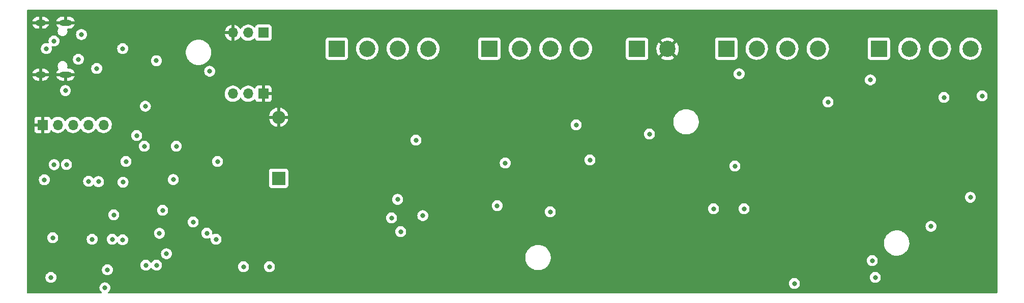
<source format=gbr>
G04 #@! TF.GenerationSoftware,KiCad,Pcbnew,6.0.10-86aedd382b~118~ubuntu22.04.1*
G04 #@! TF.CreationDate,2023-02-02T15:42:05+01:00*
G04 #@! TF.ProjectId,pcb_esp32_wled_pwm_multichannel,7063625f-6573-4703-9332-5f776c65645f,rev?*
G04 #@! TF.SameCoordinates,Original*
G04 #@! TF.FileFunction,Copper,L2,Inr*
G04 #@! TF.FilePolarity,Positive*
%FSLAX46Y46*%
G04 Gerber Fmt 4.6, Leading zero omitted, Abs format (unit mm)*
G04 Created by KiCad (PCBNEW 6.0.10-86aedd382b~118~ubuntu22.04.1) date 2023-02-02 15:42:05*
%MOMM*%
%LPD*%
G01*
G04 APERTURE LIST*
G04 #@! TA.AperFunction,ComponentPad*
%ADD10R,2.700000X2.700000*%
G04 #@! TD*
G04 #@! TA.AperFunction,ComponentPad*
%ADD11C,2.700000*%
G04 #@! TD*
G04 #@! TA.AperFunction,ComponentPad*
%ADD12O,1.700000X1.700000*%
G04 #@! TD*
G04 #@! TA.AperFunction,ComponentPad*
%ADD13R,1.700000X1.700000*%
G04 #@! TD*
G04 #@! TA.AperFunction,ComponentPad*
%ADD14R,2.200000X2.200000*%
G04 #@! TD*
G04 #@! TA.AperFunction,ComponentPad*
%ADD15O,2.200000X2.200000*%
G04 #@! TD*
G04 #@! TA.AperFunction,ComponentPad*
%ADD16O,1.800000X1.000000*%
G04 #@! TD*
G04 #@! TA.AperFunction,ComponentPad*
%ADD17O,2.100000X1.000000*%
G04 #@! TD*
G04 #@! TA.AperFunction,ViaPad*
%ADD18C,0.800000*%
G04 #@! TD*
G04 APERTURE END LIST*
D10*
G04 #@! TO.N,VDD*
G04 #@! TO.C,J101*
X61740000Y-44450000D03*
D11*
G04 #@! TO.N,/LED_R1*
X66820000Y-44450000D03*
G04 #@! TO.N,/LED_G1*
X71900000Y-44450000D03*
G04 #@! TO.N,/LED_B1*
X76980000Y-44450000D03*
G04 #@! TD*
D12*
G04 #@! TO.N,/I2S_SCK*
G04 #@! TO.C,J107*
X44465000Y-51970000D03*
G04 #@! TO.N,/I2S_SM*
X47005000Y-51970000D03*
D13*
G04 #@! TO.N,GND*
X49545000Y-51970000D03*
G04 #@! TD*
D12*
G04 #@! TO.N,GND*
G04 #@! TO.C,J106*
X44465000Y-41810000D03*
G04 #@! TO.N,+3V3*
X47005000Y-41810000D03*
D13*
G04 #@! TO.N,/I2S_SD*
X49545000Y-41810000D03*
G04 #@! TD*
D10*
G04 #@! TO.N,VDD*
G04 #@! TO.C,J104*
X151970000Y-44450000D03*
D11*
G04 #@! TO.N,/LED_R4*
X157050000Y-44450000D03*
G04 #@! TO.N,/LED_G4*
X162130000Y-44450000D03*
G04 #@! TO.N,/LED_B4*
X167210000Y-44450000D03*
G04 #@! TD*
D10*
G04 #@! TO.N,VDD*
G04 #@! TO.C,J103*
X126570000Y-44450000D03*
D11*
G04 #@! TO.N,/LED_R3*
X131650000Y-44450000D03*
G04 #@! TO.N,/LED_G3*
X136730000Y-44450000D03*
G04 #@! TO.N,/LED_B3*
X141810000Y-44450000D03*
G04 #@! TD*
D10*
G04 #@! TO.N,VDD*
G04 #@! TO.C,J102*
X87140000Y-44450000D03*
D11*
G04 #@! TO.N,/LED_R2*
X92220000Y-44450000D03*
G04 #@! TO.N,/LED_G2*
X97300000Y-44450000D03*
G04 #@! TO.N,/LED_B2*
X102380000Y-44450000D03*
G04 #@! TD*
D14*
G04 #@! TO.N,+3V3*
G04 #@! TO.C,D118*
X52070000Y-66040000D03*
D15*
G04 #@! TO.N,GND*
X52070000Y-55880000D03*
G04 #@! TD*
D13*
G04 #@! TO.N,GND*
G04 #@! TO.C,J105*
X12781200Y-57150000D03*
D12*
G04 #@! TO.N,/RXD*
X15321200Y-57150000D03*
G04 #@! TO.N,/RXD0*
X17861200Y-57150000D03*
G04 #@! TO.N,/IO0*
X20401200Y-57150000D03*
G04 #@! TO.N,+3V3*
X22941200Y-57150000D03*
G04 #@! TD*
D16*
G04 #@! TO.N,GND*
G04 #@! TO.C,J109*
X12461200Y-48770000D03*
X12461200Y-40130000D03*
D17*
X16611200Y-48770000D03*
X16611200Y-40130000D03*
G04 #@! TD*
D10*
G04 #@! TO.N,VDD*
G04 #@! TO.C,J108*
X111736000Y-44501500D03*
D11*
G04 #@! TO.N,GND*
X116816000Y-44501500D03*
G04 #@! TD*
D18*
G04 #@! TO.N,GND*
X11684000Y-68072000D03*
X38608000Y-65024000D03*
G04 #@! TO.N,+3V3*
X40597500Y-48217500D03*
X32766000Y-71374000D03*
X124460000Y-71120000D03*
X26111200Y-44450000D03*
X50546000Y-80772000D03*
X14173200Y-82550000D03*
X21793200Y-47752000D03*
X46228000Y-80772000D03*
X33401000Y-78613000D03*
X23163000Y-84279000D03*
X16586200Y-51435000D03*
G04 #@! TO.N,GND*
X114300000Y-70866000D03*
X34036000Y-48768000D03*
X24206200Y-53975000D03*
X88900000Y-58420000D03*
X167210000Y-66040000D03*
X140540000Y-77724000D03*
X19761200Y-50165000D03*
X18542000Y-82550000D03*
X165305000Y-83820000D03*
X121744000Y-43688000D03*
X122174000Y-50292000D03*
X11506200Y-45720000D03*
X123190000Y-67310000D03*
X58420000Y-78232000D03*
X26746200Y-50165000D03*
X114046000Y-77216000D03*
X135460000Y-68580000D03*
X93980000Y-70104000D03*
X156542000Y-52832000D03*
X170766000Y-69596000D03*
X145796000Y-67056000D03*
X19761200Y-39370000D03*
X84709000Y-64389000D03*
X37592000Y-80010000D03*
X99205000Y-78105000D03*
X138635000Y-71755000D03*
X12446000Y-74168000D03*
X15189200Y-69850000D03*
X59690000Y-51562000D03*
X53340000Y-46990000D03*
X132285000Y-68580000D03*
X25476200Y-39370000D03*
X167845000Y-80645000D03*
X154510000Y-64770000D03*
X11506200Y-43180000D03*
X127840000Y-67310000D03*
X159766000Y-80772000D03*
X28016200Y-51435000D03*
X93726000Y-64135000D03*
X147144000Y-43180000D03*
X132920000Y-64135000D03*
X88392000Y-67183000D03*
X93599000Y-67310000D03*
X108712000Y-67310000D03*
X14986000Y-72034400D03*
X157988000Y-67818000D03*
X149987000Y-60960000D03*
X39370000Y-57150000D03*
X26746200Y-56896000D03*
X82314000Y-43688000D03*
X30988000Y-83820000D03*
X114554000Y-62230000D03*
X170385000Y-56515000D03*
X66294000Y-78232000D03*
X23063200Y-70866000D03*
X169750000Y-83820000D03*
X163400000Y-56515000D03*
X136730000Y-77724000D03*
X150700000Y-67945000D03*
X142445000Y-83185000D03*
G04 #@! TO.N,VDD*
X101600000Y-57150000D03*
X143510000Y-53340000D03*
X74930000Y-59690000D03*
X150570000Y-49660000D03*
X128720000Y-48650000D03*
X169164000Y-52324000D03*
X162814000Y-52578000D03*
G04 #@! TO.N,/ESP_EN*
X37846000Y-73316500D03*
X34544000Y-66256500D03*
X14478000Y-75946000D03*
X129540000Y-71120000D03*
G04 #@! TO.N,/IO0*
X35047356Y-60701356D03*
X113792000Y-58674000D03*
X29718000Y-60706000D03*
G04 #@! TO.N,/UVBUS*
X19253200Y-42099500D03*
X18745200Y-46228000D03*
X31724600Y-46456600D03*
G04 #@! TO.N,/UCD+*
X14681200Y-43180000D03*
X13411200Y-44449998D03*
G04 #@! TO.N,/I2S_SD*
X26670000Y-63246000D03*
X41910000Y-63246000D03*
G04 #@! TO.N,/I2S_SM*
X26111200Y-76289500D03*
X41656000Y-76200000D03*
G04 #@! TO.N,/I2S_SCK*
X32232600Y-75209400D03*
X40132000Y-75184000D03*
G04 #@! TO.N,Net-(Q109-Pad1)*
X31750000Y-80518000D03*
X150876000Y-79756000D03*
G04 #@! TO.N,Net-(Q112-Pad1)*
X76073000Y-72263000D03*
X167210000Y-69215000D03*
G04 #@! TO.N,/RTS*
X29895800Y-54051200D03*
X28448000Y-58928000D03*
G04 #@! TO.N,/PWM_R1*
X71882000Y-69558500D03*
X26180215Y-66707499D03*
G04 #@! TO.N,/PWM_G1*
X24638000Y-72136000D03*
X70866000Y-72644000D03*
G04 #@! TO.N,/PWM_B1*
X88459103Y-70612000D03*
X22098000Y-66598800D03*
G04 #@! TO.N,/PWM_R2*
X20447000Y-66548000D03*
X97282000Y-71628000D03*
G04 #@! TO.N,/PWM_G2*
X16764000Y-63754000D03*
X89789000Y-63500000D03*
G04 #@! TO.N,/PWM_B2*
X103886000Y-62992000D03*
X14706600Y-63770802D03*
G04 #@! TO.N,/PWM_R3*
X13081000Y-66294000D03*
X128016000Y-64008000D03*
G04 #@! TO.N,/PWM_G3*
X137922000Y-83566000D03*
X23571200Y-81280000D03*
G04 #@! TO.N,/PWM_R4*
X151384000Y-82550000D03*
X29972000Y-80518000D03*
G04 #@! TO.N,/PWM_G4*
X160655000Y-74041000D03*
X21031200Y-76200000D03*
G04 #@! TO.N,/PWM_B4*
X72390000Y-74930000D03*
X24384000Y-76200000D03*
G04 #@! TD*
G04 #@! TA.AperFunction,Conductor*
G04 #@! TO.N,GND*
G36*
X171645621Y-37993502D02*
G01*
X171692114Y-38047158D01*
X171703500Y-38099500D01*
X171703500Y-85090500D01*
X171683498Y-85158621D01*
X171629842Y-85205114D01*
X171577500Y-85216500D01*
X23806062Y-85216500D01*
X23737941Y-85196498D01*
X23691448Y-85142842D01*
X23681344Y-85072568D01*
X23710838Y-85007988D01*
X23732001Y-84988564D01*
X23732121Y-84988477D01*
X23774253Y-84957866D01*
X23902040Y-84815944D01*
X23997527Y-84650556D01*
X24056542Y-84468928D01*
X24059986Y-84436166D01*
X24075814Y-84285565D01*
X24076504Y-84279000D01*
X24056542Y-84089072D01*
X23997527Y-83907444D01*
X23902040Y-83742056D01*
X23774253Y-83600134D01*
X23727272Y-83566000D01*
X137008496Y-83566000D01*
X137028458Y-83755928D01*
X137087473Y-83937556D01*
X137182960Y-84102944D01*
X137310747Y-84244866D01*
X137465248Y-84357118D01*
X137471276Y-84359802D01*
X137471278Y-84359803D01*
X137633681Y-84432109D01*
X137639712Y-84434794D01*
X137733112Y-84454647D01*
X137820056Y-84473128D01*
X137820061Y-84473128D01*
X137826513Y-84474500D01*
X138017487Y-84474500D01*
X138023939Y-84473128D01*
X138023944Y-84473128D01*
X138110888Y-84454647D01*
X138204288Y-84434794D01*
X138210319Y-84432109D01*
X138372722Y-84359803D01*
X138372724Y-84359802D01*
X138378752Y-84357118D01*
X138533253Y-84244866D01*
X138661040Y-84102944D01*
X138756527Y-83937556D01*
X138815542Y-83755928D01*
X138835504Y-83566000D01*
X138834814Y-83559435D01*
X138816232Y-83382635D01*
X138816232Y-83382633D01*
X138815542Y-83376072D01*
X138756527Y-83194444D01*
X138661040Y-83029056D01*
X138533253Y-82887134D01*
X138378752Y-82774882D01*
X138372724Y-82772198D01*
X138372722Y-82772197D01*
X138210319Y-82699891D01*
X138210318Y-82699891D01*
X138204288Y-82697206D01*
X138110888Y-82677353D01*
X138023944Y-82658872D01*
X138023939Y-82658872D01*
X138017487Y-82657500D01*
X137826513Y-82657500D01*
X137820061Y-82658872D01*
X137820056Y-82658872D01*
X137733112Y-82677353D01*
X137639712Y-82697206D01*
X137633682Y-82699891D01*
X137633681Y-82699891D01*
X137471278Y-82772197D01*
X137471276Y-82772198D01*
X137465248Y-82774882D01*
X137310747Y-82887134D01*
X137182960Y-83029056D01*
X137087473Y-83194444D01*
X137028458Y-83376072D01*
X137027768Y-83382633D01*
X137027768Y-83382635D01*
X137009186Y-83559435D01*
X137008496Y-83566000D01*
X23727272Y-83566000D01*
X23619752Y-83487882D01*
X23613724Y-83485198D01*
X23613722Y-83485197D01*
X23451319Y-83412891D01*
X23451318Y-83412891D01*
X23445288Y-83410206D01*
X23351887Y-83390353D01*
X23264944Y-83371872D01*
X23264939Y-83371872D01*
X23258487Y-83370500D01*
X23067513Y-83370500D01*
X23061061Y-83371872D01*
X23061056Y-83371872D01*
X22974113Y-83390353D01*
X22880712Y-83410206D01*
X22874682Y-83412891D01*
X22874681Y-83412891D01*
X22712278Y-83485197D01*
X22712276Y-83485198D01*
X22706248Y-83487882D01*
X22551747Y-83600134D01*
X22423960Y-83742056D01*
X22328473Y-83907444D01*
X22269458Y-84089072D01*
X22249496Y-84279000D01*
X22250186Y-84285565D01*
X22266015Y-84436166D01*
X22269458Y-84468928D01*
X22328473Y-84650556D01*
X22423960Y-84815944D01*
X22551747Y-84957866D01*
X22593879Y-84988477D01*
X22593999Y-84988564D01*
X22637353Y-85044786D01*
X22643428Y-85115523D01*
X22610296Y-85178314D01*
X22548476Y-85213226D01*
X22519938Y-85216500D01*
X10286500Y-85216500D01*
X10218379Y-85196498D01*
X10171886Y-85142842D01*
X10160500Y-85090500D01*
X10160500Y-82550000D01*
X13259696Y-82550000D01*
X13260386Y-82556565D01*
X13275024Y-82695834D01*
X13279658Y-82739928D01*
X13338673Y-82921556D01*
X13434160Y-83086944D01*
X13561947Y-83228866D01*
X13716448Y-83341118D01*
X13722476Y-83343802D01*
X13722478Y-83343803D01*
X13884881Y-83416109D01*
X13890912Y-83418794D01*
X13984312Y-83438647D01*
X14071256Y-83457128D01*
X14071261Y-83457128D01*
X14077713Y-83458500D01*
X14268687Y-83458500D01*
X14275139Y-83457128D01*
X14275144Y-83457128D01*
X14362088Y-83438647D01*
X14455488Y-83418794D01*
X14461519Y-83416109D01*
X14623922Y-83343803D01*
X14623924Y-83343802D01*
X14629952Y-83341118D01*
X14784453Y-83228866D01*
X14912240Y-83086944D01*
X15007727Y-82921556D01*
X15066742Y-82739928D01*
X15071377Y-82695834D01*
X15086014Y-82556565D01*
X15086704Y-82550000D01*
X150470496Y-82550000D01*
X150471186Y-82556565D01*
X150485824Y-82695834D01*
X150490458Y-82739928D01*
X150549473Y-82921556D01*
X150644960Y-83086944D01*
X150772747Y-83228866D01*
X150927248Y-83341118D01*
X150933276Y-83343802D01*
X150933278Y-83343803D01*
X151095681Y-83416109D01*
X151101712Y-83418794D01*
X151195112Y-83438647D01*
X151282056Y-83457128D01*
X151282061Y-83457128D01*
X151288513Y-83458500D01*
X151479487Y-83458500D01*
X151485939Y-83457128D01*
X151485944Y-83457128D01*
X151572888Y-83438647D01*
X151666288Y-83418794D01*
X151672319Y-83416109D01*
X151834722Y-83343803D01*
X151834724Y-83343802D01*
X151840752Y-83341118D01*
X151995253Y-83228866D01*
X152123040Y-83086944D01*
X152218527Y-82921556D01*
X152277542Y-82739928D01*
X152282177Y-82695834D01*
X152296814Y-82556565D01*
X152297504Y-82550000D01*
X152277542Y-82360072D01*
X152218527Y-82178444D01*
X152123040Y-82013056D01*
X152077744Y-81962749D01*
X151999675Y-81876045D01*
X151999674Y-81876044D01*
X151995253Y-81871134D01*
X151840752Y-81758882D01*
X151834724Y-81756198D01*
X151834722Y-81756197D01*
X151672319Y-81683891D01*
X151672318Y-81683891D01*
X151666288Y-81681206D01*
X151553721Y-81657279D01*
X151485944Y-81642872D01*
X151485939Y-81642872D01*
X151479487Y-81641500D01*
X151288513Y-81641500D01*
X151282061Y-81642872D01*
X151282056Y-81642872D01*
X151214279Y-81657279D01*
X151101712Y-81681206D01*
X151095682Y-81683891D01*
X151095681Y-81683891D01*
X150933278Y-81756197D01*
X150933276Y-81756198D01*
X150927248Y-81758882D01*
X150772747Y-81871134D01*
X150768326Y-81876044D01*
X150768325Y-81876045D01*
X150690257Y-81962749D01*
X150644960Y-82013056D01*
X150549473Y-82178444D01*
X150490458Y-82360072D01*
X150470496Y-82550000D01*
X15086704Y-82550000D01*
X15066742Y-82360072D01*
X15007727Y-82178444D01*
X14912240Y-82013056D01*
X14866944Y-81962749D01*
X14788875Y-81876045D01*
X14788874Y-81876044D01*
X14784453Y-81871134D01*
X14629952Y-81758882D01*
X14623924Y-81756198D01*
X14623922Y-81756197D01*
X14461519Y-81683891D01*
X14461518Y-81683891D01*
X14455488Y-81681206D01*
X14342921Y-81657279D01*
X14275144Y-81642872D01*
X14275139Y-81642872D01*
X14268687Y-81641500D01*
X14077713Y-81641500D01*
X14071261Y-81642872D01*
X14071256Y-81642872D01*
X14003479Y-81657279D01*
X13890912Y-81681206D01*
X13884882Y-81683891D01*
X13884881Y-81683891D01*
X13722478Y-81756197D01*
X13722476Y-81756198D01*
X13716448Y-81758882D01*
X13561947Y-81871134D01*
X13557526Y-81876044D01*
X13557525Y-81876045D01*
X13479457Y-81962749D01*
X13434160Y-82013056D01*
X13338673Y-82178444D01*
X13279658Y-82360072D01*
X13259696Y-82550000D01*
X10160500Y-82550000D01*
X10160500Y-81280000D01*
X22657696Y-81280000D01*
X22658386Y-81286565D01*
X22676063Y-81454749D01*
X22677658Y-81469928D01*
X22736673Y-81651556D01*
X22832160Y-81816944D01*
X22836578Y-81821851D01*
X22836579Y-81821852D01*
X22880953Y-81871134D01*
X22959947Y-81958866D01*
X23114448Y-82071118D01*
X23120476Y-82073802D01*
X23120478Y-82073803D01*
X23282881Y-82146109D01*
X23288912Y-82148794D01*
X23382312Y-82168647D01*
X23469256Y-82187128D01*
X23469261Y-82187128D01*
X23475713Y-82188500D01*
X23666687Y-82188500D01*
X23673139Y-82187128D01*
X23673144Y-82187128D01*
X23760088Y-82168647D01*
X23853488Y-82148794D01*
X23859519Y-82146109D01*
X24021922Y-82073803D01*
X24021924Y-82073802D01*
X24027952Y-82071118D01*
X24182453Y-81958866D01*
X24261447Y-81871134D01*
X24305821Y-81821852D01*
X24305822Y-81821851D01*
X24310240Y-81816944D01*
X24405727Y-81651556D01*
X24464742Y-81469928D01*
X24466338Y-81454749D01*
X24484014Y-81286565D01*
X24484704Y-81280000D01*
X24484014Y-81273435D01*
X24465432Y-81096635D01*
X24465432Y-81096633D01*
X24464742Y-81090072D01*
X24405727Y-80908444D01*
X24385537Y-80873473D01*
X24326951Y-80772000D01*
X24310240Y-80743056D01*
X24291198Y-80721907D01*
X24186875Y-80606045D01*
X24186874Y-80606044D01*
X24182453Y-80601134D01*
X24068029Y-80518000D01*
X29058496Y-80518000D01*
X29059186Y-80524565D01*
X29073894Y-80664500D01*
X29078458Y-80707928D01*
X29137473Y-80889556D01*
X29140776Y-80895278D01*
X29140777Y-80895279D01*
X29171309Y-80948162D01*
X29232960Y-81054944D01*
X29237378Y-81059851D01*
X29237379Y-81059852D01*
X29342590Y-81176701D01*
X29360747Y-81196866D01*
X29459843Y-81268864D01*
X29484207Y-81286565D01*
X29515248Y-81309118D01*
X29521276Y-81311802D01*
X29521278Y-81311803D01*
X29621342Y-81356354D01*
X29689712Y-81386794D01*
X29783112Y-81406647D01*
X29870056Y-81425128D01*
X29870061Y-81425128D01*
X29876513Y-81426500D01*
X30067487Y-81426500D01*
X30073939Y-81425128D01*
X30073944Y-81425128D01*
X30160888Y-81406647D01*
X30254288Y-81386794D01*
X30322658Y-81356354D01*
X30422722Y-81311803D01*
X30422724Y-81311802D01*
X30428752Y-81309118D01*
X30459794Y-81286565D01*
X30484157Y-81268864D01*
X30583253Y-81196866D01*
X30601410Y-81176701D01*
X30706621Y-81059852D01*
X30706622Y-81059851D01*
X30711040Y-81054944D01*
X30751882Y-80984204D01*
X30803263Y-80935212D01*
X30872977Y-80921776D01*
X30938888Y-80948162D01*
X30970118Y-80984204D01*
X31010960Y-81054944D01*
X31015378Y-81059851D01*
X31015379Y-81059852D01*
X31120590Y-81176701D01*
X31138747Y-81196866D01*
X31237843Y-81268864D01*
X31262207Y-81286565D01*
X31293248Y-81309118D01*
X31299276Y-81311802D01*
X31299278Y-81311803D01*
X31399342Y-81356354D01*
X31467712Y-81386794D01*
X31561112Y-81406647D01*
X31648056Y-81425128D01*
X31648061Y-81425128D01*
X31654513Y-81426500D01*
X31845487Y-81426500D01*
X31851939Y-81425128D01*
X31851944Y-81425128D01*
X31938888Y-81406647D01*
X32032288Y-81386794D01*
X32100658Y-81356354D01*
X32200722Y-81311803D01*
X32200724Y-81311802D01*
X32206752Y-81309118D01*
X32237794Y-81286565D01*
X32262157Y-81268864D01*
X32361253Y-81196866D01*
X32379410Y-81176701D01*
X32484621Y-81059852D01*
X32484622Y-81059851D01*
X32489040Y-81054944D01*
X32550691Y-80948162D01*
X32581223Y-80895279D01*
X32581224Y-80895278D01*
X32584527Y-80889556D01*
X32622724Y-80772000D01*
X45314496Y-80772000D01*
X45315186Y-80778565D01*
X45326945Y-80890441D01*
X45334458Y-80961928D01*
X45393473Y-81143556D01*
X45488960Y-81308944D01*
X45493378Y-81313851D01*
X45493379Y-81313852D01*
X45556639Y-81384109D01*
X45616747Y-81450866D01*
X45771248Y-81563118D01*
X45777276Y-81565802D01*
X45777278Y-81565803D01*
X45939681Y-81638109D01*
X45945712Y-81640794D01*
X46039112Y-81660647D01*
X46126056Y-81679128D01*
X46126061Y-81679128D01*
X46132513Y-81680500D01*
X46323487Y-81680500D01*
X46329939Y-81679128D01*
X46329944Y-81679128D01*
X46416888Y-81660647D01*
X46510288Y-81640794D01*
X46516319Y-81638109D01*
X46678722Y-81565803D01*
X46678724Y-81565802D01*
X46684752Y-81563118D01*
X46839253Y-81450866D01*
X46899361Y-81384109D01*
X46962621Y-81313852D01*
X46962622Y-81313851D01*
X46967040Y-81308944D01*
X47062527Y-81143556D01*
X47121542Y-80961928D01*
X47129056Y-80890441D01*
X47140814Y-80778565D01*
X47141504Y-80772000D01*
X49632496Y-80772000D01*
X49633186Y-80778565D01*
X49644945Y-80890441D01*
X49652458Y-80961928D01*
X49711473Y-81143556D01*
X49806960Y-81308944D01*
X49811378Y-81313851D01*
X49811379Y-81313852D01*
X49874639Y-81384109D01*
X49934747Y-81450866D01*
X50089248Y-81563118D01*
X50095276Y-81565802D01*
X50095278Y-81565803D01*
X50257681Y-81638109D01*
X50263712Y-81640794D01*
X50357112Y-81660647D01*
X50444056Y-81679128D01*
X50444061Y-81679128D01*
X50450513Y-81680500D01*
X50641487Y-81680500D01*
X50647939Y-81679128D01*
X50647944Y-81679128D01*
X50734888Y-81660647D01*
X50828288Y-81640794D01*
X50834319Y-81638109D01*
X50996722Y-81565803D01*
X50996724Y-81565802D01*
X51002752Y-81563118D01*
X51157253Y-81450866D01*
X51217361Y-81384109D01*
X51280621Y-81313852D01*
X51280622Y-81313851D01*
X51285040Y-81308944D01*
X51380527Y-81143556D01*
X51439542Y-80961928D01*
X51447056Y-80890441D01*
X51458814Y-80778565D01*
X51459504Y-80772000D01*
X51449329Y-80675186D01*
X51440232Y-80588635D01*
X51440232Y-80588633D01*
X51439542Y-80582072D01*
X51380527Y-80400444D01*
X51285040Y-80235056D01*
X51256649Y-80203524D01*
X51161675Y-80098045D01*
X51161674Y-80098044D01*
X51157253Y-80093134D01*
X51002752Y-79980882D01*
X50996724Y-79978198D01*
X50996722Y-79978197D01*
X50834319Y-79905891D01*
X50834318Y-79905891D01*
X50828288Y-79903206D01*
X50734888Y-79883353D01*
X50647944Y-79864872D01*
X50647939Y-79864872D01*
X50641487Y-79863500D01*
X50450513Y-79863500D01*
X50444061Y-79864872D01*
X50444056Y-79864872D01*
X50357112Y-79883353D01*
X50263712Y-79903206D01*
X50257682Y-79905891D01*
X50257681Y-79905891D01*
X50095278Y-79978197D01*
X50095276Y-79978198D01*
X50089248Y-79980882D01*
X49934747Y-80093134D01*
X49930326Y-80098044D01*
X49930325Y-80098045D01*
X49835352Y-80203524D01*
X49806960Y-80235056D01*
X49711473Y-80400444D01*
X49652458Y-80582072D01*
X49651768Y-80588633D01*
X49651768Y-80588635D01*
X49642671Y-80675186D01*
X49632496Y-80772000D01*
X47141504Y-80772000D01*
X47131329Y-80675186D01*
X47122232Y-80588635D01*
X47122232Y-80588633D01*
X47121542Y-80582072D01*
X47062527Y-80400444D01*
X46967040Y-80235056D01*
X46938649Y-80203524D01*
X46843675Y-80098045D01*
X46843674Y-80098044D01*
X46839253Y-80093134D01*
X46684752Y-79980882D01*
X46678724Y-79978198D01*
X46678722Y-79978197D01*
X46516319Y-79905891D01*
X46516318Y-79905891D01*
X46510288Y-79903206D01*
X46416888Y-79883353D01*
X46329944Y-79864872D01*
X46329939Y-79864872D01*
X46323487Y-79863500D01*
X46132513Y-79863500D01*
X46126061Y-79864872D01*
X46126056Y-79864872D01*
X46039112Y-79883353D01*
X45945712Y-79903206D01*
X45939682Y-79905891D01*
X45939681Y-79905891D01*
X45777278Y-79978197D01*
X45777276Y-79978198D01*
X45771248Y-79980882D01*
X45616747Y-80093134D01*
X45612326Y-80098044D01*
X45612325Y-80098045D01*
X45517352Y-80203524D01*
X45488960Y-80235056D01*
X45393473Y-80400444D01*
X45334458Y-80582072D01*
X45333768Y-80588633D01*
X45333768Y-80588635D01*
X45324671Y-80675186D01*
X45314496Y-80772000D01*
X32622724Y-80772000D01*
X32643542Y-80707928D01*
X32648107Y-80664500D01*
X32662814Y-80524565D01*
X32663504Y-80518000D01*
X32656407Y-80450479D01*
X32644232Y-80334635D01*
X32644232Y-80334633D01*
X32643542Y-80328072D01*
X32584527Y-80146444D01*
X32558168Y-80100788D01*
X32492341Y-79986774D01*
X32489040Y-79981056D01*
X32463064Y-79952206D01*
X32365675Y-79844045D01*
X32365674Y-79844044D01*
X32361253Y-79839134D01*
X32246829Y-79756000D01*
X32212094Y-79730763D01*
X32212093Y-79730762D01*
X32206752Y-79726882D01*
X32200724Y-79724198D01*
X32200722Y-79724197D01*
X32038319Y-79651891D01*
X32038318Y-79651891D01*
X32032288Y-79649206D01*
X31938887Y-79629353D01*
X31851944Y-79610872D01*
X31851939Y-79610872D01*
X31845487Y-79609500D01*
X31654513Y-79609500D01*
X31648061Y-79610872D01*
X31648056Y-79610872D01*
X31561113Y-79629353D01*
X31467712Y-79649206D01*
X31461682Y-79651891D01*
X31461681Y-79651891D01*
X31299278Y-79724197D01*
X31299276Y-79724198D01*
X31293248Y-79726882D01*
X31287907Y-79730762D01*
X31287906Y-79730763D01*
X31253171Y-79756000D01*
X31138747Y-79839134D01*
X31134326Y-79844044D01*
X31134325Y-79844045D01*
X31036937Y-79952206D01*
X31010960Y-79981056D01*
X31007659Y-79986774D01*
X30970119Y-80051795D01*
X30918737Y-80100788D01*
X30849023Y-80114224D01*
X30783112Y-80087838D01*
X30751881Y-80051795D01*
X30714341Y-79986774D01*
X30711040Y-79981056D01*
X30685064Y-79952206D01*
X30587675Y-79844045D01*
X30587674Y-79844044D01*
X30583253Y-79839134D01*
X30468829Y-79756000D01*
X30434094Y-79730763D01*
X30434093Y-79730762D01*
X30428752Y-79726882D01*
X30422724Y-79724198D01*
X30422722Y-79724197D01*
X30260319Y-79651891D01*
X30260318Y-79651891D01*
X30254288Y-79649206D01*
X30160887Y-79629353D01*
X30073944Y-79610872D01*
X30073939Y-79610872D01*
X30067487Y-79609500D01*
X29876513Y-79609500D01*
X29870061Y-79610872D01*
X29870056Y-79610872D01*
X29783113Y-79629353D01*
X29689712Y-79649206D01*
X29683682Y-79651891D01*
X29683681Y-79651891D01*
X29521278Y-79724197D01*
X29521276Y-79724198D01*
X29515248Y-79726882D01*
X29509907Y-79730762D01*
X29509906Y-79730763D01*
X29475171Y-79756000D01*
X29360747Y-79839134D01*
X29356326Y-79844044D01*
X29356325Y-79844045D01*
X29258937Y-79952206D01*
X29232960Y-79981056D01*
X29229659Y-79986774D01*
X29163833Y-80100788D01*
X29137473Y-80146444D01*
X29078458Y-80328072D01*
X29077768Y-80334633D01*
X29077768Y-80334635D01*
X29065593Y-80450479D01*
X29058496Y-80518000D01*
X24068029Y-80518000D01*
X24033294Y-80492763D01*
X24033293Y-80492762D01*
X24027952Y-80488882D01*
X24021924Y-80486198D01*
X24021922Y-80486197D01*
X23859519Y-80413891D01*
X23859518Y-80413891D01*
X23853488Y-80411206D01*
X23760088Y-80391353D01*
X23673144Y-80372872D01*
X23673139Y-80372872D01*
X23666687Y-80371500D01*
X23475713Y-80371500D01*
X23469261Y-80372872D01*
X23469256Y-80372872D01*
X23382312Y-80391353D01*
X23288912Y-80411206D01*
X23282882Y-80413891D01*
X23282881Y-80413891D01*
X23120478Y-80486197D01*
X23120476Y-80486198D01*
X23114448Y-80488882D01*
X23109107Y-80492762D01*
X23109106Y-80492763D01*
X23074371Y-80518000D01*
X22959947Y-80601134D01*
X22955526Y-80606044D01*
X22955525Y-80606045D01*
X22851203Y-80721907D01*
X22832160Y-80743056D01*
X22815449Y-80772000D01*
X22756864Y-80873473D01*
X22736673Y-80908444D01*
X22677658Y-81090072D01*
X22676968Y-81096633D01*
X22676968Y-81096635D01*
X22658386Y-81273435D01*
X22657696Y-81280000D01*
X10160500Y-81280000D01*
X10160500Y-78613000D01*
X32487496Y-78613000D01*
X32488186Y-78619565D01*
X32503702Y-78767187D01*
X32507458Y-78802928D01*
X32566473Y-78984556D01*
X32661960Y-79149944D01*
X32789747Y-79291866D01*
X32888843Y-79363864D01*
X32925820Y-79390729D01*
X32944248Y-79404118D01*
X32950276Y-79406802D01*
X32950278Y-79406803D01*
X33112681Y-79479109D01*
X33118712Y-79481794D01*
X33212113Y-79501647D01*
X33299056Y-79520128D01*
X33299061Y-79520128D01*
X33305513Y-79521500D01*
X33496487Y-79521500D01*
X33502939Y-79520128D01*
X33502944Y-79520128D01*
X33589887Y-79501647D01*
X33683288Y-79481794D01*
X33689319Y-79479109D01*
X33851722Y-79406803D01*
X33851724Y-79406802D01*
X33857752Y-79404118D01*
X33876181Y-79390729D01*
X33889980Y-79380703D01*
X93140743Y-79380703D01*
X93141302Y-79384947D01*
X93141302Y-79384951D01*
X93144179Y-79406803D01*
X93178268Y-79665734D01*
X93254129Y-79943036D01*
X93255813Y-79946984D01*
X93318152Y-80093134D01*
X93366923Y-80207476D01*
X93418075Y-80292944D01*
X93486174Y-80406729D01*
X93514561Y-80454161D01*
X93694313Y-80678528D01*
X93902851Y-80876423D01*
X94136317Y-81044186D01*
X94140112Y-81046195D01*
X94140113Y-81046196D01*
X94161869Y-81057715D01*
X94390392Y-81178712D01*
X94414699Y-81187607D01*
X94649235Y-81273435D01*
X94660373Y-81277511D01*
X94941264Y-81338755D01*
X94969841Y-81341004D01*
X95164282Y-81356307D01*
X95164291Y-81356307D01*
X95166739Y-81356500D01*
X95322271Y-81356500D01*
X95324407Y-81356354D01*
X95324418Y-81356354D01*
X95532548Y-81342165D01*
X95532554Y-81342164D01*
X95536825Y-81341873D01*
X95541020Y-81341004D01*
X95541022Y-81341004D01*
X95695834Y-81308944D01*
X95818342Y-81283574D01*
X96089343Y-81187607D01*
X96177362Y-81142177D01*
X96341005Y-81057715D01*
X96341006Y-81057715D01*
X96344812Y-81055750D01*
X96348313Y-81053289D01*
X96348317Y-81053287D01*
X96516320Y-80935212D01*
X96580023Y-80890441D01*
X96700416Y-80778565D01*
X96787479Y-80697661D01*
X96787481Y-80697658D01*
X96790622Y-80694740D01*
X96972713Y-80472268D01*
X97122927Y-80227142D01*
X97238483Y-79963898D01*
X97245472Y-79939365D01*
X97297704Y-79756000D01*
X149962496Y-79756000D01*
X149963186Y-79762565D01*
X149977824Y-79901834D01*
X149982458Y-79945928D01*
X150041473Y-80127556D01*
X150136960Y-80292944D01*
X150141378Y-80297851D01*
X150141379Y-80297852D01*
X150168589Y-80328072D01*
X150264747Y-80434866D01*
X150295911Y-80457508D01*
X150388207Y-80524565D01*
X150419248Y-80547118D01*
X150425276Y-80549802D01*
X150425278Y-80549803D01*
X150587681Y-80622109D01*
X150593712Y-80624794D01*
X150687112Y-80644647D01*
X150774056Y-80663128D01*
X150774061Y-80663128D01*
X150780513Y-80664500D01*
X150971487Y-80664500D01*
X150977939Y-80663128D01*
X150977944Y-80663128D01*
X151064888Y-80644647D01*
X151158288Y-80624794D01*
X151164319Y-80622109D01*
X151326722Y-80549803D01*
X151326724Y-80549802D01*
X151332752Y-80547118D01*
X151363794Y-80524565D01*
X151456089Y-80457508D01*
X151487253Y-80434866D01*
X151583411Y-80328072D01*
X151610621Y-80297852D01*
X151610622Y-80297851D01*
X151615040Y-80292944D01*
X151710527Y-80127556D01*
X151769542Y-79945928D01*
X151774177Y-79901834D01*
X151788814Y-79762565D01*
X151789504Y-79756000D01*
X151786161Y-79724197D01*
X151770232Y-79572635D01*
X151770232Y-79572633D01*
X151769542Y-79566072D01*
X151710527Y-79384444D01*
X151615040Y-79219056D01*
X151505602Y-79097512D01*
X151491675Y-79082045D01*
X151491674Y-79082044D01*
X151487253Y-79077134D01*
X151359831Y-78984556D01*
X151338094Y-78968763D01*
X151338093Y-78968762D01*
X151332752Y-78964882D01*
X151326724Y-78962198D01*
X151326722Y-78962197D01*
X151164319Y-78889891D01*
X151164318Y-78889891D01*
X151158288Y-78887206D01*
X151044578Y-78863036D01*
X150977944Y-78848872D01*
X150977939Y-78848872D01*
X150971487Y-78847500D01*
X150780513Y-78847500D01*
X150774061Y-78848872D01*
X150774056Y-78848872D01*
X150707422Y-78863036D01*
X150593712Y-78887206D01*
X150587682Y-78889891D01*
X150587681Y-78889891D01*
X150425278Y-78962197D01*
X150425276Y-78962198D01*
X150419248Y-78964882D01*
X150413907Y-78968762D01*
X150413906Y-78968763D01*
X150392169Y-78984556D01*
X150264747Y-79077134D01*
X150260326Y-79082044D01*
X150260325Y-79082045D01*
X150246399Y-79097512D01*
X150136960Y-79219056D01*
X150041473Y-79384444D01*
X149982458Y-79566072D01*
X149981768Y-79572633D01*
X149981768Y-79572635D01*
X149965839Y-79724197D01*
X149962496Y-79756000D01*
X97297704Y-79756000D01*
X97317244Y-79687406D01*
X97357751Y-79402784D01*
X97357815Y-79390729D01*
X97359235Y-79119583D01*
X97359235Y-79119576D01*
X97359257Y-79115297D01*
X97321732Y-78830266D01*
X97306506Y-78774607D01*
X97270971Y-78644715D01*
X97245871Y-78552964D01*
X97214708Y-78479904D01*
X97134763Y-78292476D01*
X97134761Y-78292472D01*
X97133077Y-78288524D01*
X97009340Y-78081774D01*
X96987643Y-78045521D01*
X96987640Y-78045517D01*
X96985439Y-78041839D01*
X96805687Y-77817472D01*
X96597149Y-77619577D01*
X96363683Y-77451814D01*
X96341843Y-77440250D01*
X96318654Y-77427972D01*
X96109608Y-77317288D01*
X95974617Y-77267888D01*
X95843658Y-77219964D01*
X95843656Y-77219963D01*
X95839627Y-77218489D01*
X95558736Y-77157245D01*
X95527685Y-77154801D01*
X95335718Y-77139693D01*
X95335709Y-77139693D01*
X95333261Y-77139500D01*
X95177729Y-77139500D01*
X95175593Y-77139646D01*
X95175582Y-77139646D01*
X94967452Y-77153835D01*
X94967446Y-77153836D01*
X94963175Y-77154127D01*
X94958980Y-77154996D01*
X94958978Y-77154996D01*
X94822416Y-77183277D01*
X94681658Y-77212426D01*
X94410657Y-77308393D01*
X94155188Y-77440250D01*
X94151687Y-77442711D01*
X94151683Y-77442713D01*
X94141594Y-77449804D01*
X93919977Y-77605559D01*
X93904892Y-77619577D01*
X93712711Y-77798163D01*
X93709378Y-77801260D01*
X93527287Y-78023732D01*
X93377073Y-78268858D01*
X93261517Y-78532102D01*
X93182756Y-78808594D01*
X93142249Y-79093216D01*
X93142227Y-79097505D01*
X93142226Y-79097512D01*
X93141234Y-79286955D01*
X93140743Y-79380703D01*
X33889980Y-79380703D01*
X33913157Y-79363864D01*
X34012253Y-79291866D01*
X34140040Y-79149944D01*
X34235527Y-78984556D01*
X34294542Y-78802928D01*
X34298299Y-78767187D01*
X34313814Y-78619565D01*
X34314504Y-78613000D01*
X34294542Y-78423072D01*
X34235527Y-78241444D01*
X34140040Y-78076056D01*
X34108621Y-78041161D01*
X34016675Y-77939045D01*
X34016674Y-77939044D01*
X34012253Y-77934134D01*
X33857752Y-77821882D01*
X33851724Y-77819198D01*
X33851722Y-77819197D01*
X33689319Y-77746891D01*
X33689318Y-77746891D01*
X33683288Y-77744206D01*
X33589887Y-77724353D01*
X33502944Y-77705872D01*
X33502939Y-77705872D01*
X33496487Y-77704500D01*
X33305513Y-77704500D01*
X33299061Y-77705872D01*
X33299056Y-77705872D01*
X33212113Y-77724353D01*
X33118712Y-77744206D01*
X33112682Y-77746891D01*
X33112681Y-77746891D01*
X32950278Y-77819197D01*
X32950276Y-77819198D01*
X32944248Y-77821882D01*
X32789747Y-77934134D01*
X32785326Y-77939044D01*
X32785325Y-77939045D01*
X32693380Y-78041161D01*
X32661960Y-78076056D01*
X32566473Y-78241444D01*
X32507458Y-78423072D01*
X32487496Y-78613000D01*
X10160500Y-78613000D01*
X10160500Y-75946000D01*
X13564496Y-75946000D01*
X13565186Y-75952565D01*
X13582690Y-76119102D01*
X13584458Y-76135928D01*
X13643473Y-76317556D01*
X13738960Y-76482944D01*
X13743378Y-76487851D01*
X13743379Y-76487852D01*
X13862325Y-76619955D01*
X13866747Y-76624866D01*
X14021248Y-76737118D01*
X14027276Y-76739802D01*
X14027278Y-76739803D01*
X14056670Y-76752889D01*
X14195712Y-76814794D01*
X14273611Y-76831352D01*
X14376056Y-76853128D01*
X14376061Y-76853128D01*
X14382513Y-76854500D01*
X14573487Y-76854500D01*
X14579939Y-76853128D01*
X14579944Y-76853128D01*
X14682389Y-76831352D01*
X14760288Y-76814794D01*
X14899330Y-76752889D01*
X14928722Y-76739803D01*
X14928724Y-76739802D01*
X14934752Y-76737118D01*
X15089253Y-76624866D01*
X15093675Y-76619955D01*
X15212621Y-76487852D01*
X15212622Y-76487851D01*
X15217040Y-76482944D01*
X15312527Y-76317556D01*
X15350724Y-76200000D01*
X20117696Y-76200000D01*
X20137658Y-76389928D01*
X20196673Y-76571556D01*
X20292160Y-76736944D01*
X20296578Y-76741851D01*
X20296579Y-76741852D01*
X20372746Y-76826444D01*
X20419947Y-76878866D01*
X20574448Y-76991118D01*
X20580476Y-76993802D01*
X20580478Y-76993803D01*
X20742881Y-77066109D01*
X20748912Y-77068794D01*
X20842313Y-77088647D01*
X20929256Y-77107128D01*
X20929261Y-77107128D01*
X20935713Y-77108500D01*
X21126687Y-77108500D01*
X21133139Y-77107128D01*
X21133144Y-77107128D01*
X21220087Y-77088647D01*
X21313488Y-77068794D01*
X21319519Y-77066109D01*
X21481922Y-76993803D01*
X21481924Y-76993802D01*
X21487952Y-76991118D01*
X21642453Y-76878866D01*
X21689654Y-76826444D01*
X21765821Y-76741852D01*
X21765822Y-76741851D01*
X21770240Y-76736944D01*
X21865727Y-76571556D01*
X21924742Y-76389928D01*
X21944704Y-76200000D01*
X23470496Y-76200000D01*
X23490458Y-76389928D01*
X23549473Y-76571556D01*
X23644960Y-76736944D01*
X23649378Y-76741851D01*
X23649379Y-76741852D01*
X23725546Y-76826444D01*
X23772747Y-76878866D01*
X23927248Y-76991118D01*
X23933276Y-76993802D01*
X23933278Y-76993803D01*
X24095681Y-77066109D01*
X24101712Y-77068794D01*
X24195113Y-77088647D01*
X24282056Y-77107128D01*
X24282061Y-77107128D01*
X24288513Y-77108500D01*
X24479487Y-77108500D01*
X24485939Y-77107128D01*
X24485944Y-77107128D01*
X24572887Y-77088647D01*
X24666288Y-77068794D01*
X24672319Y-77066109D01*
X24834722Y-76993803D01*
X24834724Y-76993802D01*
X24840752Y-76991118D01*
X24995253Y-76878866D01*
X25042454Y-76826444D01*
X25118621Y-76741852D01*
X25118622Y-76741851D01*
X25123040Y-76736944D01*
X25123931Y-76737746D01*
X25174862Y-76698474D01*
X25245598Y-76692399D01*
X25308389Y-76725531D01*
X25329693Y-76752889D01*
X25372160Y-76826444D01*
X25499947Y-76968366D01*
X25654448Y-77080618D01*
X25660476Y-77083302D01*
X25660478Y-77083303D01*
X25822881Y-77155609D01*
X25828912Y-77158294D01*
X25922312Y-77178147D01*
X26009256Y-77196628D01*
X26009261Y-77196628D01*
X26015713Y-77198000D01*
X26206687Y-77198000D01*
X26213139Y-77196628D01*
X26213144Y-77196628D01*
X26300088Y-77178147D01*
X26393488Y-77158294D01*
X26399519Y-77155609D01*
X26561922Y-77083303D01*
X26561924Y-77083302D01*
X26567952Y-77080618D01*
X26722453Y-76968366D01*
X26850240Y-76826444D01*
X26919442Y-76706583D01*
X26942423Y-76666779D01*
X26942424Y-76666778D01*
X26945727Y-76661056D01*
X27004742Y-76479428D01*
X27011276Y-76417266D01*
X27024014Y-76296065D01*
X27024704Y-76289500D01*
X27014607Y-76193435D01*
X27005432Y-76106135D01*
X27005432Y-76106133D01*
X27004742Y-76099572D01*
X26945727Y-75917944D01*
X26923518Y-75879476D01*
X26877728Y-75800166D01*
X26850240Y-75752556D01*
X26821777Y-75720944D01*
X26726875Y-75615545D01*
X26726874Y-75615544D01*
X26722453Y-75610634D01*
X26567952Y-75498382D01*
X26561924Y-75495698D01*
X26561922Y-75495697D01*
X26399519Y-75423391D01*
X26399518Y-75423391D01*
X26393488Y-75420706D01*
X26292913Y-75399328D01*
X26213144Y-75382372D01*
X26213139Y-75382372D01*
X26206687Y-75381000D01*
X26015713Y-75381000D01*
X26009261Y-75382372D01*
X26009256Y-75382372D01*
X25929487Y-75399328D01*
X25828912Y-75420706D01*
X25822882Y-75423391D01*
X25822881Y-75423391D01*
X25660478Y-75495697D01*
X25660476Y-75495698D01*
X25654448Y-75498382D01*
X25499947Y-75610634D01*
X25495526Y-75615544D01*
X25495525Y-75615545D01*
X25400624Y-75720944D01*
X25372160Y-75752556D01*
X25371269Y-75751754D01*
X25320338Y-75791026D01*
X25249602Y-75797101D01*
X25186811Y-75763969D01*
X25165507Y-75736611D01*
X25126341Y-75668774D01*
X25123040Y-75663056D01*
X25079218Y-75614386D01*
X24999675Y-75526045D01*
X24999674Y-75526044D01*
X24995253Y-75521134D01*
X24840752Y-75408882D01*
X24834724Y-75406198D01*
X24834722Y-75406197D01*
X24672319Y-75333891D01*
X24672318Y-75333891D01*
X24666288Y-75331206D01*
X24553721Y-75307279D01*
X24485944Y-75292872D01*
X24485939Y-75292872D01*
X24479487Y-75291500D01*
X24288513Y-75291500D01*
X24282061Y-75292872D01*
X24282056Y-75292872D01*
X24214279Y-75307279D01*
X24101712Y-75331206D01*
X24095682Y-75333891D01*
X24095681Y-75333891D01*
X23933278Y-75406197D01*
X23933276Y-75406198D01*
X23927248Y-75408882D01*
X23772747Y-75521134D01*
X23768326Y-75526044D01*
X23768325Y-75526045D01*
X23688783Y-75614386D01*
X23644960Y-75663056D01*
X23549473Y-75828444D01*
X23490458Y-76010072D01*
X23489768Y-76016633D01*
X23489768Y-76016635D01*
X23481711Y-76093294D01*
X23470496Y-76200000D01*
X21944704Y-76200000D01*
X21933489Y-76093294D01*
X21925432Y-76016635D01*
X21925432Y-76016633D01*
X21924742Y-76010072D01*
X21865727Y-75828444D01*
X21770240Y-75663056D01*
X21726418Y-75614386D01*
X21646875Y-75526045D01*
X21646874Y-75526044D01*
X21642453Y-75521134D01*
X21487952Y-75408882D01*
X21481924Y-75406198D01*
X21481922Y-75406197D01*
X21319519Y-75333891D01*
X21319518Y-75333891D01*
X21313488Y-75331206D01*
X21200921Y-75307279D01*
X21133144Y-75292872D01*
X21133139Y-75292872D01*
X21126687Y-75291500D01*
X20935713Y-75291500D01*
X20929261Y-75292872D01*
X20929256Y-75292872D01*
X20861479Y-75307279D01*
X20748912Y-75331206D01*
X20742882Y-75333891D01*
X20742881Y-75333891D01*
X20580478Y-75406197D01*
X20580476Y-75406198D01*
X20574448Y-75408882D01*
X20419947Y-75521134D01*
X20415526Y-75526044D01*
X20415525Y-75526045D01*
X20335983Y-75614386D01*
X20292160Y-75663056D01*
X20196673Y-75828444D01*
X20137658Y-76010072D01*
X20136968Y-76016633D01*
X20136968Y-76016635D01*
X20128911Y-76093294D01*
X20117696Y-76200000D01*
X15350724Y-76200000D01*
X15371542Y-76135928D01*
X15373311Y-76119102D01*
X15390814Y-75952565D01*
X15391504Y-75946000D01*
X15383709Y-75871837D01*
X15372232Y-75762635D01*
X15372232Y-75762633D01*
X15371542Y-75756072D01*
X15312527Y-75574444D01*
X15217040Y-75409056D01*
X15211559Y-75402968D01*
X15093675Y-75272045D01*
X15093674Y-75272044D01*
X15089253Y-75267134D01*
X15009789Y-75209400D01*
X31319096Y-75209400D01*
X31319786Y-75215965D01*
X31338244Y-75391579D01*
X31339058Y-75399328D01*
X31398073Y-75580956D01*
X31401376Y-75586678D01*
X31401377Y-75586679D01*
X31414187Y-75608866D01*
X31493560Y-75746344D01*
X31497978Y-75751251D01*
X31497979Y-75751252D01*
X31588874Y-75852201D01*
X31621347Y-75888266D01*
X31654318Y-75912221D01*
X31744584Y-75977803D01*
X31775848Y-76000518D01*
X31781876Y-76003202D01*
X31781878Y-76003203D01*
X31944281Y-76075509D01*
X31950312Y-76078194D01*
X32021352Y-76093294D01*
X32130656Y-76116528D01*
X32130661Y-76116528D01*
X32137113Y-76117900D01*
X32328087Y-76117900D01*
X32334539Y-76116528D01*
X32334544Y-76116528D01*
X32443848Y-76093294D01*
X32514888Y-76078194D01*
X32520919Y-76075509D01*
X32683322Y-76003203D01*
X32683324Y-76003202D01*
X32689352Y-76000518D01*
X32720617Y-75977803D01*
X32810882Y-75912221D01*
X32843853Y-75888266D01*
X32876326Y-75852201D01*
X32967221Y-75751252D01*
X32967222Y-75751251D01*
X32971640Y-75746344D01*
X33051013Y-75608866D01*
X33063823Y-75586679D01*
X33063824Y-75586678D01*
X33067127Y-75580956D01*
X33126142Y-75399328D01*
X33126957Y-75391579D01*
X33145414Y-75215965D01*
X33146104Y-75209400D01*
X33143434Y-75184000D01*
X39218496Y-75184000D01*
X39219186Y-75190564D01*
X39219186Y-75190565D01*
X39233824Y-75329834D01*
X39238458Y-75373928D01*
X39297473Y-75555556D01*
X39300776Y-75561278D01*
X39300777Y-75561279D01*
X39327413Y-75607414D01*
X39392960Y-75720944D01*
X39397378Y-75725851D01*
X39397379Y-75725852D01*
X39424589Y-75756072D01*
X39520747Y-75862866D01*
X39588678Y-75912221D01*
X39644207Y-75952565D01*
X39675248Y-75975118D01*
X39681276Y-75977802D01*
X39681278Y-75977803D01*
X39753756Y-76010072D01*
X39849712Y-76052794D01*
X39943113Y-76072647D01*
X40030056Y-76091128D01*
X40030061Y-76091128D01*
X40036513Y-76092500D01*
X40227487Y-76092500D01*
X40233939Y-76091128D01*
X40233944Y-76091128D01*
X40320887Y-76072647D01*
X40414288Y-76052794D01*
X40524345Y-76003794D01*
X40575469Y-75981032D01*
X40645836Y-75971598D01*
X40710133Y-76001705D01*
X40747947Y-76061793D01*
X40752028Y-76109309D01*
X40742496Y-76200000D01*
X40762458Y-76389928D01*
X40821473Y-76571556D01*
X40916960Y-76736944D01*
X40921378Y-76741851D01*
X40921379Y-76741852D01*
X40997546Y-76826444D01*
X41044747Y-76878866D01*
X41199248Y-76991118D01*
X41205276Y-76993802D01*
X41205278Y-76993803D01*
X41367681Y-77066109D01*
X41373712Y-77068794D01*
X41467113Y-77088647D01*
X41554056Y-77107128D01*
X41554061Y-77107128D01*
X41560513Y-77108500D01*
X41751487Y-77108500D01*
X41757939Y-77107128D01*
X41757944Y-77107128D01*
X41844887Y-77088647D01*
X41938288Y-77068794D01*
X41944319Y-77066109D01*
X42106722Y-76993803D01*
X42106724Y-76993802D01*
X42112752Y-76991118D01*
X42144980Y-76967703D01*
X152830743Y-76967703D01*
X152831302Y-76971947D01*
X152831302Y-76971951D01*
X152845962Y-77083303D01*
X152868268Y-77252734D01*
X152869401Y-77256874D01*
X152869401Y-77256876D01*
X152884032Y-77310359D01*
X152944129Y-77530036D01*
X152945813Y-77533984D01*
X153034896Y-77742834D01*
X153056923Y-77794476D01*
X153072686Y-77820814D01*
X153196317Y-78027386D01*
X153204561Y-78041161D01*
X153384313Y-78265528D01*
X153592851Y-78463423D01*
X153826317Y-78631186D01*
X153830112Y-78633195D01*
X153830113Y-78633196D01*
X153851869Y-78644715D01*
X154080392Y-78765712D01*
X154104699Y-78774607D01*
X154245476Y-78826124D01*
X154350373Y-78864511D01*
X154631264Y-78925755D01*
X154659841Y-78928004D01*
X154854282Y-78943307D01*
X154854291Y-78943307D01*
X154856739Y-78943500D01*
X155012271Y-78943500D01*
X155014407Y-78943354D01*
X155014418Y-78943354D01*
X155222548Y-78929165D01*
X155222554Y-78929164D01*
X155226825Y-78928873D01*
X155231020Y-78928004D01*
X155231022Y-78928004D01*
X155415063Y-78889891D01*
X155508342Y-78870574D01*
X155779343Y-78774607D01*
X156034812Y-78642750D01*
X156038313Y-78640289D01*
X156038317Y-78640287D01*
X156197843Y-78528170D01*
X156270023Y-78477441D01*
X156473322Y-78288524D01*
X156477479Y-78284661D01*
X156477481Y-78284658D01*
X156480622Y-78281740D01*
X156662713Y-78059268D01*
X156812927Y-77814142D01*
X156861057Y-77704500D01*
X156926757Y-77554830D01*
X156928483Y-77550898D01*
X157007244Y-77274406D01*
X157047751Y-76989784D01*
X157047845Y-76971951D01*
X157049235Y-76706583D01*
X157049235Y-76706576D01*
X157049257Y-76702297D01*
X157038417Y-76619955D01*
X157020742Y-76485706D01*
X157011732Y-76417266D01*
X156935871Y-76139964D01*
X156876392Y-76000518D01*
X156824763Y-75879476D01*
X156824761Y-75879472D01*
X156823077Y-75875524D01*
X156699340Y-75668774D01*
X156677643Y-75632521D01*
X156677640Y-75632517D01*
X156675439Y-75628839D01*
X156495687Y-75404472D01*
X156287149Y-75206577D01*
X156053683Y-75038814D01*
X156031843Y-75027250D01*
X156005295Y-75013194D01*
X155799608Y-74904288D01*
X155609731Y-74834803D01*
X155533658Y-74806964D01*
X155533656Y-74806963D01*
X155529627Y-74805489D01*
X155248736Y-74744245D01*
X155217685Y-74741801D01*
X155025718Y-74726693D01*
X155025709Y-74726693D01*
X155023261Y-74726500D01*
X154867729Y-74726500D01*
X154865593Y-74726646D01*
X154865582Y-74726646D01*
X154657452Y-74740835D01*
X154657446Y-74740836D01*
X154653175Y-74741127D01*
X154648980Y-74741996D01*
X154648978Y-74741996D01*
X154512417Y-74770276D01*
X154371658Y-74799426D01*
X154100657Y-74895393D01*
X153845188Y-75027250D01*
X153841687Y-75029711D01*
X153841683Y-75029713D01*
X153825167Y-75041321D01*
X153609977Y-75192559D01*
X153594892Y-75206577D01*
X153407191Y-75381000D01*
X153399378Y-75388260D01*
X153217287Y-75610732D01*
X153067073Y-75855858D01*
X153065347Y-75859791D01*
X153065346Y-75859792D01*
X153013543Y-75977803D01*
X152951517Y-76119102D01*
X152950342Y-76123229D01*
X152950341Y-76123230D01*
X152946724Y-76135928D01*
X152872756Y-76395594D01*
X152832249Y-76680216D01*
X152832227Y-76684505D01*
X152832226Y-76684512D01*
X152831483Y-76826444D01*
X152830743Y-76967703D01*
X42144980Y-76967703D01*
X42267253Y-76878866D01*
X42314454Y-76826444D01*
X42390621Y-76741852D01*
X42390622Y-76741851D01*
X42395040Y-76736944D01*
X42490527Y-76571556D01*
X42549542Y-76389928D01*
X42569504Y-76200000D01*
X42558289Y-76093294D01*
X42550232Y-76016635D01*
X42550232Y-76016633D01*
X42549542Y-76010072D01*
X42490527Y-75828444D01*
X42395040Y-75663056D01*
X42351218Y-75614386D01*
X42271675Y-75526045D01*
X42271674Y-75526044D01*
X42267253Y-75521134D01*
X42112752Y-75408882D01*
X42106724Y-75406198D01*
X42106722Y-75406197D01*
X41944319Y-75333891D01*
X41944318Y-75333891D01*
X41938288Y-75331206D01*
X41825721Y-75307279D01*
X41757944Y-75292872D01*
X41757939Y-75292872D01*
X41751487Y-75291500D01*
X41560513Y-75291500D01*
X41554061Y-75292872D01*
X41554056Y-75292872D01*
X41486279Y-75307279D01*
X41373712Y-75331206D01*
X41367682Y-75333891D01*
X41367681Y-75333891D01*
X41212531Y-75402968D01*
X41142164Y-75412402D01*
X41077867Y-75382295D01*
X41040053Y-75322207D01*
X41035972Y-75274690D01*
X41044814Y-75190564D01*
X41045504Y-75184000D01*
X41034280Y-75077206D01*
X41026232Y-75000635D01*
X41026232Y-75000633D01*
X41025542Y-74994072D01*
X41004724Y-74930000D01*
X71476496Y-74930000D01*
X71477186Y-74936565D01*
X71491824Y-75075834D01*
X71496458Y-75119928D01*
X71555473Y-75301556D01*
X71650960Y-75466944D01*
X71655378Y-75471851D01*
X71655379Y-75471852D01*
X71742600Y-75568721D01*
X71778747Y-75608866D01*
X71933248Y-75721118D01*
X71939276Y-75723802D01*
X71939278Y-75723803D01*
X72101681Y-75796109D01*
X72107712Y-75798794D01*
X72201112Y-75818647D01*
X72288056Y-75837128D01*
X72288061Y-75837128D01*
X72294513Y-75838500D01*
X72485487Y-75838500D01*
X72491939Y-75837128D01*
X72491944Y-75837128D01*
X72578888Y-75818647D01*
X72672288Y-75798794D01*
X72678319Y-75796109D01*
X72840722Y-75723803D01*
X72840724Y-75723802D01*
X72846752Y-75721118D01*
X73001253Y-75608866D01*
X73037400Y-75568721D01*
X73124621Y-75471852D01*
X73124622Y-75471851D01*
X73129040Y-75466944D01*
X73224527Y-75301556D01*
X73283542Y-75119928D01*
X73288177Y-75075834D01*
X73302814Y-74936565D01*
X73303504Y-74930000D01*
X73302814Y-74923435D01*
X73284232Y-74746635D01*
X73284232Y-74746633D01*
X73283542Y-74740072D01*
X73224527Y-74558444D01*
X73211249Y-74535445D01*
X73143604Y-74418282D01*
X73129040Y-74393056D01*
X73084232Y-74343291D01*
X73005675Y-74256045D01*
X73005674Y-74256044D01*
X73001253Y-74251134D01*
X72846752Y-74138882D01*
X72840724Y-74136198D01*
X72840722Y-74136197D01*
X72678319Y-74063891D01*
X72678318Y-74063891D01*
X72672288Y-74061206D01*
X72577227Y-74041000D01*
X159741496Y-74041000D01*
X159742186Y-74047565D01*
X159756380Y-74182609D01*
X159761458Y-74230928D01*
X159820473Y-74412556D01*
X159823776Y-74418278D01*
X159823777Y-74418279D01*
X159857686Y-74477010D01*
X159915960Y-74577944D01*
X160043747Y-74719866D01*
X160142843Y-74791864D01*
X160179820Y-74818729D01*
X160198248Y-74832118D01*
X160204276Y-74834802D01*
X160204278Y-74834803D01*
X160344782Y-74897359D01*
X160372712Y-74909794D01*
X160436888Y-74923435D01*
X160553056Y-74948128D01*
X160553061Y-74948128D01*
X160559513Y-74949500D01*
X160750487Y-74949500D01*
X160756939Y-74948128D01*
X160756944Y-74948128D01*
X160873112Y-74923435D01*
X160937288Y-74909794D01*
X160965218Y-74897359D01*
X161105722Y-74834803D01*
X161105724Y-74834802D01*
X161111752Y-74832118D01*
X161130181Y-74818729D01*
X161167157Y-74791864D01*
X161266253Y-74719866D01*
X161394040Y-74577944D01*
X161452314Y-74477010D01*
X161486223Y-74418279D01*
X161486224Y-74418278D01*
X161489527Y-74412556D01*
X161548542Y-74230928D01*
X161553621Y-74182609D01*
X161567814Y-74047565D01*
X161568504Y-74041000D01*
X161566599Y-74022872D01*
X161549232Y-73857635D01*
X161549232Y-73857633D01*
X161548542Y-73851072D01*
X161489527Y-73669444D01*
X161394040Y-73504056D01*
X161266253Y-73362134D01*
X161111752Y-73249882D01*
X161105724Y-73247198D01*
X161105722Y-73247197D01*
X160943319Y-73174891D01*
X160943318Y-73174891D01*
X160937288Y-73172206D01*
X160843887Y-73152353D01*
X160756944Y-73133872D01*
X160756939Y-73133872D01*
X160750487Y-73132500D01*
X160559513Y-73132500D01*
X160553061Y-73133872D01*
X160553056Y-73133872D01*
X160466113Y-73152353D01*
X160372712Y-73172206D01*
X160366682Y-73174891D01*
X160366681Y-73174891D01*
X160204278Y-73247197D01*
X160204276Y-73247198D01*
X160198248Y-73249882D01*
X160043747Y-73362134D01*
X159915960Y-73504056D01*
X159820473Y-73669444D01*
X159761458Y-73851072D01*
X159760768Y-73857633D01*
X159760768Y-73857635D01*
X159743401Y-74022872D01*
X159741496Y-74041000D01*
X72577227Y-74041000D01*
X72491944Y-74022872D01*
X72491939Y-74022872D01*
X72485487Y-74021500D01*
X72294513Y-74021500D01*
X72288061Y-74022872D01*
X72288056Y-74022872D01*
X72202773Y-74041000D01*
X72107712Y-74061206D01*
X72101682Y-74063891D01*
X72101681Y-74063891D01*
X71939278Y-74136197D01*
X71939276Y-74136198D01*
X71933248Y-74138882D01*
X71778747Y-74251134D01*
X71774326Y-74256044D01*
X71774325Y-74256045D01*
X71695769Y-74343291D01*
X71650960Y-74393056D01*
X71636396Y-74418282D01*
X71568752Y-74535445D01*
X71555473Y-74558444D01*
X71496458Y-74740072D01*
X71495768Y-74746633D01*
X71495768Y-74746635D01*
X71477186Y-74923435D01*
X71476496Y-74930000D01*
X41004724Y-74930000D01*
X40966527Y-74812444D01*
X40871040Y-74647056D01*
X40791254Y-74558444D01*
X40747675Y-74510045D01*
X40747674Y-74510044D01*
X40743253Y-74505134D01*
X40623708Y-74418279D01*
X40594094Y-74396763D01*
X40594093Y-74396762D01*
X40588752Y-74392882D01*
X40582724Y-74390198D01*
X40582722Y-74390197D01*
X40420319Y-74317891D01*
X40420318Y-74317891D01*
X40414288Y-74315206D01*
X40320887Y-74295353D01*
X40233944Y-74276872D01*
X40233939Y-74276872D01*
X40227487Y-74275500D01*
X40036513Y-74275500D01*
X40030061Y-74276872D01*
X40030056Y-74276872D01*
X39943113Y-74295353D01*
X39849712Y-74315206D01*
X39843682Y-74317891D01*
X39843681Y-74317891D01*
X39681278Y-74390197D01*
X39681276Y-74390198D01*
X39675248Y-74392882D01*
X39669907Y-74396762D01*
X39669906Y-74396763D01*
X39640292Y-74418279D01*
X39520747Y-74505134D01*
X39516326Y-74510044D01*
X39516325Y-74510045D01*
X39472747Y-74558444D01*
X39392960Y-74647056D01*
X39297473Y-74812444D01*
X39238458Y-74994072D01*
X39237768Y-75000633D01*
X39237768Y-75000635D01*
X39229720Y-75077206D01*
X39218496Y-75184000D01*
X33143434Y-75184000D01*
X33136700Y-75119928D01*
X33126832Y-75026035D01*
X33126832Y-75026033D01*
X33126142Y-75019472D01*
X33067127Y-74837844D01*
X33061581Y-74828237D01*
X33010678Y-74740072D01*
X32971640Y-74672456D01*
X32843853Y-74530534D01*
X32689352Y-74418282D01*
X32683324Y-74415598D01*
X32683322Y-74415597D01*
X32520919Y-74343291D01*
X32520918Y-74343291D01*
X32514888Y-74340606D01*
X32408023Y-74317891D01*
X32334544Y-74302272D01*
X32334539Y-74302272D01*
X32328087Y-74300900D01*
X32137113Y-74300900D01*
X32130661Y-74302272D01*
X32130656Y-74302272D01*
X32057177Y-74317891D01*
X31950312Y-74340606D01*
X31944282Y-74343291D01*
X31944281Y-74343291D01*
X31781878Y-74415597D01*
X31781876Y-74415598D01*
X31775848Y-74418282D01*
X31621347Y-74530534D01*
X31493560Y-74672456D01*
X31454522Y-74740072D01*
X31403620Y-74828237D01*
X31398073Y-74837844D01*
X31339058Y-75019472D01*
X31338368Y-75026033D01*
X31338368Y-75026035D01*
X31328500Y-75119928D01*
X31319096Y-75209400D01*
X15009789Y-75209400D01*
X14974829Y-75184000D01*
X14940094Y-75158763D01*
X14940093Y-75158762D01*
X14934752Y-75154882D01*
X14928724Y-75152198D01*
X14928722Y-75152197D01*
X14766319Y-75079891D01*
X14766318Y-75079891D01*
X14760288Y-75077206D01*
X14666887Y-75057353D01*
X14579944Y-75038872D01*
X14579939Y-75038872D01*
X14573487Y-75037500D01*
X14382513Y-75037500D01*
X14376061Y-75038872D01*
X14376056Y-75038872D01*
X14289113Y-75057353D01*
X14195712Y-75077206D01*
X14189682Y-75079891D01*
X14189681Y-75079891D01*
X14027278Y-75152197D01*
X14027276Y-75152198D01*
X14021248Y-75154882D01*
X14015907Y-75158762D01*
X14015906Y-75158763D01*
X13981171Y-75184000D01*
X13866747Y-75267134D01*
X13862326Y-75272044D01*
X13862325Y-75272045D01*
X13744442Y-75402968D01*
X13738960Y-75409056D01*
X13643473Y-75574444D01*
X13584458Y-75756072D01*
X13583768Y-75762633D01*
X13583768Y-75762635D01*
X13572291Y-75871837D01*
X13564496Y-75946000D01*
X10160500Y-75946000D01*
X10160500Y-73316500D01*
X36932496Y-73316500D01*
X36952458Y-73506428D01*
X37011473Y-73688056D01*
X37106960Y-73853444D01*
X37234747Y-73995366D01*
X37389248Y-74107618D01*
X37395276Y-74110302D01*
X37395278Y-74110303D01*
X37459468Y-74138882D01*
X37563712Y-74185294D01*
X37657113Y-74205147D01*
X37744056Y-74223628D01*
X37744061Y-74223628D01*
X37750513Y-74225000D01*
X37941487Y-74225000D01*
X37947939Y-74223628D01*
X37947944Y-74223628D01*
X38034887Y-74205147D01*
X38128288Y-74185294D01*
X38232532Y-74138882D01*
X38296722Y-74110303D01*
X38296724Y-74110302D01*
X38302752Y-74107618D01*
X38457253Y-73995366D01*
X38585040Y-73853444D01*
X38680527Y-73688056D01*
X38739542Y-73506428D01*
X38759504Y-73316500D01*
X38744656Y-73175226D01*
X38740232Y-73133135D01*
X38740232Y-73133133D01*
X38739542Y-73126572D01*
X38680527Y-72944944D01*
X38667995Y-72923237D01*
X38616432Y-72833928D01*
X38585040Y-72779556D01*
X38493466Y-72677852D01*
X38462985Y-72644000D01*
X69952496Y-72644000D01*
X69953186Y-72650565D01*
X69970863Y-72818749D01*
X69972458Y-72833928D01*
X70031473Y-73015556D01*
X70126960Y-73180944D01*
X70254747Y-73322866D01*
X70409248Y-73435118D01*
X70415276Y-73437802D01*
X70415278Y-73437803D01*
X70576929Y-73509774D01*
X70583712Y-73512794D01*
X70677112Y-73532647D01*
X70764056Y-73551128D01*
X70764061Y-73551128D01*
X70770513Y-73552500D01*
X70961487Y-73552500D01*
X70967939Y-73551128D01*
X70967944Y-73551128D01*
X71054888Y-73532647D01*
X71148288Y-73512794D01*
X71155071Y-73509774D01*
X71316722Y-73437803D01*
X71316724Y-73437802D01*
X71322752Y-73435118D01*
X71477253Y-73322866D01*
X71605040Y-73180944D01*
X71700527Y-73015556D01*
X71759542Y-72833928D01*
X71761138Y-72818749D01*
X71778814Y-72650565D01*
X71779504Y-72644000D01*
X71777851Y-72628271D01*
X71760232Y-72460635D01*
X71760232Y-72460633D01*
X71759542Y-72454072D01*
X71700527Y-72272444D01*
X71695075Y-72263000D01*
X75159496Y-72263000D01*
X75160186Y-72269565D01*
X75176187Y-72421803D01*
X75179458Y-72452928D01*
X75238473Y-72634556D01*
X75241776Y-72640278D01*
X75241777Y-72640279D01*
X75247716Y-72650565D01*
X75333960Y-72799944D01*
X75461747Y-72941866D01*
X75474634Y-72951229D01*
X75601122Y-73043128D01*
X75616248Y-73054118D01*
X75622276Y-73056802D01*
X75622278Y-73056803D01*
X75764882Y-73120294D01*
X75790712Y-73131794D01*
X75884113Y-73151647D01*
X75971056Y-73170128D01*
X75971061Y-73170128D01*
X75977513Y-73171500D01*
X76168487Y-73171500D01*
X76174939Y-73170128D01*
X76174944Y-73170128D01*
X76261887Y-73151647D01*
X76355288Y-73131794D01*
X76381118Y-73120294D01*
X76523722Y-73056803D01*
X76523724Y-73056802D01*
X76529752Y-73054118D01*
X76544879Y-73043128D01*
X76671366Y-72951229D01*
X76684253Y-72941866D01*
X76812040Y-72799944D01*
X76898284Y-72650565D01*
X76904223Y-72640279D01*
X76904224Y-72640278D01*
X76907527Y-72634556D01*
X76966542Y-72452928D01*
X76969814Y-72421803D01*
X76985814Y-72269565D01*
X76986504Y-72263000D01*
X76985814Y-72256435D01*
X76967232Y-72079635D01*
X76967232Y-72079633D01*
X76966542Y-72073072D01*
X76907527Y-71891444D01*
X76812040Y-71726056D01*
X76723750Y-71628000D01*
X96368496Y-71628000D01*
X96369186Y-71634565D01*
X96386863Y-71802749D01*
X96388458Y-71817928D01*
X96447473Y-71999556D01*
X96542960Y-72164944D01*
X96670747Y-72306866D01*
X96825248Y-72419118D01*
X96831276Y-72421802D01*
X96831278Y-72421803D01*
X96918497Y-72460635D01*
X96999712Y-72496794D01*
X97093112Y-72516647D01*
X97180056Y-72535128D01*
X97180061Y-72535128D01*
X97186513Y-72536500D01*
X97377487Y-72536500D01*
X97383939Y-72535128D01*
X97383944Y-72535128D01*
X97470888Y-72516647D01*
X97564288Y-72496794D01*
X97645503Y-72460635D01*
X97732722Y-72421803D01*
X97732724Y-72421802D01*
X97738752Y-72419118D01*
X97893253Y-72306866D01*
X98021040Y-72164944D01*
X98116527Y-71999556D01*
X98175542Y-71817928D01*
X98177138Y-71802749D01*
X98194814Y-71634565D01*
X98195504Y-71628000D01*
X98188080Y-71557365D01*
X98176232Y-71444635D01*
X98176232Y-71444633D01*
X98175542Y-71438072D01*
X98116527Y-71256444D01*
X98037751Y-71120000D01*
X123546496Y-71120000D01*
X123547186Y-71126565D01*
X123564863Y-71294749D01*
X123566458Y-71309928D01*
X123625473Y-71491556D01*
X123720960Y-71656944D01*
X123725378Y-71661851D01*
X123725379Y-71661852D01*
X123812600Y-71758721D01*
X123848747Y-71798866D01*
X123919398Y-71850197D01*
X123984820Y-71897729D01*
X124003248Y-71911118D01*
X124009276Y-71913802D01*
X124009278Y-71913803D01*
X124171681Y-71986109D01*
X124177712Y-71988794D01*
X124271112Y-72008647D01*
X124358056Y-72027128D01*
X124358061Y-72027128D01*
X124364513Y-72028500D01*
X124555487Y-72028500D01*
X124561939Y-72027128D01*
X124561944Y-72027128D01*
X124648888Y-72008647D01*
X124742288Y-71988794D01*
X124748319Y-71986109D01*
X124910722Y-71913803D01*
X124910724Y-71913802D01*
X124916752Y-71911118D01*
X124935181Y-71897729D01*
X125000602Y-71850197D01*
X125071253Y-71798866D01*
X125107400Y-71758721D01*
X125194621Y-71661852D01*
X125194622Y-71661851D01*
X125199040Y-71656944D01*
X125294527Y-71491556D01*
X125353542Y-71309928D01*
X125355138Y-71294749D01*
X125372814Y-71126565D01*
X125373504Y-71120000D01*
X128626496Y-71120000D01*
X128627186Y-71126565D01*
X128644863Y-71294749D01*
X128646458Y-71309928D01*
X128705473Y-71491556D01*
X128800960Y-71656944D01*
X128805378Y-71661851D01*
X128805379Y-71661852D01*
X128892600Y-71758721D01*
X128928747Y-71798866D01*
X128999398Y-71850197D01*
X129064820Y-71897729D01*
X129083248Y-71911118D01*
X129089276Y-71913802D01*
X129089278Y-71913803D01*
X129251681Y-71986109D01*
X129257712Y-71988794D01*
X129351112Y-72008647D01*
X129438056Y-72027128D01*
X129438061Y-72027128D01*
X129444513Y-72028500D01*
X129635487Y-72028500D01*
X129641939Y-72027128D01*
X129641944Y-72027128D01*
X129728888Y-72008647D01*
X129822288Y-71988794D01*
X129828319Y-71986109D01*
X129990722Y-71913803D01*
X129990724Y-71913802D01*
X129996752Y-71911118D01*
X130015181Y-71897729D01*
X130080602Y-71850197D01*
X130151253Y-71798866D01*
X130187400Y-71758721D01*
X130274621Y-71661852D01*
X130274622Y-71661851D01*
X130279040Y-71656944D01*
X130374527Y-71491556D01*
X130433542Y-71309928D01*
X130435138Y-71294749D01*
X130452814Y-71126565D01*
X130453504Y-71120000D01*
X130436062Y-70954045D01*
X130434232Y-70936635D01*
X130434232Y-70936633D01*
X130433542Y-70930072D01*
X130374527Y-70748444D01*
X130279040Y-70583056D01*
X130173308Y-70465628D01*
X130155675Y-70446045D01*
X130155674Y-70446044D01*
X130151253Y-70441134D01*
X129996752Y-70328882D01*
X129990724Y-70326198D01*
X129990722Y-70326197D01*
X129828319Y-70253891D01*
X129828318Y-70253891D01*
X129822288Y-70251206D01*
X129728888Y-70231353D01*
X129641944Y-70212872D01*
X129641939Y-70212872D01*
X129635487Y-70211500D01*
X129444513Y-70211500D01*
X129438061Y-70212872D01*
X129438056Y-70212872D01*
X129351112Y-70231353D01*
X129257712Y-70251206D01*
X129251682Y-70253891D01*
X129251681Y-70253891D01*
X129089278Y-70326197D01*
X129089276Y-70326198D01*
X129083248Y-70328882D01*
X128928747Y-70441134D01*
X128924326Y-70446044D01*
X128924325Y-70446045D01*
X128906693Y-70465628D01*
X128800960Y-70583056D01*
X128705473Y-70748444D01*
X128646458Y-70930072D01*
X128645768Y-70936633D01*
X128645768Y-70936635D01*
X128643938Y-70954045D01*
X128626496Y-71120000D01*
X125373504Y-71120000D01*
X125356062Y-70954045D01*
X125354232Y-70936635D01*
X125354232Y-70936633D01*
X125353542Y-70930072D01*
X125294527Y-70748444D01*
X125199040Y-70583056D01*
X125093308Y-70465628D01*
X125075675Y-70446045D01*
X125075674Y-70446044D01*
X125071253Y-70441134D01*
X124916752Y-70328882D01*
X124910724Y-70326198D01*
X124910722Y-70326197D01*
X124748319Y-70253891D01*
X124748318Y-70253891D01*
X124742288Y-70251206D01*
X124648888Y-70231353D01*
X124561944Y-70212872D01*
X124561939Y-70212872D01*
X124555487Y-70211500D01*
X124364513Y-70211500D01*
X124358061Y-70212872D01*
X124358056Y-70212872D01*
X124271112Y-70231353D01*
X124177712Y-70251206D01*
X124171682Y-70253891D01*
X124171681Y-70253891D01*
X124009278Y-70326197D01*
X124009276Y-70326198D01*
X124003248Y-70328882D01*
X123848747Y-70441134D01*
X123844326Y-70446044D01*
X123844325Y-70446045D01*
X123826693Y-70465628D01*
X123720960Y-70583056D01*
X123625473Y-70748444D01*
X123566458Y-70930072D01*
X123565768Y-70936633D01*
X123565768Y-70936635D01*
X123563938Y-70954045D01*
X123546496Y-71120000D01*
X98037751Y-71120000D01*
X98021040Y-71091056D01*
X97941254Y-71002444D01*
X97897675Y-70954045D01*
X97897674Y-70954044D01*
X97893253Y-70949134D01*
X97738752Y-70836882D01*
X97732724Y-70834198D01*
X97732722Y-70834197D01*
X97570319Y-70761891D01*
X97570318Y-70761891D01*
X97564288Y-70759206D01*
X97470888Y-70739353D01*
X97383944Y-70720872D01*
X97383939Y-70720872D01*
X97377487Y-70719500D01*
X97186513Y-70719500D01*
X97180061Y-70720872D01*
X97180056Y-70720872D01*
X97093112Y-70739353D01*
X96999712Y-70759206D01*
X96993682Y-70761891D01*
X96993681Y-70761891D01*
X96831278Y-70834197D01*
X96831276Y-70834198D01*
X96825248Y-70836882D01*
X96670747Y-70949134D01*
X96666326Y-70954044D01*
X96666325Y-70954045D01*
X96622747Y-71002444D01*
X96542960Y-71091056D01*
X96447473Y-71256444D01*
X96388458Y-71438072D01*
X96387768Y-71444633D01*
X96387768Y-71444635D01*
X96375920Y-71557365D01*
X96368496Y-71628000D01*
X76723750Y-71628000D01*
X76684253Y-71584134D01*
X76556831Y-71491556D01*
X76535094Y-71475763D01*
X76535093Y-71475762D01*
X76529752Y-71471882D01*
X76523724Y-71469198D01*
X76523722Y-71469197D01*
X76361319Y-71396891D01*
X76361318Y-71396891D01*
X76355288Y-71394206D01*
X76260227Y-71374000D01*
X76174944Y-71355872D01*
X76174939Y-71355872D01*
X76168487Y-71354500D01*
X75977513Y-71354500D01*
X75971061Y-71355872D01*
X75971056Y-71355872D01*
X75885773Y-71374000D01*
X75790712Y-71394206D01*
X75784682Y-71396891D01*
X75784681Y-71396891D01*
X75622278Y-71469197D01*
X75622276Y-71469198D01*
X75616248Y-71471882D01*
X75610907Y-71475762D01*
X75610906Y-71475763D01*
X75589169Y-71491556D01*
X75461747Y-71584134D01*
X75333960Y-71726056D01*
X75238473Y-71891444D01*
X75179458Y-72073072D01*
X75178768Y-72079633D01*
X75178768Y-72079635D01*
X75160186Y-72256435D01*
X75159496Y-72263000D01*
X71695075Y-72263000D01*
X71621751Y-72136000D01*
X71605040Y-72107056D01*
X71559744Y-72056749D01*
X71481675Y-71970045D01*
X71481674Y-71970044D01*
X71477253Y-71965134D01*
X71322752Y-71852882D01*
X71316724Y-71850198D01*
X71316722Y-71850197D01*
X71154319Y-71777891D01*
X71154318Y-71777891D01*
X71148288Y-71775206D01*
X71035721Y-71751279D01*
X70967944Y-71736872D01*
X70967939Y-71736872D01*
X70961487Y-71735500D01*
X70770513Y-71735500D01*
X70764061Y-71736872D01*
X70764056Y-71736872D01*
X70696279Y-71751279D01*
X70583712Y-71775206D01*
X70577682Y-71777891D01*
X70577681Y-71777891D01*
X70415278Y-71850197D01*
X70415276Y-71850198D01*
X70409248Y-71852882D01*
X70254747Y-71965134D01*
X70250326Y-71970044D01*
X70250325Y-71970045D01*
X70172257Y-72056749D01*
X70126960Y-72107056D01*
X70110249Y-72136000D01*
X70036926Y-72263000D01*
X70031473Y-72272444D01*
X69972458Y-72454072D01*
X69971768Y-72460633D01*
X69971768Y-72460635D01*
X69954149Y-72628271D01*
X69952496Y-72644000D01*
X38462985Y-72644000D01*
X38461675Y-72642545D01*
X38461674Y-72642544D01*
X38457253Y-72637634D01*
X38302752Y-72525382D01*
X38296724Y-72522698D01*
X38296722Y-72522697D01*
X38134319Y-72450391D01*
X38134318Y-72450391D01*
X38128288Y-72447706D01*
X38006425Y-72421803D01*
X37947944Y-72409372D01*
X37947939Y-72409372D01*
X37941487Y-72408000D01*
X37750513Y-72408000D01*
X37744061Y-72409372D01*
X37744056Y-72409372D01*
X37685575Y-72421803D01*
X37563712Y-72447706D01*
X37557682Y-72450391D01*
X37557681Y-72450391D01*
X37395278Y-72522697D01*
X37395276Y-72522698D01*
X37389248Y-72525382D01*
X37234747Y-72637634D01*
X37230326Y-72642544D01*
X37230325Y-72642545D01*
X37198535Y-72677852D01*
X37106960Y-72779556D01*
X37075568Y-72833928D01*
X37024006Y-72923237D01*
X37011473Y-72944944D01*
X36952458Y-73126572D01*
X36951768Y-73133133D01*
X36951768Y-73133135D01*
X36947344Y-73175226D01*
X36932496Y-73316500D01*
X10160500Y-73316500D01*
X10160500Y-72136000D01*
X23724496Y-72136000D01*
X23725186Y-72142565D01*
X23742863Y-72310749D01*
X23744458Y-72325928D01*
X23803473Y-72507556D01*
X23806776Y-72513278D01*
X23806777Y-72513279D01*
X23819392Y-72535128D01*
X23898960Y-72672944D01*
X23903378Y-72677851D01*
X23903379Y-72677852D01*
X23994954Y-72779556D01*
X24026747Y-72814866D01*
X24181248Y-72927118D01*
X24187276Y-72929802D01*
X24187278Y-72929803D01*
X24223094Y-72945749D01*
X24355712Y-73004794D01*
X24449112Y-73024647D01*
X24536056Y-73043128D01*
X24536061Y-73043128D01*
X24542513Y-73044500D01*
X24733487Y-73044500D01*
X24739939Y-73043128D01*
X24739944Y-73043128D01*
X24826888Y-73024647D01*
X24920288Y-73004794D01*
X25052906Y-72945749D01*
X25088722Y-72929803D01*
X25088724Y-72929802D01*
X25094752Y-72927118D01*
X25249253Y-72814866D01*
X25281046Y-72779556D01*
X25372621Y-72677852D01*
X25372622Y-72677851D01*
X25377040Y-72672944D01*
X25456608Y-72535128D01*
X25469223Y-72513279D01*
X25469224Y-72513278D01*
X25472527Y-72507556D01*
X25531542Y-72325928D01*
X25533138Y-72310749D01*
X25550814Y-72142565D01*
X25551504Y-72136000D01*
X25544230Y-72066794D01*
X25532232Y-71952635D01*
X25532232Y-71952633D01*
X25531542Y-71946072D01*
X25472527Y-71764444D01*
X25377040Y-71599056D01*
X25351064Y-71570206D01*
X25253675Y-71462045D01*
X25253674Y-71462044D01*
X25249253Y-71457134D01*
X25134829Y-71374000D01*
X31852496Y-71374000D01*
X31853186Y-71380565D01*
X31867894Y-71520500D01*
X31872458Y-71563928D01*
X31931473Y-71745556D01*
X32026960Y-71910944D01*
X32031378Y-71915851D01*
X32031379Y-71915852D01*
X32131572Y-72027128D01*
X32154747Y-72052866D01*
X32222578Y-72102148D01*
X32278207Y-72142565D01*
X32309248Y-72165118D01*
X32315276Y-72167802D01*
X32315278Y-72167803D01*
X32477681Y-72240109D01*
X32483712Y-72242794D01*
X32547888Y-72256435D01*
X32664056Y-72281128D01*
X32664061Y-72281128D01*
X32670513Y-72282500D01*
X32861487Y-72282500D01*
X32867939Y-72281128D01*
X32867944Y-72281128D01*
X32984112Y-72256435D01*
X33048288Y-72242794D01*
X33054319Y-72240109D01*
X33216722Y-72167803D01*
X33216724Y-72167802D01*
X33222752Y-72165118D01*
X33253794Y-72142565D01*
X33309422Y-72102148D01*
X33377253Y-72052866D01*
X33400428Y-72027128D01*
X33500621Y-71915852D01*
X33500622Y-71915851D01*
X33505040Y-71910944D01*
X33600527Y-71745556D01*
X33659542Y-71563928D01*
X33664107Y-71520500D01*
X33678814Y-71380565D01*
X33679504Y-71374000D01*
X33677599Y-71355872D01*
X33660232Y-71190635D01*
X33660232Y-71190633D01*
X33659542Y-71184072D01*
X33600527Y-71002444D01*
X33505040Y-70837056D01*
X33479064Y-70808206D01*
X33381675Y-70700045D01*
X33381674Y-70700044D01*
X33377253Y-70695134D01*
X33262829Y-70612000D01*
X87545599Y-70612000D01*
X87546289Y-70618565D01*
X87560927Y-70757834D01*
X87565561Y-70801928D01*
X87624576Y-70983556D01*
X87720063Y-71148944D01*
X87724481Y-71153851D01*
X87724482Y-71153852D01*
X87751692Y-71184072D01*
X87847850Y-71290866D01*
X87918501Y-71342197D01*
X87990085Y-71394206D01*
X88002351Y-71403118D01*
X88008379Y-71405802D01*
X88008381Y-71405803D01*
X88156798Y-71471882D01*
X88176815Y-71480794D01*
X88270215Y-71500647D01*
X88357159Y-71519128D01*
X88357164Y-71519128D01*
X88363616Y-71520500D01*
X88554590Y-71520500D01*
X88561042Y-71519128D01*
X88561047Y-71519128D01*
X88647991Y-71500647D01*
X88741391Y-71480794D01*
X88761408Y-71471882D01*
X88909825Y-71405803D01*
X88909827Y-71405802D01*
X88915855Y-71403118D01*
X88928122Y-71394206D01*
X88999705Y-71342197D01*
X89070356Y-71290866D01*
X89166514Y-71184072D01*
X89193724Y-71153852D01*
X89193725Y-71153851D01*
X89198143Y-71148944D01*
X89293630Y-70983556D01*
X89352645Y-70801928D01*
X89357280Y-70757834D01*
X89371917Y-70618565D01*
X89372607Y-70612000D01*
X89361383Y-70505206D01*
X89353335Y-70428635D01*
X89353335Y-70428633D01*
X89352645Y-70422072D01*
X89293630Y-70240444D01*
X89198143Y-70075056D01*
X89070356Y-69933134D01*
X88915855Y-69820882D01*
X88909827Y-69818198D01*
X88909825Y-69818197D01*
X88747422Y-69745891D01*
X88747421Y-69745891D01*
X88741391Y-69743206D01*
X88647991Y-69723353D01*
X88561047Y-69704872D01*
X88561042Y-69704872D01*
X88554590Y-69703500D01*
X88363616Y-69703500D01*
X88357164Y-69704872D01*
X88357159Y-69704872D01*
X88270215Y-69723353D01*
X88176815Y-69743206D01*
X88170785Y-69745891D01*
X88170784Y-69745891D01*
X88008381Y-69818197D01*
X88008379Y-69818198D01*
X88002351Y-69820882D01*
X87847850Y-69933134D01*
X87720063Y-70075056D01*
X87624576Y-70240444D01*
X87565561Y-70422072D01*
X87564871Y-70428633D01*
X87564871Y-70428635D01*
X87556823Y-70505206D01*
X87545599Y-70612000D01*
X33262829Y-70612000D01*
X33228094Y-70586763D01*
X33228093Y-70586762D01*
X33222752Y-70582882D01*
X33216724Y-70580198D01*
X33216722Y-70580197D01*
X33054319Y-70507891D01*
X33054318Y-70507891D01*
X33048288Y-70505206D01*
X32954888Y-70485353D01*
X32867944Y-70466872D01*
X32867939Y-70466872D01*
X32861487Y-70465500D01*
X32670513Y-70465500D01*
X32664061Y-70466872D01*
X32664056Y-70466872D01*
X32577112Y-70485353D01*
X32483712Y-70505206D01*
X32477682Y-70507891D01*
X32477681Y-70507891D01*
X32315278Y-70580197D01*
X32315276Y-70580198D01*
X32309248Y-70582882D01*
X32303907Y-70586762D01*
X32303906Y-70586763D01*
X32269171Y-70612000D01*
X32154747Y-70695134D01*
X32150326Y-70700044D01*
X32150325Y-70700045D01*
X32052937Y-70808206D01*
X32026960Y-70837056D01*
X31931473Y-71002444D01*
X31872458Y-71184072D01*
X31871768Y-71190633D01*
X31871768Y-71190635D01*
X31854401Y-71355872D01*
X31852496Y-71374000D01*
X25134829Y-71374000D01*
X25100094Y-71348763D01*
X25100093Y-71348762D01*
X25094752Y-71344882D01*
X25088724Y-71342198D01*
X25088722Y-71342197D01*
X24926319Y-71269891D01*
X24926318Y-71269891D01*
X24920288Y-71267206D01*
X24826887Y-71247353D01*
X24739944Y-71228872D01*
X24739939Y-71228872D01*
X24733487Y-71227500D01*
X24542513Y-71227500D01*
X24536061Y-71228872D01*
X24536056Y-71228872D01*
X24449113Y-71247353D01*
X24355712Y-71267206D01*
X24349682Y-71269891D01*
X24349681Y-71269891D01*
X24187278Y-71342197D01*
X24187276Y-71342198D01*
X24181248Y-71344882D01*
X24175907Y-71348762D01*
X24175906Y-71348763D01*
X24141171Y-71374000D01*
X24026747Y-71457134D01*
X24022326Y-71462044D01*
X24022325Y-71462045D01*
X23924937Y-71570206D01*
X23898960Y-71599056D01*
X23803473Y-71764444D01*
X23744458Y-71946072D01*
X23743768Y-71952633D01*
X23743768Y-71952635D01*
X23731770Y-72066794D01*
X23724496Y-72136000D01*
X10160500Y-72136000D01*
X10160500Y-69558500D01*
X70968496Y-69558500D01*
X70988458Y-69748428D01*
X71047473Y-69930056D01*
X71142960Y-70095444D01*
X71147378Y-70100351D01*
X71147379Y-70100352D01*
X71266325Y-70232455D01*
X71270747Y-70237366D01*
X71425248Y-70349618D01*
X71431276Y-70352302D01*
X71431278Y-70352303D01*
X71573882Y-70415794D01*
X71599712Y-70427294D01*
X71664824Y-70441134D01*
X71780056Y-70465628D01*
X71780061Y-70465628D01*
X71786513Y-70467000D01*
X71977487Y-70467000D01*
X71983939Y-70465628D01*
X71983944Y-70465628D01*
X72099176Y-70441134D01*
X72164288Y-70427294D01*
X72190118Y-70415794D01*
X72332722Y-70352303D01*
X72332724Y-70352302D01*
X72338752Y-70349618D01*
X72493253Y-70237366D01*
X72497675Y-70232455D01*
X72616621Y-70100352D01*
X72616622Y-70100351D01*
X72621040Y-70095444D01*
X72716527Y-69930056D01*
X72775542Y-69748428D01*
X72795504Y-69558500D01*
X72779363Y-69404928D01*
X72776232Y-69375135D01*
X72776232Y-69375133D01*
X72775542Y-69368572D01*
X72725643Y-69215000D01*
X166296496Y-69215000D01*
X166297186Y-69221565D01*
X166313327Y-69375135D01*
X166316458Y-69404928D01*
X166375473Y-69586556D01*
X166470960Y-69751944D01*
X166598747Y-69893866D01*
X166753248Y-70006118D01*
X166759276Y-70008802D01*
X166759278Y-70008803D01*
X166897062Y-70070148D01*
X166927712Y-70083794D01*
X167005611Y-70100352D01*
X167108056Y-70122128D01*
X167108061Y-70122128D01*
X167114513Y-70123500D01*
X167305487Y-70123500D01*
X167311939Y-70122128D01*
X167311944Y-70122128D01*
X167414389Y-70100352D01*
X167492288Y-70083794D01*
X167522938Y-70070148D01*
X167660722Y-70008803D01*
X167660724Y-70008802D01*
X167666752Y-70006118D01*
X167821253Y-69893866D01*
X167949040Y-69751944D01*
X168044527Y-69586556D01*
X168103542Y-69404928D01*
X168106674Y-69375135D01*
X168122814Y-69221565D01*
X168123504Y-69215000D01*
X168103542Y-69025072D01*
X168044527Y-68843444D01*
X167949040Y-68678056D01*
X167821253Y-68536134D01*
X167666752Y-68423882D01*
X167660724Y-68421198D01*
X167660722Y-68421197D01*
X167498319Y-68348891D01*
X167498318Y-68348891D01*
X167492288Y-68346206D01*
X167398888Y-68326353D01*
X167311944Y-68307872D01*
X167311939Y-68307872D01*
X167305487Y-68306500D01*
X167114513Y-68306500D01*
X167108061Y-68307872D01*
X167108056Y-68307872D01*
X167021112Y-68326353D01*
X166927712Y-68346206D01*
X166921682Y-68348891D01*
X166921681Y-68348891D01*
X166759278Y-68421197D01*
X166759276Y-68421198D01*
X166753248Y-68423882D01*
X166598747Y-68536134D01*
X166470960Y-68678056D01*
X166375473Y-68843444D01*
X166316458Y-69025072D01*
X166296496Y-69215000D01*
X72725643Y-69215000D01*
X72716527Y-69186944D01*
X72621040Y-69021556D01*
X72493253Y-68879634D01*
X72338752Y-68767382D01*
X72332724Y-68764698D01*
X72332722Y-68764697D01*
X72170319Y-68692391D01*
X72170318Y-68692391D01*
X72164288Y-68689706D01*
X72070888Y-68669853D01*
X71983944Y-68651372D01*
X71983939Y-68651372D01*
X71977487Y-68650000D01*
X71786513Y-68650000D01*
X71780061Y-68651372D01*
X71780056Y-68651372D01*
X71693112Y-68669853D01*
X71599712Y-68689706D01*
X71593682Y-68692391D01*
X71593681Y-68692391D01*
X71431278Y-68764697D01*
X71431276Y-68764698D01*
X71425248Y-68767382D01*
X71270747Y-68879634D01*
X71142960Y-69021556D01*
X71047473Y-69186944D01*
X70988458Y-69368572D01*
X70987768Y-69375133D01*
X70987768Y-69375135D01*
X70984637Y-69404928D01*
X70968496Y-69558500D01*
X10160500Y-69558500D01*
X10160500Y-66294000D01*
X12167496Y-66294000D01*
X12168186Y-66300565D01*
X12183517Y-66446428D01*
X12187458Y-66483928D01*
X12246473Y-66665556D01*
X12249776Y-66671278D01*
X12249777Y-66671279D01*
X12270689Y-66707499D01*
X12341960Y-66830944D01*
X12346378Y-66835851D01*
X12346379Y-66835852D01*
X12431560Y-66930455D01*
X12469747Y-66972866D01*
X12567292Y-67043737D01*
X12617979Y-67080563D01*
X12624248Y-67085118D01*
X12630276Y-67087802D01*
X12630278Y-67087803D01*
X12737956Y-67135744D01*
X12798712Y-67162794D01*
X12892112Y-67182647D01*
X12979056Y-67201128D01*
X12979061Y-67201128D01*
X12985513Y-67202500D01*
X13176487Y-67202500D01*
X13182939Y-67201128D01*
X13182944Y-67201128D01*
X13269888Y-67182647D01*
X13363288Y-67162794D01*
X13424044Y-67135744D01*
X13531722Y-67087803D01*
X13531724Y-67087802D01*
X13537752Y-67085118D01*
X13544022Y-67080563D01*
X13594708Y-67043737D01*
X13692253Y-66972866D01*
X13730440Y-66930455D01*
X13815621Y-66835852D01*
X13815622Y-66835851D01*
X13820040Y-66830944D01*
X13891311Y-66707499D01*
X13912223Y-66671279D01*
X13912224Y-66671278D01*
X13915527Y-66665556D01*
X13953724Y-66548000D01*
X19533496Y-66548000D01*
X19534186Y-66554565D01*
X19541250Y-66621771D01*
X19553458Y-66737928D01*
X19612473Y-66919556D01*
X19615776Y-66925278D01*
X19615777Y-66925279D01*
X19621601Y-66935366D01*
X19707960Y-67084944D01*
X19712378Y-67089851D01*
X19712379Y-67089852D01*
X19803931Y-67191531D01*
X19835747Y-67226866D01*
X19990248Y-67339118D01*
X19996276Y-67341802D01*
X19996278Y-67341803D01*
X20158681Y-67414109D01*
X20164712Y-67416794D01*
X20258112Y-67436647D01*
X20345056Y-67455128D01*
X20345061Y-67455128D01*
X20351513Y-67456500D01*
X20542487Y-67456500D01*
X20548939Y-67455128D01*
X20548944Y-67455128D01*
X20635888Y-67436647D01*
X20729288Y-67416794D01*
X20735319Y-67414109D01*
X20897722Y-67341803D01*
X20897724Y-67341802D01*
X20903752Y-67339118D01*
X21058253Y-67226866D01*
X21157671Y-67116451D01*
X21218117Y-67079211D01*
X21289101Y-67080563D01*
X21348085Y-67120076D01*
X21353244Y-67126701D01*
X21355655Y-67130019D01*
X21358960Y-67135744D01*
X21486747Y-67277666D01*
X21641248Y-67389918D01*
X21647276Y-67392602D01*
X21647278Y-67392603D01*
X21790794Y-67456500D01*
X21815712Y-67467594D01*
X21909112Y-67487447D01*
X21996056Y-67505928D01*
X21996061Y-67505928D01*
X22002513Y-67507300D01*
X22193487Y-67507300D01*
X22199939Y-67505928D01*
X22199944Y-67505928D01*
X22286888Y-67487447D01*
X22380288Y-67467594D01*
X22405206Y-67456500D01*
X22548722Y-67392603D01*
X22548724Y-67392602D01*
X22554752Y-67389918D01*
X22709253Y-67277666D01*
X22751497Y-67230749D01*
X22832621Y-67140652D01*
X22832622Y-67140651D01*
X22837040Y-67135744D01*
X22932527Y-66970356D01*
X22991542Y-66788728D01*
X22996222Y-66744206D01*
X23000080Y-66707499D01*
X25266711Y-66707499D01*
X25286673Y-66897427D01*
X25345688Y-67079055D01*
X25348991Y-67084777D01*
X25348992Y-67084778D01*
X25370834Y-67122609D01*
X25441175Y-67244443D01*
X25445593Y-67249350D01*
X25445594Y-67249351D01*
X25564540Y-67381454D01*
X25568962Y-67386365D01*
X25723463Y-67498617D01*
X25729491Y-67501301D01*
X25729493Y-67501302D01*
X25891896Y-67573608D01*
X25897927Y-67576293D01*
X25991327Y-67596146D01*
X26078271Y-67614627D01*
X26078276Y-67614627D01*
X26084728Y-67615999D01*
X26275702Y-67615999D01*
X26282154Y-67614627D01*
X26282159Y-67614627D01*
X26369103Y-67596146D01*
X26462503Y-67576293D01*
X26468534Y-67573608D01*
X26630937Y-67501302D01*
X26630939Y-67501301D01*
X26636967Y-67498617D01*
X26791468Y-67386365D01*
X26795890Y-67381454D01*
X26914836Y-67249351D01*
X26914837Y-67249350D01*
X26919255Y-67244443D01*
X26951765Y-67188134D01*
X50461500Y-67188134D01*
X50468255Y-67250316D01*
X50519385Y-67386705D01*
X50606739Y-67503261D01*
X50723295Y-67590615D01*
X50859684Y-67641745D01*
X50921866Y-67648500D01*
X53218134Y-67648500D01*
X53280316Y-67641745D01*
X53416705Y-67590615D01*
X53533261Y-67503261D01*
X53620615Y-67386705D01*
X53671745Y-67250316D01*
X53678500Y-67188134D01*
X53678500Y-64891866D01*
X53671745Y-64829684D01*
X53620615Y-64693295D01*
X53533261Y-64576739D01*
X53416705Y-64489385D01*
X53280316Y-64438255D01*
X53218134Y-64431500D01*
X50921866Y-64431500D01*
X50859684Y-64438255D01*
X50723295Y-64489385D01*
X50606739Y-64576739D01*
X50519385Y-64693295D01*
X50468255Y-64829684D01*
X50461500Y-64891866D01*
X50461500Y-67188134D01*
X26951765Y-67188134D01*
X26989596Y-67122609D01*
X27011438Y-67084778D01*
X27011439Y-67084777D01*
X27014742Y-67079055D01*
X27073757Y-66897427D01*
X27093719Y-66707499D01*
X27084709Y-66621771D01*
X27074447Y-66524134D01*
X27074447Y-66524132D01*
X27073757Y-66517571D01*
X27014742Y-66335943D01*
X26994317Y-66300565D01*
X26968876Y-66256500D01*
X33630496Y-66256500D01*
X33631186Y-66263065D01*
X33647201Y-66415435D01*
X33650458Y-66446428D01*
X33709473Y-66628056D01*
X33804960Y-66793444D01*
X33809378Y-66798351D01*
X33809379Y-66798352D01*
X33918512Y-66919556D01*
X33932747Y-66935366D01*
X34087248Y-67047618D01*
X34093276Y-67050302D01*
X34093278Y-67050303D01*
X34241850Y-67116451D01*
X34261712Y-67125294D01*
X34355112Y-67145147D01*
X34442056Y-67163628D01*
X34442061Y-67163628D01*
X34448513Y-67165000D01*
X34639487Y-67165000D01*
X34645939Y-67163628D01*
X34645944Y-67163628D01*
X34732888Y-67145147D01*
X34826288Y-67125294D01*
X34846150Y-67116451D01*
X34994722Y-67050303D01*
X34994724Y-67050302D01*
X35000752Y-67047618D01*
X35155253Y-66935366D01*
X35169488Y-66919556D01*
X35278621Y-66798352D01*
X35278622Y-66798351D01*
X35283040Y-66793444D01*
X35378527Y-66628056D01*
X35437542Y-66446428D01*
X35440800Y-66415435D01*
X35456814Y-66263065D01*
X35457504Y-66256500D01*
X35450403Y-66188941D01*
X35438232Y-66073135D01*
X35438232Y-66073133D01*
X35437542Y-66066572D01*
X35378527Y-65884944D01*
X35372235Y-65874045D01*
X35329699Y-65800371D01*
X35283040Y-65719556D01*
X35245474Y-65677834D01*
X35159675Y-65582545D01*
X35159674Y-65582544D01*
X35155253Y-65577634D01*
X35000752Y-65465382D01*
X34994724Y-65462698D01*
X34994722Y-65462697D01*
X34832319Y-65390391D01*
X34832318Y-65390391D01*
X34826288Y-65387706D01*
X34732887Y-65367853D01*
X34645944Y-65349372D01*
X34645939Y-65349372D01*
X34639487Y-65348000D01*
X34448513Y-65348000D01*
X34442061Y-65349372D01*
X34442056Y-65349372D01*
X34355113Y-65367853D01*
X34261712Y-65387706D01*
X34255682Y-65390391D01*
X34255681Y-65390391D01*
X34093278Y-65462697D01*
X34093276Y-65462698D01*
X34087248Y-65465382D01*
X33932747Y-65577634D01*
X33928326Y-65582544D01*
X33928325Y-65582545D01*
X33842527Y-65677834D01*
X33804960Y-65719556D01*
X33758301Y-65800371D01*
X33715766Y-65874045D01*
X33709473Y-65884944D01*
X33650458Y-66066572D01*
X33649768Y-66073133D01*
X33649768Y-66073135D01*
X33637597Y-66188941D01*
X33630496Y-66256500D01*
X26968876Y-66256500D01*
X26929870Y-66188941D01*
X26919255Y-66170555D01*
X26825629Y-66066572D01*
X26795890Y-66033544D01*
X26795889Y-66033543D01*
X26791468Y-66028633D01*
X26692372Y-65956635D01*
X26642309Y-65920262D01*
X26642308Y-65920261D01*
X26636967Y-65916381D01*
X26630939Y-65913697D01*
X26630937Y-65913696D01*
X26468534Y-65841390D01*
X26468533Y-65841390D01*
X26462503Y-65838705D01*
X26369103Y-65818852D01*
X26282159Y-65800371D01*
X26282154Y-65800371D01*
X26275702Y-65798999D01*
X26084728Y-65798999D01*
X26078276Y-65800371D01*
X26078271Y-65800371D01*
X25991327Y-65818852D01*
X25897927Y-65838705D01*
X25891897Y-65841390D01*
X25891896Y-65841390D01*
X25729493Y-65913696D01*
X25729491Y-65913697D01*
X25723463Y-65916381D01*
X25718122Y-65920261D01*
X25718121Y-65920262D01*
X25668058Y-65956635D01*
X25568962Y-66028633D01*
X25564541Y-66033543D01*
X25564540Y-66033544D01*
X25534802Y-66066572D01*
X25441175Y-66170555D01*
X25430560Y-66188941D01*
X25366114Y-66300565D01*
X25345688Y-66335943D01*
X25286673Y-66517571D01*
X25285983Y-66524132D01*
X25285983Y-66524134D01*
X25275721Y-66621771D01*
X25266711Y-66707499D01*
X23000080Y-66707499D01*
X23010814Y-66605365D01*
X23011504Y-66598800D01*
X23002307Y-66511293D01*
X22992232Y-66415435D01*
X22992232Y-66415433D01*
X22991542Y-66408872D01*
X22932527Y-66227244D01*
X22837040Y-66061856D01*
X22786881Y-66006148D01*
X22713675Y-65924845D01*
X22713674Y-65924844D01*
X22709253Y-65919934D01*
X22554752Y-65807682D01*
X22548724Y-65804998D01*
X22548722Y-65804997D01*
X22386319Y-65732691D01*
X22386318Y-65732691D01*
X22380288Y-65730006D01*
X22286887Y-65710153D01*
X22199944Y-65691672D01*
X22199939Y-65691672D01*
X22193487Y-65690300D01*
X22002513Y-65690300D01*
X21996061Y-65691672D01*
X21996056Y-65691672D01*
X21909113Y-65710153D01*
X21815712Y-65730006D01*
X21809682Y-65732691D01*
X21809681Y-65732691D01*
X21647278Y-65804997D01*
X21647276Y-65804998D01*
X21641248Y-65807682D01*
X21486747Y-65919934D01*
X21482326Y-65924844D01*
X21482325Y-65924845D01*
X21387329Y-66030349D01*
X21326883Y-66067589D01*
X21255899Y-66066237D01*
X21196915Y-66026724D01*
X21191756Y-66020099D01*
X21189345Y-66016781D01*
X21186040Y-66011056D01*
X21058253Y-65869134D01*
X20903752Y-65756882D01*
X20897724Y-65754198D01*
X20897722Y-65754197D01*
X20735319Y-65681891D01*
X20735318Y-65681891D01*
X20729288Y-65679206D01*
X20635887Y-65659353D01*
X20548944Y-65640872D01*
X20548939Y-65640872D01*
X20542487Y-65639500D01*
X20351513Y-65639500D01*
X20345061Y-65640872D01*
X20345056Y-65640872D01*
X20258113Y-65659353D01*
X20164712Y-65679206D01*
X20158682Y-65681891D01*
X20158681Y-65681891D01*
X19996278Y-65754197D01*
X19996276Y-65754198D01*
X19990248Y-65756882D01*
X19835747Y-65869134D01*
X19831326Y-65874044D01*
X19831325Y-65874045D01*
X19787747Y-65922444D01*
X19707960Y-66011056D01*
X19678631Y-66061856D01*
X19618707Y-66165647D01*
X19612473Y-66176444D01*
X19553458Y-66358072D01*
X19552768Y-66364633D01*
X19552768Y-66364635D01*
X19543512Y-66452706D01*
X19533496Y-66548000D01*
X13953724Y-66548000D01*
X13974542Y-66483928D01*
X13978484Y-66446428D01*
X13993814Y-66300565D01*
X13994504Y-66294000D01*
X13974542Y-66104072D01*
X13915527Y-65922444D01*
X13910477Y-65913696D01*
X13823341Y-65762774D01*
X13820040Y-65757056D01*
X13791424Y-65725274D01*
X13696675Y-65620045D01*
X13696674Y-65620044D01*
X13692253Y-65615134D01*
X13537752Y-65502882D01*
X13531724Y-65500198D01*
X13531722Y-65500197D01*
X13369319Y-65427891D01*
X13369318Y-65427891D01*
X13363288Y-65425206D01*
X13269888Y-65405353D01*
X13182944Y-65386872D01*
X13182939Y-65386872D01*
X13176487Y-65385500D01*
X12985513Y-65385500D01*
X12979061Y-65386872D01*
X12979056Y-65386872D01*
X12892112Y-65405353D01*
X12798712Y-65425206D01*
X12792682Y-65427891D01*
X12792681Y-65427891D01*
X12630278Y-65500197D01*
X12630276Y-65500198D01*
X12624248Y-65502882D01*
X12469747Y-65615134D01*
X12465326Y-65620044D01*
X12465325Y-65620045D01*
X12370577Y-65725274D01*
X12341960Y-65757056D01*
X12338659Y-65762774D01*
X12251524Y-65913696D01*
X12246473Y-65922444D01*
X12187458Y-66104072D01*
X12167496Y-66294000D01*
X10160500Y-66294000D01*
X10160500Y-63770802D01*
X13793096Y-63770802D01*
X13793786Y-63777367D01*
X13809289Y-63924866D01*
X13813058Y-63960730D01*
X13872073Y-64142358D01*
X13875376Y-64148080D01*
X13875377Y-64148081D01*
X13893151Y-64178866D01*
X13967560Y-64307746D01*
X13971978Y-64312653D01*
X13971979Y-64312654D01*
X14078988Y-64431500D01*
X14095347Y-64449668D01*
X14145674Y-64486233D01*
X14230418Y-64547803D01*
X14249848Y-64561920D01*
X14255876Y-64564604D01*
X14255878Y-64564605D01*
X14389655Y-64624166D01*
X14424312Y-64639596D01*
X14517712Y-64659449D01*
X14604656Y-64677930D01*
X14604661Y-64677930D01*
X14611113Y-64679302D01*
X14802087Y-64679302D01*
X14808539Y-64677930D01*
X14808544Y-64677930D01*
X14895488Y-64659449D01*
X14988888Y-64639596D01*
X15023545Y-64624166D01*
X15157322Y-64564605D01*
X15157324Y-64564604D01*
X15163352Y-64561920D01*
X15182783Y-64547803D01*
X15267526Y-64486233D01*
X15317853Y-64449668D01*
X15334212Y-64431500D01*
X15441221Y-64312654D01*
X15441222Y-64312653D01*
X15445640Y-64307746D01*
X15520049Y-64178866D01*
X15537823Y-64148081D01*
X15537824Y-64148080D01*
X15541127Y-64142358D01*
X15600142Y-63960730D01*
X15603912Y-63924866D01*
X15610873Y-63858630D01*
X15637886Y-63792973D01*
X15681590Y-63762474D01*
X15788801Y-63762474D01*
X15828197Y-63785722D01*
X15860127Y-63849133D01*
X15861493Y-63858628D01*
X15863453Y-63877279D01*
X15868863Y-63928749D01*
X15870458Y-63943928D01*
X15929473Y-64125556D01*
X16024960Y-64290944D01*
X16029378Y-64295851D01*
X16029379Y-64295852D01*
X16129572Y-64407128D01*
X16152747Y-64432866D01*
X16307248Y-64545118D01*
X16313276Y-64547802D01*
X16313278Y-64547803D01*
X16475681Y-64620109D01*
X16481712Y-64622794D01*
X16575113Y-64642647D01*
X16662056Y-64661128D01*
X16662061Y-64661128D01*
X16668513Y-64662500D01*
X16859487Y-64662500D01*
X16865939Y-64661128D01*
X16865944Y-64661128D01*
X16952887Y-64642647D01*
X17046288Y-64622794D01*
X17052319Y-64620109D01*
X17214722Y-64547803D01*
X17214724Y-64547802D01*
X17220752Y-64545118D01*
X17375253Y-64432866D01*
X17398428Y-64407128D01*
X17498621Y-64295852D01*
X17498622Y-64295851D01*
X17503040Y-64290944D01*
X17598527Y-64125556D01*
X17657542Y-63943928D01*
X17659138Y-63928749D01*
X17676814Y-63760565D01*
X17677504Y-63754000D01*
X17669271Y-63675669D01*
X17658232Y-63570635D01*
X17658232Y-63570633D01*
X17657542Y-63564072D01*
X17598527Y-63382444D01*
X17519751Y-63246000D01*
X25756496Y-63246000D01*
X25757186Y-63252565D01*
X25772603Y-63399246D01*
X25776458Y-63435928D01*
X25835473Y-63617556D01*
X25838776Y-63623278D01*
X25838777Y-63623279D01*
X25866252Y-63670866D01*
X25930960Y-63782944D01*
X25935378Y-63787851D01*
X25935379Y-63787852D01*
X26035572Y-63899128D01*
X26058747Y-63924866D01*
X26116750Y-63967008D01*
X26182207Y-64014565D01*
X26213248Y-64037118D01*
X26219276Y-64039802D01*
X26219278Y-64039803D01*
X26381681Y-64112109D01*
X26387712Y-64114794D01*
X26481113Y-64134647D01*
X26568056Y-64153128D01*
X26568061Y-64153128D01*
X26574513Y-64154500D01*
X26765487Y-64154500D01*
X26771939Y-64153128D01*
X26771944Y-64153128D01*
X26858887Y-64134647D01*
X26952288Y-64114794D01*
X26958319Y-64112109D01*
X27120722Y-64039803D01*
X27120724Y-64039802D01*
X27126752Y-64037118D01*
X27157794Y-64014565D01*
X27223250Y-63967008D01*
X27281253Y-63924866D01*
X27304428Y-63899128D01*
X27404621Y-63787852D01*
X27404622Y-63787851D01*
X27409040Y-63782944D01*
X27473748Y-63670866D01*
X27501223Y-63623279D01*
X27501224Y-63623278D01*
X27504527Y-63617556D01*
X27563542Y-63435928D01*
X27567398Y-63399246D01*
X27582814Y-63252565D01*
X27583504Y-63246000D01*
X40996496Y-63246000D01*
X40997186Y-63252565D01*
X41012603Y-63399246D01*
X41016458Y-63435928D01*
X41075473Y-63617556D01*
X41078776Y-63623278D01*
X41078777Y-63623279D01*
X41106252Y-63670866D01*
X41170960Y-63782944D01*
X41175378Y-63787851D01*
X41175379Y-63787852D01*
X41275572Y-63899128D01*
X41298747Y-63924866D01*
X41356750Y-63967008D01*
X41422207Y-64014565D01*
X41453248Y-64037118D01*
X41459276Y-64039802D01*
X41459278Y-64039803D01*
X41621681Y-64112109D01*
X41627712Y-64114794D01*
X41721113Y-64134647D01*
X41808056Y-64153128D01*
X41808061Y-64153128D01*
X41814513Y-64154500D01*
X42005487Y-64154500D01*
X42011939Y-64153128D01*
X42011944Y-64153128D01*
X42098887Y-64134647D01*
X42192288Y-64114794D01*
X42198319Y-64112109D01*
X42360722Y-64039803D01*
X42360724Y-64039802D01*
X42366752Y-64037118D01*
X42397794Y-64014565D01*
X42463250Y-63967008D01*
X42521253Y-63924866D01*
X42544428Y-63899128D01*
X42644621Y-63787852D01*
X42644622Y-63787851D01*
X42649040Y-63782944D01*
X42713748Y-63670866D01*
X42741223Y-63623279D01*
X42741224Y-63623278D01*
X42744527Y-63617556D01*
X42782724Y-63500000D01*
X88875496Y-63500000D01*
X88876186Y-63506565D01*
X88893863Y-63674749D01*
X88895458Y-63689928D01*
X88954473Y-63871556D01*
X89049960Y-64036944D01*
X89054378Y-64041851D01*
X89054379Y-64041852D01*
X89139216Y-64136073D01*
X89177747Y-64178866D01*
X89332248Y-64291118D01*
X89338276Y-64293802D01*
X89338278Y-64293803D01*
X89500681Y-64366109D01*
X89506712Y-64368794D01*
X89600113Y-64388647D01*
X89687056Y-64407128D01*
X89687061Y-64407128D01*
X89693513Y-64408500D01*
X89884487Y-64408500D01*
X89890939Y-64407128D01*
X89890944Y-64407128D01*
X89977887Y-64388647D01*
X90071288Y-64368794D01*
X90077319Y-64366109D01*
X90239722Y-64293803D01*
X90239724Y-64293802D01*
X90245752Y-64291118D01*
X90400253Y-64178866D01*
X90438784Y-64136073D01*
X90523621Y-64041852D01*
X90523622Y-64041851D01*
X90528040Y-64036944D01*
X90544751Y-64008000D01*
X127102496Y-64008000D01*
X127103186Y-64014565D01*
X127120863Y-64182749D01*
X127122458Y-64197928D01*
X127181473Y-64379556D01*
X127276960Y-64544944D01*
X127404747Y-64686866D01*
X127559248Y-64799118D01*
X127565276Y-64801802D01*
X127565278Y-64801803D01*
X127727681Y-64874109D01*
X127733712Y-64876794D01*
X127827113Y-64896647D01*
X127914056Y-64915128D01*
X127914061Y-64915128D01*
X127920513Y-64916500D01*
X128111487Y-64916500D01*
X128117939Y-64915128D01*
X128117944Y-64915128D01*
X128204887Y-64896647D01*
X128298288Y-64876794D01*
X128304319Y-64874109D01*
X128466722Y-64801803D01*
X128466724Y-64801802D01*
X128472752Y-64799118D01*
X128627253Y-64686866D01*
X128755040Y-64544944D01*
X128850527Y-64379556D01*
X128909542Y-64197928D01*
X128911138Y-64182749D01*
X128928814Y-64014565D01*
X128929504Y-64008000D01*
X128922080Y-63937365D01*
X128910232Y-63824635D01*
X128910232Y-63824633D01*
X128909542Y-63818072D01*
X128850527Y-63636444D01*
X128755040Y-63471056D01*
X128729064Y-63442206D01*
X128631675Y-63334045D01*
X128631674Y-63334044D01*
X128627253Y-63329134D01*
X128512829Y-63246000D01*
X128478094Y-63220763D01*
X128478093Y-63220762D01*
X128472752Y-63216882D01*
X128466724Y-63214198D01*
X128466722Y-63214197D01*
X128304319Y-63141891D01*
X128304318Y-63141891D01*
X128298288Y-63139206D01*
X128204887Y-63119353D01*
X128117944Y-63100872D01*
X128117939Y-63100872D01*
X128111487Y-63099500D01*
X127920513Y-63099500D01*
X127914061Y-63100872D01*
X127914056Y-63100872D01*
X127827113Y-63119353D01*
X127733712Y-63139206D01*
X127727682Y-63141891D01*
X127727681Y-63141891D01*
X127565278Y-63214197D01*
X127565276Y-63214198D01*
X127559248Y-63216882D01*
X127553907Y-63220762D01*
X127553906Y-63220763D01*
X127519171Y-63246000D01*
X127404747Y-63329134D01*
X127400326Y-63334044D01*
X127400325Y-63334045D01*
X127302937Y-63442206D01*
X127276960Y-63471056D01*
X127181473Y-63636444D01*
X127122458Y-63818072D01*
X127121768Y-63824633D01*
X127121768Y-63824635D01*
X127109920Y-63937365D01*
X127102496Y-64008000D01*
X90544751Y-64008000D01*
X90623527Y-63871556D01*
X90682542Y-63689928D01*
X90684138Y-63674749D01*
X90701814Y-63506565D01*
X90702504Y-63500000D01*
X90692575Y-63405531D01*
X90683232Y-63316635D01*
X90683232Y-63316633D01*
X90682542Y-63310072D01*
X90623527Y-63128444D01*
X90605285Y-63096847D01*
X90544751Y-62992000D01*
X102972496Y-62992000D01*
X102973186Y-62998565D01*
X102987824Y-63137834D01*
X102992458Y-63181928D01*
X103051473Y-63363556D01*
X103146960Y-63528944D01*
X103151378Y-63533851D01*
X103151379Y-63533852D01*
X103238600Y-63630721D01*
X103274747Y-63670866D01*
X103358655Y-63731829D01*
X103412297Y-63770802D01*
X103429248Y-63783118D01*
X103435276Y-63785802D01*
X103435278Y-63785803D01*
X103597681Y-63858109D01*
X103603712Y-63860794D01*
X103697112Y-63880647D01*
X103784056Y-63899128D01*
X103784061Y-63899128D01*
X103790513Y-63900500D01*
X103981487Y-63900500D01*
X103987939Y-63899128D01*
X103987944Y-63899128D01*
X104074888Y-63880647D01*
X104168288Y-63860794D01*
X104174319Y-63858109D01*
X104336722Y-63785803D01*
X104336724Y-63785802D01*
X104342752Y-63783118D01*
X104359704Y-63770802D01*
X104413345Y-63731829D01*
X104497253Y-63670866D01*
X104533400Y-63630721D01*
X104620621Y-63533852D01*
X104620622Y-63533851D01*
X104625040Y-63528944D01*
X104720527Y-63363556D01*
X104779542Y-63181928D01*
X104784177Y-63137834D01*
X104798814Y-62998565D01*
X104799504Y-62992000D01*
X104788280Y-62885206D01*
X104780232Y-62808635D01*
X104780232Y-62808633D01*
X104779542Y-62802072D01*
X104720527Y-62620444D01*
X104625040Y-62455056D01*
X104497253Y-62313134D01*
X104342752Y-62200882D01*
X104336724Y-62198198D01*
X104336722Y-62198197D01*
X104174319Y-62125891D01*
X104174318Y-62125891D01*
X104168288Y-62123206D01*
X104074887Y-62103353D01*
X103987944Y-62084872D01*
X103987939Y-62084872D01*
X103981487Y-62083500D01*
X103790513Y-62083500D01*
X103784061Y-62084872D01*
X103784056Y-62084872D01*
X103697113Y-62103353D01*
X103603712Y-62123206D01*
X103597682Y-62125891D01*
X103597681Y-62125891D01*
X103435278Y-62198197D01*
X103435276Y-62198198D01*
X103429248Y-62200882D01*
X103274747Y-62313134D01*
X103146960Y-62455056D01*
X103051473Y-62620444D01*
X102992458Y-62802072D01*
X102991768Y-62808633D01*
X102991768Y-62808635D01*
X102983720Y-62885206D01*
X102972496Y-62992000D01*
X90544751Y-62992000D01*
X90528040Y-62963056D01*
X90448254Y-62874444D01*
X90404675Y-62826045D01*
X90404674Y-62826044D01*
X90400253Y-62821134D01*
X90245752Y-62708882D01*
X90239724Y-62706198D01*
X90239722Y-62706197D01*
X90077319Y-62633891D01*
X90077318Y-62633891D01*
X90071288Y-62631206D01*
X89977887Y-62611353D01*
X89890944Y-62592872D01*
X89890939Y-62592872D01*
X89884487Y-62591500D01*
X89693513Y-62591500D01*
X89687061Y-62592872D01*
X89687056Y-62592872D01*
X89600113Y-62611353D01*
X89506712Y-62631206D01*
X89500682Y-62633891D01*
X89500681Y-62633891D01*
X89338278Y-62706197D01*
X89338276Y-62706198D01*
X89332248Y-62708882D01*
X89177747Y-62821134D01*
X89173326Y-62826044D01*
X89173325Y-62826045D01*
X89129747Y-62874444D01*
X89049960Y-62963056D01*
X89033249Y-62992000D01*
X88972716Y-63096847D01*
X88954473Y-63128444D01*
X88895458Y-63310072D01*
X88894768Y-63316633D01*
X88894768Y-63316635D01*
X88885425Y-63405531D01*
X88875496Y-63500000D01*
X42782724Y-63500000D01*
X42803542Y-63435928D01*
X42807398Y-63399246D01*
X42822814Y-63252565D01*
X42823504Y-63246000D01*
X42812280Y-63139206D01*
X42804232Y-63062635D01*
X42804232Y-63062633D01*
X42803542Y-63056072D01*
X42744527Y-62874444D01*
X42649040Y-62709056D01*
X42569254Y-62620444D01*
X42525675Y-62572045D01*
X42525674Y-62572044D01*
X42521253Y-62567134D01*
X42366752Y-62454882D01*
X42360724Y-62452198D01*
X42360722Y-62452197D01*
X42198319Y-62379891D01*
X42198318Y-62379891D01*
X42192288Y-62377206D01*
X42098888Y-62357353D01*
X42011944Y-62338872D01*
X42011939Y-62338872D01*
X42005487Y-62337500D01*
X41814513Y-62337500D01*
X41808061Y-62338872D01*
X41808056Y-62338872D01*
X41721112Y-62357353D01*
X41627712Y-62377206D01*
X41621682Y-62379891D01*
X41621681Y-62379891D01*
X41459278Y-62452197D01*
X41459276Y-62452198D01*
X41453248Y-62454882D01*
X41298747Y-62567134D01*
X41294326Y-62572044D01*
X41294325Y-62572045D01*
X41250747Y-62620444D01*
X41170960Y-62709056D01*
X41075473Y-62874444D01*
X41016458Y-63056072D01*
X41015768Y-63062633D01*
X41015768Y-63062635D01*
X41007720Y-63139206D01*
X40996496Y-63246000D01*
X27583504Y-63246000D01*
X27572280Y-63139206D01*
X27564232Y-63062635D01*
X27564232Y-63062633D01*
X27563542Y-63056072D01*
X27504527Y-62874444D01*
X27409040Y-62709056D01*
X27329254Y-62620444D01*
X27285675Y-62572045D01*
X27285674Y-62572044D01*
X27281253Y-62567134D01*
X27126752Y-62454882D01*
X27120724Y-62452198D01*
X27120722Y-62452197D01*
X26958319Y-62379891D01*
X26958318Y-62379891D01*
X26952288Y-62377206D01*
X26858888Y-62357353D01*
X26771944Y-62338872D01*
X26771939Y-62338872D01*
X26765487Y-62337500D01*
X26574513Y-62337500D01*
X26568061Y-62338872D01*
X26568056Y-62338872D01*
X26481112Y-62357353D01*
X26387712Y-62377206D01*
X26381682Y-62379891D01*
X26381681Y-62379891D01*
X26219278Y-62452197D01*
X26219276Y-62452198D01*
X26213248Y-62454882D01*
X26058747Y-62567134D01*
X26054326Y-62572044D01*
X26054325Y-62572045D01*
X26010747Y-62620444D01*
X25930960Y-62709056D01*
X25835473Y-62874444D01*
X25776458Y-63056072D01*
X25775768Y-63062633D01*
X25775768Y-63062635D01*
X25767720Y-63139206D01*
X25756496Y-63246000D01*
X17519751Y-63246000D01*
X17503040Y-63217056D01*
X17477064Y-63188206D01*
X17379675Y-63080045D01*
X17379674Y-63080044D01*
X17375253Y-63075134D01*
X17260829Y-62992000D01*
X17226094Y-62966763D01*
X17226093Y-62966762D01*
X17220752Y-62962882D01*
X17214724Y-62960198D01*
X17214722Y-62960197D01*
X17052319Y-62887891D01*
X17052318Y-62887891D01*
X17046288Y-62885206D01*
X16952888Y-62865353D01*
X16865944Y-62846872D01*
X16865939Y-62846872D01*
X16859487Y-62845500D01*
X16668513Y-62845500D01*
X16662061Y-62846872D01*
X16662056Y-62846872D01*
X16575112Y-62865353D01*
X16481712Y-62885206D01*
X16475682Y-62887891D01*
X16475681Y-62887891D01*
X16313278Y-62960197D01*
X16313276Y-62960198D01*
X16307248Y-62962882D01*
X16301907Y-62966762D01*
X16301906Y-62966763D01*
X16267171Y-62992000D01*
X16152747Y-63075134D01*
X16148326Y-63080044D01*
X16148325Y-63080045D01*
X16050937Y-63188206D01*
X16024960Y-63217056D01*
X15929473Y-63382444D01*
X15870458Y-63564072D01*
X15869768Y-63570633D01*
X15869768Y-63570635D01*
X15859727Y-63666172D01*
X15832714Y-63731829D01*
X15788801Y-63762474D01*
X15681590Y-63762474D01*
X15681799Y-63762328D01*
X15642403Y-63739080D01*
X15610473Y-63675669D01*
X15609107Y-63666172D01*
X15600832Y-63587437D01*
X15600832Y-63587435D01*
X15600142Y-63580874D01*
X15541127Y-63399246D01*
X15445640Y-63233858D01*
X15430512Y-63217056D01*
X15322275Y-63096847D01*
X15322274Y-63096846D01*
X15317853Y-63091936D01*
X15218757Y-63019938D01*
X15168694Y-62983565D01*
X15168693Y-62983564D01*
X15163352Y-62979684D01*
X15157324Y-62977000D01*
X15157322Y-62976999D01*
X14994919Y-62904693D01*
X14994918Y-62904693D01*
X14988888Y-62902008D01*
X14888779Y-62880729D01*
X14808544Y-62863674D01*
X14808539Y-62863674D01*
X14802087Y-62862302D01*
X14611113Y-62862302D01*
X14604661Y-62863674D01*
X14604656Y-62863674D01*
X14524421Y-62880729D01*
X14424312Y-62902008D01*
X14418282Y-62904693D01*
X14418281Y-62904693D01*
X14255878Y-62976999D01*
X14255876Y-62977000D01*
X14249848Y-62979684D01*
X14244507Y-62983564D01*
X14244506Y-62983565D01*
X14194443Y-63019938D01*
X14095347Y-63091936D01*
X14090926Y-63096846D01*
X14090925Y-63096847D01*
X13982689Y-63217056D01*
X13967560Y-63233858D01*
X13872073Y-63399246D01*
X13813058Y-63580874D01*
X13812368Y-63587435D01*
X13812368Y-63587437D01*
X13803191Y-63674749D01*
X13793096Y-63770802D01*
X10160500Y-63770802D01*
X10160500Y-60706000D01*
X28804496Y-60706000D01*
X28824458Y-60895928D01*
X28883473Y-61077556D01*
X28978960Y-61242944D01*
X29106747Y-61384866D01*
X29261248Y-61497118D01*
X29267276Y-61499802D01*
X29267278Y-61499803D01*
X29425281Y-61570150D01*
X29435712Y-61574794D01*
X29529113Y-61594647D01*
X29616056Y-61613128D01*
X29616061Y-61613128D01*
X29622513Y-61614500D01*
X29813487Y-61614500D01*
X29819939Y-61613128D01*
X29819944Y-61613128D01*
X29906887Y-61594647D01*
X30000288Y-61574794D01*
X30010719Y-61570150D01*
X30168722Y-61499803D01*
X30168724Y-61499802D01*
X30174752Y-61497118D01*
X30329253Y-61384866D01*
X30457040Y-61242944D01*
X30552527Y-61077556D01*
X30611542Y-60895928D01*
X30631504Y-60706000D01*
X30631016Y-60701356D01*
X34133852Y-60701356D01*
X34153814Y-60891284D01*
X34212829Y-61072912D01*
X34308316Y-61238300D01*
X34312734Y-61243207D01*
X34312735Y-61243208D01*
X34431681Y-61375311D01*
X34436103Y-61380222D01*
X34590604Y-61492474D01*
X34596632Y-61495158D01*
X34596634Y-61495159D01*
X34607065Y-61499803D01*
X34765068Y-61570150D01*
X34858468Y-61590003D01*
X34945412Y-61608484D01*
X34945417Y-61608484D01*
X34951869Y-61609856D01*
X35142843Y-61609856D01*
X35149295Y-61608484D01*
X35149300Y-61608484D01*
X35236244Y-61590003D01*
X35329644Y-61570150D01*
X35487647Y-61499803D01*
X35498078Y-61495159D01*
X35498080Y-61495158D01*
X35504108Y-61492474D01*
X35658609Y-61380222D01*
X35663031Y-61375311D01*
X35781977Y-61243208D01*
X35781978Y-61243207D01*
X35786396Y-61238300D01*
X35881883Y-61072912D01*
X35940898Y-60891284D01*
X35960860Y-60701356D01*
X35940898Y-60511428D01*
X35881883Y-60329800D01*
X35786396Y-60164412D01*
X35658609Y-60022490D01*
X35504108Y-59910238D01*
X35498080Y-59907554D01*
X35498078Y-59907553D01*
X35335675Y-59835247D01*
X35335674Y-59835247D01*
X35329644Y-59832562D01*
X35236243Y-59812709D01*
X35149300Y-59794228D01*
X35149295Y-59794228D01*
X35142843Y-59792856D01*
X34951869Y-59792856D01*
X34945417Y-59794228D01*
X34945412Y-59794228D01*
X34858469Y-59812709D01*
X34765068Y-59832562D01*
X34759038Y-59835247D01*
X34759037Y-59835247D01*
X34596634Y-59907553D01*
X34596632Y-59907554D01*
X34590604Y-59910238D01*
X34436103Y-60022490D01*
X34308316Y-60164412D01*
X34212829Y-60329800D01*
X34153814Y-60511428D01*
X34133852Y-60701356D01*
X30631016Y-60701356D01*
X30630326Y-60694791D01*
X30612232Y-60522635D01*
X30612232Y-60522633D01*
X30611542Y-60516072D01*
X30552527Y-60334444D01*
X30457040Y-60169056D01*
X30448440Y-60159504D01*
X30333675Y-60032045D01*
X30333674Y-60032044D01*
X30329253Y-60027134D01*
X30174752Y-59914882D01*
X30168724Y-59912198D01*
X30168722Y-59912197D01*
X30006319Y-59839891D01*
X30006318Y-59839891D01*
X30000288Y-59837206D01*
X29906887Y-59817353D01*
X29819944Y-59798872D01*
X29819939Y-59798872D01*
X29813487Y-59797500D01*
X29622513Y-59797500D01*
X29616061Y-59798872D01*
X29616056Y-59798872D01*
X29529113Y-59817353D01*
X29435712Y-59837206D01*
X29429682Y-59839891D01*
X29429681Y-59839891D01*
X29267278Y-59912197D01*
X29267276Y-59912198D01*
X29261248Y-59914882D01*
X29106747Y-60027134D01*
X29102326Y-60032044D01*
X29102325Y-60032045D01*
X28987561Y-60159504D01*
X28978960Y-60169056D01*
X28883473Y-60334444D01*
X28824458Y-60516072D01*
X28823768Y-60522633D01*
X28823768Y-60522635D01*
X28805674Y-60694791D01*
X28804496Y-60706000D01*
X10160500Y-60706000D01*
X10160500Y-58928000D01*
X27534496Y-58928000D01*
X27535186Y-58934565D01*
X27542826Y-59007251D01*
X27554458Y-59117928D01*
X27613473Y-59299556D01*
X27708960Y-59464944D01*
X27713378Y-59469851D01*
X27713379Y-59469852D01*
X27740589Y-59500072D01*
X27836747Y-59606866D01*
X27935843Y-59678864D01*
X27960207Y-59696565D01*
X27991248Y-59719118D01*
X27997276Y-59721802D01*
X27997278Y-59721803D01*
X28156867Y-59792856D01*
X28165712Y-59796794D01*
X28259113Y-59816647D01*
X28346056Y-59835128D01*
X28346061Y-59835128D01*
X28352513Y-59836500D01*
X28543487Y-59836500D01*
X28549939Y-59835128D01*
X28549944Y-59835128D01*
X28636887Y-59816647D01*
X28730288Y-59796794D01*
X28739133Y-59792856D01*
X28898722Y-59721803D01*
X28898724Y-59721802D01*
X28904752Y-59719118D01*
X28935794Y-59696565D01*
X28944830Y-59690000D01*
X74016496Y-59690000D01*
X74017186Y-59696565D01*
X74031894Y-59836500D01*
X74036458Y-59879928D01*
X74095473Y-60061556D01*
X74190960Y-60226944D01*
X74318747Y-60368866D01*
X74473248Y-60481118D01*
X74479276Y-60483802D01*
X74479278Y-60483803D01*
X74566497Y-60522635D01*
X74647712Y-60558794D01*
X74741113Y-60578647D01*
X74828056Y-60597128D01*
X74828061Y-60597128D01*
X74834513Y-60598500D01*
X75025487Y-60598500D01*
X75031939Y-60597128D01*
X75031944Y-60597128D01*
X75118887Y-60578647D01*
X75212288Y-60558794D01*
X75293503Y-60522635D01*
X75380722Y-60483803D01*
X75380724Y-60483802D01*
X75386752Y-60481118D01*
X75541253Y-60368866D01*
X75669040Y-60226944D01*
X75764527Y-60061556D01*
X75823542Y-59879928D01*
X75828107Y-59836500D01*
X75842814Y-59696565D01*
X75843504Y-59690000D01*
X75842814Y-59683435D01*
X75824232Y-59506635D01*
X75824232Y-59506633D01*
X75823542Y-59500072D01*
X75764527Y-59318444D01*
X75669040Y-59153056D01*
X75643064Y-59124206D01*
X75545675Y-59016045D01*
X75545674Y-59016044D01*
X75541253Y-59011134D01*
X75426829Y-58928000D01*
X75392094Y-58902763D01*
X75392093Y-58902762D01*
X75386752Y-58898882D01*
X75380724Y-58896198D01*
X75380722Y-58896197D01*
X75218319Y-58823891D01*
X75218318Y-58823891D01*
X75212288Y-58821206D01*
X75118887Y-58801353D01*
X75031944Y-58782872D01*
X75031939Y-58782872D01*
X75025487Y-58781500D01*
X74834513Y-58781500D01*
X74828061Y-58782872D01*
X74828056Y-58782872D01*
X74741113Y-58801353D01*
X74647712Y-58821206D01*
X74641682Y-58823891D01*
X74641681Y-58823891D01*
X74479278Y-58896197D01*
X74479276Y-58896198D01*
X74473248Y-58898882D01*
X74467907Y-58902762D01*
X74467906Y-58902763D01*
X74433171Y-58928000D01*
X74318747Y-59011134D01*
X74314326Y-59016044D01*
X74314325Y-59016045D01*
X74216937Y-59124206D01*
X74190960Y-59153056D01*
X74095473Y-59318444D01*
X74036458Y-59500072D01*
X74035768Y-59506633D01*
X74035768Y-59506635D01*
X74017186Y-59683435D01*
X74016496Y-59690000D01*
X28944830Y-59690000D01*
X28960157Y-59678864D01*
X29059253Y-59606866D01*
X29155411Y-59500072D01*
X29182621Y-59469852D01*
X29182622Y-59469851D01*
X29187040Y-59464944D01*
X29282527Y-59299556D01*
X29341542Y-59117928D01*
X29353175Y-59007251D01*
X29360814Y-58934565D01*
X29361504Y-58928000D01*
X29350280Y-58821206D01*
X29342232Y-58744635D01*
X29342232Y-58744633D01*
X29341542Y-58738072D01*
X29320724Y-58674000D01*
X112878496Y-58674000D01*
X112879186Y-58680565D01*
X112893824Y-58819834D01*
X112898458Y-58863928D01*
X112957473Y-59045556D01*
X113052960Y-59210944D01*
X113057378Y-59215851D01*
X113057379Y-59215852D01*
X113144600Y-59312721D01*
X113180747Y-59352866D01*
X113335248Y-59465118D01*
X113341276Y-59467802D01*
X113341278Y-59467803D01*
X113413756Y-59500072D01*
X113509712Y-59542794D01*
X113603112Y-59562647D01*
X113690056Y-59581128D01*
X113690061Y-59581128D01*
X113696513Y-59582500D01*
X113887487Y-59582500D01*
X113893939Y-59581128D01*
X113893944Y-59581128D01*
X113980888Y-59562647D01*
X114074288Y-59542794D01*
X114170244Y-59500072D01*
X114242722Y-59467803D01*
X114242724Y-59467802D01*
X114248752Y-59465118D01*
X114403253Y-59352866D01*
X114439400Y-59312721D01*
X114526621Y-59215852D01*
X114526622Y-59215851D01*
X114531040Y-59210944D01*
X114626527Y-59045556D01*
X114685542Y-58863928D01*
X114690177Y-58819834D01*
X114704814Y-58680565D01*
X114705504Y-58674000D01*
X114692547Y-58550721D01*
X114686232Y-58490635D01*
X114686232Y-58490633D01*
X114685542Y-58484072D01*
X114626527Y-58302444D01*
X114606337Y-58267473D01*
X114564015Y-58194171D01*
X114531040Y-58137056D01*
X114513526Y-58117604D01*
X114407675Y-58000045D01*
X114407674Y-58000044D01*
X114403253Y-57995134D01*
X114248752Y-57882882D01*
X114242724Y-57880198D01*
X114242722Y-57880197D01*
X114080319Y-57807891D01*
X114080318Y-57807891D01*
X114074288Y-57805206D01*
X113980887Y-57785353D01*
X113893944Y-57766872D01*
X113893939Y-57766872D01*
X113887487Y-57765500D01*
X113696513Y-57765500D01*
X113690061Y-57766872D01*
X113690056Y-57766872D01*
X113603113Y-57785353D01*
X113509712Y-57805206D01*
X113503682Y-57807891D01*
X113503681Y-57807891D01*
X113341278Y-57880197D01*
X113341276Y-57880198D01*
X113335248Y-57882882D01*
X113180747Y-57995134D01*
X113176326Y-58000044D01*
X113176325Y-58000045D01*
X113070475Y-58117604D01*
X113052960Y-58137056D01*
X113019985Y-58194171D01*
X112977664Y-58267473D01*
X112957473Y-58302444D01*
X112898458Y-58484072D01*
X112897768Y-58490633D01*
X112897768Y-58490635D01*
X112891453Y-58550721D01*
X112878496Y-58674000D01*
X29320724Y-58674000D01*
X29282527Y-58556444D01*
X29256616Y-58511564D01*
X29225220Y-58457185D01*
X29187040Y-58391056D01*
X29107254Y-58302444D01*
X29063675Y-58254045D01*
X29063674Y-58254044D01*
X29059253Y-58249134D01*
X28904752Y-58136882D01*
X28898724Y-58134198D01*
X28898722Y-58134197D01*
X28736319Y-58061891D01*
X28736318Y-58061891D01*
X28730288Y-58059206D01*
X28609300Y-58033489D01*
X28549944Y-58020872D01*
X28549939Y-58020872D01*
X28543487Y-58019500D01*
X28352513Y-58019500D01*
X28346061Y-58020872D01*
X28346056Y-58020872D01*
X28286700Y-58033489D01*
X28165712Y-58059206D01*
X28159682Y-58061891D01*
X28159681Y-58061891D01*
X27997278Y-58134197D01*
X27997276Y-58134198D01*
X27991248Y-58136882D01*
X27836747Y-58249134D01*
X27832326Y-58254044D01*
X27832325Y-58254045D01*
X27788747Y-58302444D01*
X27708960Y-58391056D01*
X27670780Y-58457185D01*
X27639385Y-58511564D01*
X27613473Y-58556444D01*
X27554458Y-58738072D01*
X27553768Y-58744633D01*
X27553768Y-58744635D01*
X27545720Y-58821206D01*
X27534496Y-58928000D01*
X10160500Y-58928000D01*
X10160500Y-58044669D01*
X11423201Y-58044669D01*
X11423571Y-58051490D01*
X11429095Y-58102352D01*
X11432721Y-58117604D01*
X11477876Y-58238054D01*
X11486414Y-58253649D01*
X11562915Y-58355724D01*
X11575476Y-58368285D01*
X11677551Y-58444786D01*
X11693146Y-58453324D01*
X11813594Y-58498478D01*
X11828849Y-58502105D01*
X11879714Y-58507631D01*
X11886528Y-58508000D01*
X12509085Y-58508000D01*
X12524324Y-58503525D01*
X12525529Y-58502135D01*
X12527200Y-58494452D01*
X12527200Y-58489884D01*
X13035200Y-58489884D01*
X13039675Y-58505123D01*
X13041065Y-58506328D01*
X13048748Y-58507999D01*
X13675869Y-58507999D01*
X13682690Y-58507629D01*
X13733552Y-58502105D01*
X13748804Y-58498479D01*
X13869254Y-58453324D01*
X13884849Y-58444786D01*
X13986924Y-58368285D01*
X13999485Y-58355724D01*
X14075986Y-58253649D01*
X14084524Y-58238054D01*
X14125425Y-58128952D01*
X14168067Y-58072188D01*
X14234628Y-58047488D01*
X14303977Y-58062696D01*
X14338644Y-58090684D01*
X14364065Y-58120031D01*
X14364069Y-58120035D01*
X14367450Y-58123938D01*
X14539326Y-58266632D01*
X14732200Y-58379338D01*
X14737025Y-58381180D01*
X14737026Y-58381181D01*
X14762886Y-58391056D01*
X14940892Y-58459030D01*
X14945960Y-58460061D01*
X14945963Y-58460062D01*
X15033119Y-58477794D01*
X15159797Y-58503567D01*
X15164972Y-58503757D01*
X15164974Y-58503757D01*
X15377873Y-58511564D01*
X15377877Y-58511564D01*
X15383037Y-58511753D01*
X15388157Y-58511097D01*
X15388159Y-58511097D01*
X15599488Y-58484025D01*
X15599489Y-58484025D01*
X15604616Y-58483368D01*
X15623195Y-58477794D01*
X15813629Y-58420661D01*
X15813634Y-58420659D01*
X15818584Y-58419174D01*
X16019194Y-58320896D01*
X16201060Y-58191173D01*
X16249629Y-58142774D01*
X16320120Y-58072528D01*
X16359296Y-58033489D01*
X16368870Y-58020166D01*
X16489653Y-57852077D01*
X16490976Y-57853028D01*
X16537845Y-57809857D01*
X16607780Y-57797625D01*
X16673226Y-57825144D01*
X16701075Y-57856994D01*
X16761187Y-57955088D01*
X16907450Y-58123938D01*
X17079326Y-58266632D01*
X17272200Y-58379338D01*
X17277025Y-58381180D01*
X17277026Y-58381181D01*
X17302886Y-58391056D01*
X17480892Y-58459030D01*
X17485960Y-58460061D01*
X17485963Y-58460062D01*
X17573119Y-58477794D01*
X17699797Y-58503567D01*
X17704972Y-58503757D01*
X17704974Y-58503757D01*
X17917873Y-58511564D01*
X17917877Y-58511564D01*
X17923037Y-58511753D01*
X17928157Y-58511097D01*
X17928159Y-58511097D01*
X18139488Y-58484025D01*
X18139489Y-58484025D01*
X18144616Y-58483368D01*
X18163195Y-58477794D01*
X18353629Y-58420661D01*
X18353634Y-58420659D01*
X18358584Y-58419174D01*
X18559194Y-58320896D01*
X18741060Y-58191173D01*
X18789629Y-58142774D01*
X18860120Y-58072528D01*
X18899296Y-58033489D01*
X18908870Y-58020166D01*
X19029653Y-57852077D01*
X19030976Y-57853028D01*
X19077845Y-57809857D01*
X19147780Y-57797625D01*
X19213226Y-57825144D01*
X19241075Y-57856994D01*
X19301187Y-57955088D01*
X19447450Y-58123938D01*
X19619326Y-58266632D01*
X19812200Y-58379338D01*
X19817025Y-58381180D01*
X19817026Y-58381181D01*
X19842886Y-58391056D01*
X20020892Y-58459030D01*
X20025960Y-58460061D01*
X20025963Y-58460062D01*
X20113119Y-58477794D01*
X20239797Y-58503567D01*
X20244972Y-58503757D01*
X20244974Y-58503757D01*
X20457873Y-58511564D01*
X20457877Y-58511564D01*
X20463037Y-58511753D01*
X20468157Y-58511097D01*
X20468159Y-58511097D01*
X20679488Y-58484025D01*
X20679489Y-58484025D01*
X20684616Y-58483368D01*
X20703195Y-58477794D01*
X20893629Y-58420661D01*
X20893634Y-58420659D01*
X20898584Y-58419174D01*
X21099194Y-58320896D01*
X21281060Y-58191173D01*
X21329629Y-58142774D01*
X21400120Y-58072528D01*
X21439296Y-58033489D01*
X21448870Y-58020166D01*
X21569653Y-57852077D01*
X21570976Y-57853028D01*
X21617845Y-57809857D01*
X21687780Y-57797625D01*
X21753226Y-57825144D01*
X21781075Y-57856994D01*
X21841187Y-57955088D01*
X21987450Y-58123938D01*
X22159326Y-58266632D01*
X22352200Y-58379338D01*
X22357025Y-58381180D01*
X22357026Y-58381181D01*
X22382886Y-58391056D01*
X22560892Y-58459030D01*
X22565960Y-58460061D01*
X22565963Y-58460062D01*
X22653119Y-58477794D01*
X22779797Y-58503567D01*
X22784972Y-58503757D01*
X22784974Y-58503757D01*
X22997873Y-58511564D01*
X22997877Y-58511564D01*
X23003037Y-58511753D01*
X23008157Y-58511097D01*
X23008159Y-58511097D01*
X23219488Y-58484025D01*
X23219489Y-58484025D01*
X23224616Y-58483368D01*
X23243195Y-58477794D01*
X23433629Y-58420661D01*
X23433634Y-58420659D01*
X23438584Y-58419174D01*
X23639194Y-58320896D01*
X23821060Y-58191173D01*
X23869629Y-58142774D01*
X23940120Y-58072528D01*
X23979296Y-58033489D01*
X23988870Y-58020166D01*
X24106635Y-57856277D01*
X24109653Y-57852077D01*
X24119206Y-57832749D01*
X24206336Y-57656453D01*
X24206337Y-57656451D01*
X24208630Y-57651811D01*
X24264024Y-57469488D01*
X24272065Y-57443023D01*
X24272065Y-57443021D01*
X24273570Y-57438069D01*
X24302729Y-57216590D01*
X24304356Y-57150000D01*
X24286052Y-56927361D01*
X24231631Y-56710702D01*
X24142554Y-56505840D01*
X24057020Y-56373624D01*
X24024022Y-56322617D01*
X24024020Y-56322614D01*
X24021214Y-56318277D01*
X23870870Y-56153051D01*
X23866819Y-56149852D01*
X23866815Y-56149848D01*
X23863755Y-56147431D01*
X50480512Y-56147431D01*
X50534817Y-56373624D01*
X50537866Y-56383009D01*
X50630936Y-56607700D01*
X50635417Y-56616494D01*
X50762496Y-56823867D01*
X50768289Y-56831840D01*
X50926249Y-57016787D01*
X50933213Y-57023751D01*
X51118160Y-57181711D01*
X51126133Y-57187504D01*
X51333506Y-57314583D01*
X51342300Y-57319064D01*
X51566991Y-57412134D01*
X51576376Y-57415183D01*
X51798385Y-57468483D01*
X51812470Y-57467778D01*
X51816000Y-57458899D01*
X51816000Y-57454597D01*
X52324000Y-57454597D01*
X52327973Y-57468128D01*
X52337431Y-57469488D01*
X52563624Y-57415183D01*
X52573009Y-57412134D01*
X52797700Y-57319064D01*
X52806494Y-57314583D01*
X53013867Y-57187504D01*
X53021840Y-57181711D01*
X53058969Y-57150000D01*
X100686496Y-57150000D01*
X100687186Y-57156565D01*
X100693844Y-57219908D01*
X100706458Y-57339928D01*
X100765473Y-57521556D01*
X100768776Y-57527278D01*
X100768777Y-57527279D01*
X100802686Y-57586010D01*
X100860960Y-57686944D01*
X100865378Y-57691851D01*
X100865379Y-57691852D01*
X100966208Y-57803834D01*
X100988747Y-57828866D01*
X101143248Y-57941118D01*
X101149276Y-57943802D01*
X101149278Y-57943803D01*
X101311681Y-58016109D01*
X101317712Y-58018794D01*
X101404009Y-58037137D01*
X101498056Y-58057128D01*
X101498061Y-58057128D01*
X101504513Y-58058500D01*
X101695487Y-58058500D01*
X101701939Y-58057128D01*
X101701944Y-58057128D01*
X101795991Y-58037137D01*
X101882288Y-58018794D01*
X101888319Y-58016109D01*
X102050722Y-57943803D01*
X102050724Y-57943802D01*
X102056752Y-57941118D01*
X102211253Y-57828866D01*
X102233792Y-57803834D01*
X102334621Y-57691852D01*
X102334622Y-57691851D01*
X102339040Y-57686944D01*
X102397314Y-57586010D01*
X102431223Y-57527279D01*
X102431224Y-57527278D01*
X102434527Y-57521556D01*
X102493542Y-57339928D01*
X102506157Y-57219908D01*
X102512814Y-57156565D01*
X102513504Y-57150000D01*
X102510004Y-57116695D01*
X102494232Y-56966635D01*
X102494232Y-56966633D01*
X102493542Y-56960072D01*
X102434527Y-56778444D01*
X102432367Y-56774703D01*
X117778743Y-56774703D01*
X117779302Y-56778947D01*
X117779302Y-56778951D01*
X117786265Y-56831840D01*
X117816268Y-57059734D01*
X117892129Y-57337036D01*
X117893813Y-57340984D01*
X117947896Y-57467778D01*
X118004923Y-57601476D01*
X118056075Y-57686944D01*
X118138786Y-57825144D01*
X118152561Y-57848161D01*
X118332313Y-58072528D01*
X118540851Y-58270423D01*
X118774317Y-58438186D01*
X118778112Y-58440195D01*
X118778113Y-58440196D01*
X118819346Y-58462028D01*
X119028392Y-58572712D01*
X119052699Y-58581607D01*
X119287235Y-58667435D01*
X119298373Y-58671511D01*
X119579264Y-58732755D01*
X119607841Y-58735004D01*
X119802282Y-58750307D01*
X119802291Y-58750307D01*
X119804739Y-58750500D01*
X119960271Y-58750500D01*
X119962407Y-58750354D01*
X119962418Y-58750354D01*
X120170548Y-58736165D01*
X120170554Y-58736164D01*
X120174825Y-58735873D01*
X120179020Y-58735004D01*
X120179022Y-58735004D01*
X120315584Y-58706723D01*
X120456342Y-58677574D01*
X120727343Y-58581607D01*
X120873194Y-58506328D01*
X120979005Y-58451715D01*
X120979006Y-58451715D01*
X120982812Y-58449750D01*
X120986313Y-58447289D01*
X120986317Y-58447287D01*
X121100418Y-58367095D01*
X121218023Y-58284441D01*
X121428622Y-58088740D01*
X121610713Y-57866268D01*
X121760927Y-57621142D01*
X121850299Y-57417548D01*
X121874757Y-57361830D01*
X121876483Y-57357898D01*
X121883472Y-57333365D01*
X121936660Y-57146646D01*
X121955244Y-57081406D01*
X121995751Y-56796784D01*
X121995815Y-56784729D01*
X121997235Y-56513583D01*
X121997235Y-56513576D01*
X121997257Y-56509297D01*
X121996230Y-56501492D01*
X121977965Y-56362763D01*
X121959732Y-56224266D01*
X121952451Y-56197649D01*
X121903249Y-56017800D01*
X121883871Y-55946964D01*
X121834864Y-55832069D01*
X121772763Y-55686476D01*
X121772761Y-55686472D01*
X121771077Y-55682524D01*
X121623439Y-55435839D01*
X121443687Y-55211472D01*
X121235149Y-55013577D01*
X121001683Y-54845814D01*
X120979843Y-54834250D01*
X120956654Y-54821972D01*
X120747608Y-54711288D01*
X120477627Y-54612489D01*
X120196736Y-54551245D01*
X120165685Y-54548801D01*
X119973718Y-54533693D01*
X119973709Y-54533693D01*
X119971261Y-54533500D01*
X119815729Y-54533500D01*
X119813593Y-54533646D01*
X119813582Y-54533646D01*
X119605452Y-54547835D01*
X119605446Y-54547836D01*
X119601175Y-54548127D01*
X119596980Y-54548996D01*
X119596978Y-54548996D01*
X119483501Y-54572496D01*
X119319658Y-54606426D01*
X119048657Y-54702393D01*
X118793188Y-54834250D01*
X118789687Y-54836711D01*
X118789683Y-54836713D01*
X118787230Y-54838437D01*
X118557977Y-54999559D01*
X118347378Y-55195260D01*
X118165287Y-55417732D01*
X118015073Y-55662858D01*
X117899517Y-55926102D01*
X117820756Y-56202594D01*
X117780249Y-56487216D01*
X117780227Y-56491505D01*
X117780226Y-56491512D01*
X117779103Y-56705954D01*
X117778743Y-56774703D01*
X102432367Y-56774703D01*
X102339040Y-56613056D01*
X102334218Y-56607700D01*
X102215675Y-56476045D01*
X102215674Y-56476044D01*
X102211253Y-56471134D01*
X102056752Y-56358882D01*
X102050724Y-56356198D01*
X102050722Y-56356197D01*
X101888319Y-56283891D01*
X101888318Y-56283891D01*
X101882288Y-56281206D01*
X101788887Y-56261353D01*
X101701944Y-56242872D01*
X101701939Y-56242872D01*
X101695487Y-56241500D01*
X101504513Y-56241500D01*
X101498061Y-56242872D01*
X101498056Y-56242872D01*
X101411113Y-56261353D01*
X101317712Y-56281206D01*
X101311682Y-56283891D01*
X101311681Y-56283891D01*
X101149278Y-56356197D01*
X101149276Y-56356198D01*
X101143248Y-56358882D01*
X100988747Y-56471134D01*
X100984326Y-56476044D01*
X100984325Y-56476045D01*
X100865783Y-56607700D01*
X100860960Y-56613056D01*
X100765473Y-56778444D01*
X100706458Y-56960072D01*
X100705768Y-56966633D01*
X100705768Y-56966635D01*
X100689996Y-57116695D01*
X100686496Y-57150000D01*
X53058969Y-57150000D01*
X53206787Y-57023751D01*
X53213751Y-57016787D01*
X53371711Y-56831840D01*
X53377504Y-56823867D01*
X53504583Y-56616494D01*
X53509064Y-56607700D01*
X53602134Y-56383009D01*
X53605183Y-56373624D01*
X53658483Y-56151615D01*
X53657778Y-56137530D01*
X53648899Y-56134000D01*
X52342115Y-56134000D01*
X52326876Y-56138475D01*
X52325671Y-56139865D01*
X52324000Y-56147548D01*
X52324000Y-57454597D01*
X51816000Y-57454597D01*
X51816000Y-56152115D01*
X51811525Y-56136876D01*
X51810135Y-56135671D01*
X51802452Y-56134000D01*
X50495403Y-56134000D01*
X50481872Y-56137973D01*
X50480512Y-56147431D01*
X23863755Y-56147431D01*
X23699614Y-56017800D01*
X23699610Y-56017798D01*
X23695559Y-56014598D01*
X23499989Y-55906638D01*
X23495120Y-55904914D01*
X23495116Y-55904912D01*
X23294287Y-55833795D01*
X23294283Y-55833794D01*
X23289412Y-55832069D01*
X23284319Y-55831162D01*
X23284316Y-55831161D01*
X23074573Y-55793800D01*
X23074567Y-55793799D01*
X23069484Y-55792894D01*
X22995652Y-55791992D01*
X22851281Y-55790228D01*
X22851279Y-55790228D01*
X22846111Y-55790165D01*
X22625291Y-55823955D01*
X22412956Y-55893357D01*
X22214807Y-55996507D01*
X22210674Y-55999610D01*
X22210671Y-55999612D01*
X22127650Y-56061946D01*
X22036165Y-56130635D01*
X21881829Y-56292138D01*
X21774401Y-56449621D01*
X21719493Y-56494621D01*
X21648968Y-56502792D01*
X21585221Y-56471538D01*
X21564524Y-56447054D01*
X21484022Y-56322617D01*
X21484020Y-56322614D01*
X21481214Y-56318277D01*
X21330870Y-56153051D01*
X21326819Y-56149852D01*
X21326815Y-56149848D01*
X21159614Y-56017800D01*
X21159610Y-56017798D01*
X21155559Y-56014598D01*
X20959989Y-55906638D01*
X20955120Y-55904914D01*
X20955116Y-55904912D01*
X20754287Y-55833795D01*
X20754283Y-55833794D01*
X20749412Y-55832069D01*
X20744319Y-55831162D01*
X20744316Y-55831161D01*
X20534573Y-55793800D01*
X20534567Y-55793799D01*
X20529484Y-55792894D01*
X20455652Y-55791992D01*
X20311281Y-55790228D01*
X20311279Y-55790228D01*
X20306111Y-55790165D01*
X20085291Y-55823955D01*
X19872956Y-55893357D01*
X19674807Y-55996507D01*
X19670674Y-55999610D01*
X19670671Y-55999612D01*
X19587650Y-56061946D01*
X19496165Y-56130635D01*
X19341829Y-56292138D01*
X19234401Y-56449621D01*
X19179493Y-56494621D01*
X19108968Y-56502792D01*
X19045221Y-56471538D01*
X19024524Y-56447054D01*
X18944022Y-56322617D01*
X18944020Y-56322614D01*
X18941214Y-56318277D01*
X18790870Y-56153051D01*
X18786819Y-56149852D01*
X18786815Y-56149848D01*
X18619614Y-56017800D01*
X18619610Y-56017798D01*
X18615559Y-56014598D01*
X18419989Y-55906638D01*
X18415120Y-55904914D01*
X18415116Y-55904912D01*
X18214287Y-55833795D01*
X18214283Y-55833794D01*
X18209412Y-55832069D01*
X18204319Y-55831162D01*
X18204316Y-55831161D01*
X17994573Y-55793800D01*
X17994567Y-55793799D01*
X17989484Y-55792894D01*
X17915652Y-55791992D01*
X17771281Y-55790228D01*
X17771279Y-55790228D01*
X17766111Y-55790165D01*
X17545291Y-55823955D01*
X17332956Y-55893357D01*
X17134807Y-55996507D01*
X17130674Y-55999610D01*
X17130671Y-55999612D01*
X17047650Y-56061946D01*
X16956165Y-56130635D01*
X16801829Y-56292138D01*
X16694401Y-56449621D01*
X16639493Y-56494621D01*
X16568968Y-56502792D01*
X16505221Y-56471538D01*
X16484524Y-56447054D01*
X16404022Y-56322617D01*
X16404020Y-56322614D01*
X16401214Y-56318277D01*
X16250870Y-56153051D01*
X16246819Y-56149852D01*
X16246815Y-56149848D01*
X16079614Y-56017800D01*
X16079610Y-56017798D01*
X16075559Y-56014598D01*
X15879989Y-55906638D01*
X15875120Y-55904914D01*
X15875116Y-55904912D01*
X15674287Y-55833795D01*
X15674283Y-55833794D01*
X15669412Y-55832069D01*
X15664319Y-55831162D01*
X15664316Y-55831161D01*
X15454573Y-55793800D01*
X15454567Y-55793799D01*
X15449484Y-55792894D01*
X15375652Y-55791992D01*
X15231281Y-55790228D01*
X15231279Y-55790228D01*
X15226111Y-55790165D01*
X15005291Y-55823955D01*
X14792956Y-55893357D01*
X14594807Y-55996507D01*
X14590674Y-55999610D01*
X14590671Y-55999612D01*
X14507650Y-56061946D01*
X14416165Y-56130635D01*
X14410201Y-56136876D01*
X14335098Y-56215466D01*
X14273574Y-56250895D01*
X14202662Y-56247438D01*
X14144876Y-56206192D01*
X14126023Y-56172644D01*
X14084524Y-56061946D01*
X14075986Y-56046351D01*
X13999485Y-55944276D01*
X13986924Y-55931715D01*
X13884849Y-55855214D01*
X13869254Y-55846676D01*
X13748806Y-55801522D01*
X13733551Y-55797895D01*
X13682686Y-55792369D01*
X13675872Y-55792000D01*
X13053315Y-55792000D01*
X13038076Y-55796475D01*
X13036871Y-55797865D01*
X13035200Y-55805548D01*
X13035200Y-58489884D01*
X12527200Y-58489884D01*
X12527200Y-57422115D01*
X12522725Y-57406876D01*
X12521335Y-57405671D01*
X12513652Y-57404000D01*
X11441316Y-57404000D01*
X11426077Y-57408475D01*
X11424872Y-57409865D01*
X11423201Y-57417548D01*
X11423201Y-58044669D01*
X10160500Y-58044669D01*
X10160500Y-56877885D01*
X11423200Y-56877885D01*
X11427675Y-56893124D01*
X11429065Y-56894329D01*
X11436748Y-56896000D01*
X12509085Y-56896000D01*
X12524324Y-56891525D01*
X12525529Y-56890135D01*
X12527200Y-56882452D01*
X12527200Y-55810116D01*
X12522725Y-55794877D01*
X12521335Y-55793672D01*
X12513652Y-55792001D01*
X11886531Y-55792001D01*
X11879710Y-55792371D01*
X11828848Y-55797895D01*
X11813596Y-55801521D01*
X11693146Y-55846676D01*
X11677551Y-55855214D01*
X11575476Y-55931715D01*
X11562915Y-55944276D01*
X11486414Y-56046351D01*
X11477876Y-56061946D01*
X11432722Y-56182394D01*
X11429095Y-56197649D01*
X11423569Y-56248514D01*
X11423200Y-56255328D01*
X11423200Y-56877885D01*
X10160500Y-56877885D01*
X10160500Y-55608385D01*
X50481517Y-55608385D01*
X50482222Y-55622470D01*
X50491101Y-55626000D01*
X51797885Y-55626000D01*
X51813124Y-55621525D01*
X51814329Y-55620135D01*
X51816000Y-55612452D01*
X51816000Y-55607885D01*
X52324000Y-55607885D01*
X52328475Y-55623124D01*
X52329865Y-55624329D01*
X52337548Y-55626000D01*
X53644597Y-55626000D01*
X53658128Y-55622027D01*
X53659488Y-55612569D01*
X53605183Y-55386376D01*
X53602134Y-55376991D01*
X53509064Y-55152300D01*
X53504583Y-55143506D01*
X53377504Y-54936133D01*
X53371711Y-54928160D01*
X53213751Y-54743213D01*
X53206787Y-54736249D01*
X53021840Y-54578289D01*
X53013867Y-54572496D01*
X52806494Y-54445417D01*
X52797700Y-54440936D01*
X52573009Y-54347866D01*
X52563624Y-54344817D01*
X52341615Y-54291517D01*
X52327530Y-54292222D01*
X52324000Y-54301101D01*
X52324000Y-55607885D01*
X51816000Y-55607885D01*
X51816000Y-54305403D01*
X51812027Y-54291872D01*
X51802569Y-54290512D01*
X51576376Y-54344817D01*
X51566991Y-54347866D01*
X51342300Y-54440936D01*
X51333506Y-54445417D01*
X51126133Y-54572496D01*
X51118160Y-54578289D01*
X50933213Y-54736249D01*
X50926249Y-54743213D01*
X50768289Y-54928160D01*
X50762496Y-54936133D01*
X50635417Y-55143506D01*
X50630936Y-55152300D01*
X50537866Y-55376991D01*
X50534817Y-55386376D01*
X50481517Y-55608385D01*
X10160500Y-55608385D01*
X10160500Y-54051200D01*
X28982296Y-54051200D01*
X28982986Y-54057765D01*
X28998860Y-54208794D01*
X29002258Y-54241128D01*
X29061273Y-54422756D01*
X29156760Y-54588144D01*
X29284547Y-54730066D01*
X29439048Y-54842318D01*
X29445076Y-54845002D01*
X29445078Y-54845003D01*
X29607481Y-54917309D01*
X29613512Y-54919994D01*
X29689440Y-54936133D01*
X29793856Y-54958328D01*
X29793861Y-54958328D01*
X29800313Y-54959700D01*
X29991287Y-54959700D01*
X29997739Y-54958328D01*
X29997744Y-54958328D01*
X30102160Y-54936133D01*
X30178088Y-54919994D01*
X30184119Y-54917309D01*
X30346522Y-54845003D01*
X30346524Y-54845002D01*
X30352552Y-54842318D01*
X30507053Y-54730066D01*
X30634840Y-54588144D01*
X30730327Y-54422756D01*
X30789342Y-54241128D01*
X30792741Y-54208794D01*
X30808614Y-54057765D01*
X30809304Y-54051200D01*
X30789342Y-53861272D01*
X30730327Y-53679644D01*
X30634840Y-53514256D01*
X30609849Y-53486500D01*
X30511475Y-53377245D01*
X30511474Y-53377244D01*
X30507053Y-53372334D01*
X30462549Y-53340000D01*
X142596496Y-53340000D01*
X142597186Y-53346565D01*
X142611894Y-53486500D01*
X142616458Y-53529928D01*
X142675473Y-53711556D01*
X142770960Y-53876944D01*
X142898747Y-54018866D01*
X143053248Y-54131118D01*
X143059276Y-54133802D01*
X143059278Y-54133803D01*
X143221681Y-54206109D01*
X143227712Y-54208794D01*
X143321112Y-54228647D01*
X143408056Y-54247128D01*
X143408061Y-54247128D01*
X143414513Y-54248500D01*
X143605487Y-54248500D01*
X143611939Y-54247128D01*
X143611944Y-54247128D01*
X143698888Y-54228647D01*
X143792288Y-54208794D01*
X143798319Y-54206109D01*
X143960722Y-54133803D01*
X143960724Y-54133802D01*
X143966752Y-54131118D01*
X144121253Y-54018866D01*
X144249040Y-53876944D01*
X144344527Y-53711556D01*
X144403542Y-53529928D01*
X144408107Y-53486500D01*
X144422814Y-53346565D01*
X144423504Y-53340000D01*
X144415512Y-53263963D01*
X144404232Y-53156635D01*
X144404232Y-53156633D01*
X144403542Y-53150072D01*
X144344527Y-52968444D01*
X144330379Y-52943938D01*
X144279160Y-52855226D01*
X144249040Y-52803056D01*
X144223064Y-52774206D01*
X144125675Y-52666045D01*
X144125674Y-52666044D01*
X144121253Y-52661134D01*
X144006829Y-52578000D01*
X161900496Y-52578000D01*
X161901186Y-52584565D01*
X161910901Y-52676994D01*
X161920458Y-52767928D01*
X161979473Y-52949556D01*
X162074960Y-53114944D01*
X162079378Y-53119851D01*
X162079379Y-53119852D01*
X162152608Y-53201181D01*
X162202747Y-53256866D01*
X162266751Y-53303368D01*
X162326207Y-53346565D01*
X162357248Y-53369118D01*
X162363276Y-53371802D01*
X162363278Y-53371803D01*
X162525681Y-53444109D01*
X162531712Y-53446794D01*
X162625113Y-53466647D01*
X162712056Y-53485128D01*
X162712061Y-53485128D01*
X162718513Y-53486500D01*
X162909487Y-53486500D01*
X162915939Y-53485128D01*
X162915944Y-53485128D01*
X163002888Y-53466647D01*
X163096288Y-53446794D01*
X163102319Y-53444109D01*
X163264722Y-53371803D01*
X163264724Y-53371802D01*
X163270752Y-53369118D01*
X163301794Y-53346565D01*
X163361249Y-53303368D01*
X163425253Y-53256866D01*
X163475392Y-53201181D01*
X163548621Y-53119852D01*
X163548622Y-53119851D01*
X163553040Y-53114944D01*
X163648527Y-52949556D01*
X163707542Y-52767928D01*
X163717100Y-52676994D01*
X163726814Y-52584565D01*
X163727504Y-52578000D01*
X163716280Y-52471206D01*
X163708232Y-52394635D01*
X163708232Y-52394633D01*
X163707542Y-52388072D01*
X163686724Y-52324000D01*
X168250496Y-52324000D01*
X168251186Y-52330565D01*
X168265824Y-52469834D01*
X168270458Y-52513928D01*
X168329473Y-52695556D01*
X168424960Y-52860944D01*
X168429378Y-52865851D01*
X168429379Y-52865852D01*
X168516600Y-52962721D01*
X168552747Y-53002866D01*
X168650171Y-53073649D01*
X168668041Y-53086632D01*
X168707248Y-53115118D01*
X168713276Y-53117802D01*
X168713278Y-53117803D01*
X168875681Y-53190109D01*
X168881712Y-53192794D01*
X168975113Y-53212647D01*
X169062056Y-53231128D01*
X169062061Y-53231128D01*
X169068513Y-53232500D01*
X169259487Y-53232500D01*
X169265939Y-53231128D01*
X169265944Y-53231128D01*
X169352888Y-53212647D01*
X169446288Y-53192794D01*
X169452319Y-53190109D01*
X169614722Y-53117803D01*
X169614724Y-53117802D01*
X169620752Y-53115118D01*
X169659960Y-53086632D01*
X169677829Y-53073649D01*
X169775253Y-53002866D01*
X169811400Y-52962721D01*
X169898621Y-52865852D01*
X169898622Y-52865851D01*
X169903040Y-52860944D01*
X169998527Y-52695556D01*
X170057542Y-52513928D01*
X170062177Y-52469834D01*
X170076814Y-52330565D01*
X170077504Y-52324000D01*
X170076814Y-52317435D01*
X170058232Y-52140635D01*
X170058232Y-52140633D01*
X170057542Y-52134072D01*
X169998527Y-51952444D01*
X169903040Y-51787056D01*
X169837774Y-51714570D01*
X169779675Y-51650045D01*
X169779674Y-51650044D01*
X169775253Y-51645134D01*
X169620752Y-51532882D01*
X169614724Y-51530198D01*
X169614722Y-51530197D01*
X169452319Y-51457891D01*
X169452318Y-51457891D01*
X169446288Y-51455206D01*
X169351227Y-51435000D01*
X169265944Y-51416872D01*
X169265939Y-51416872D01*
X169259487Y-51415500D01*
X169068513Y-51415500D01*
X169062061Y-51416872D01*
X169062056Y-51416872D01*
X168976773Y-51435000D01*
X168881712Y-51455206D01*
X168875682Y-51457891D01*
X168875681Y-51457891D01*
X168713278Y-51530197D01*
X168713276Y-51530198D01*
X168707248Y-51532882D01*
X168552747Y-51645134D01*
X168548326Y-51650044D01*
X168548325Y-51650045D01*
X168490227Y-51714570D01*
X168424960Y-51787056D01*
X168329473Y-51952444D01*
X168270458Y-52134072D01*
X168269768Y-52140633D01*
X168269768Y-52140635D01*
X168251186Y-52317435D01*
X168250496Y-52324000D01*
X163686724Y-52324000D01*
X163648527Y-52206444D01*
X163553040Y-52041056D01*
X163473254Y-51952444D01*
X163429675Y-51904045D01*
X163429674Y-51904044D01*
X163425253Y-51899134D01*
X163297831Y-51806556D01*
X163276094Y-51790763D01*
X163276093Y-51790762D01*
X163270752Y-51786882D01*
X163264724Y-51784198D01*
X163264722Y-51784197D01*
X163102319Y-51711891D01*
X163102318Y-51711891D01*
X163096288Y-51709206D01*
X163002888Y-51689353D01*
X162915944Y-51670872D01*
X162915939Y-51670872D01*
X162909487Y-51669500D01*
X162718513Y-51669500D01*
X162712061Y-51670872D01*
X162712056Y-51670872D01*
X162625113Y-51689353D01*
X162531712Y-51709206D01*
X162525682Y-51711891D01*
X162525681Y-51711891D01*
X162363278Y-51784197D01*
X162363276Y-51784198D01*
X162357248Y-51786882D01*
X162351907Y-51790762D01*
X162351906Y-51790763D01*
X162330169Y-51806556D01*
X162202747Y-51899134D01*
X162198326Y-51904044D01*
X162198325Y-51904045D01*
X162154747Y-51952444D01*
X162074960Y-52041056D01*
X161979473Y-52206444D01*
X161920458Y-52388072D01*
X161919768Y-52394633D01*
X161919768Y-52394635D01*
X161911720Y-52471206D01*
X161900496Y-52578000D01*
X144006829Y-52578000D01*
X143972094Y-52552763D01*
X143972093Y-52552762D01*
X143966752Y-52548882D01*
X143960724Y-52546198D01*
X143960722Y-52546197D01*
X143798319Y-52473891D01*
X143798318Y-52473891D01*
X143792288Y-52471206D01*
X143698887Y-52451353D01*
X143611944Y-52432872D01*
X143611939Y-52432872D01*
X143605487Y-52431500D01*
X143414513Y-52431500D01*
X143408061Y-52432872D01*
X143408056Y-52432872D01*
X143321113Y-52451353D01*
X143227712Y-52471206D01*
X143221682Y-52473891D01*
X143221681Y-52473891D01*
X143059278Y-52546197D01*
X143059276Y-52546198D01*
X143053248Y-52548882D01*
X143047907Y-52552762D01*
X143047906Y-52552763D01*
X143013171Y-52578000D01*
X142898747Y-52661134D01*
X142894326Y-52666044D01*
X142894325Y-52666045D01*
X142796937Y-52774206D01*
X142770960Y-52803056D01*
X142740840Y-52855226D01*
X142689622Y-52943938D01*
X142675473Y-52968444D01*
X142616458Y-53150072D01*
X142615768Y-53156633D01*
X142615768Y-53156635D01*
X142604488Y-53263963D01*
X142596496Y-53340000D01*
X30462549Y-53340000D01*
X30370778Y-53273324D01*
X30357894Y-53263963D01*
X30357893Y-53263962D01*
X30352552Y-53260082D01*
X30346524Y-53257398D01*
X30346522Y-53257397D01*
X30184119Y-53185091D01*
X30184118Y-53185091D01*
X30178088Y-53182406D01*
X30056846Y-53156635D01*
X29997744Y-53144072D01*
X29997739Y-53144072D01*
X29991287Y-53142700D01*
X29800313Y-53142700D01*
X29793861Y-53144072D01*
X29793856Y-53144072D01*
X29734754Y-53156635D01*
X29613512Y-53182406D01*
X29607482Y-53185091D01*
X29607481Y-53185091D01*
X29445078Y-53257397D01*
X29445076Y-53257398D01*
X29439048Y-53260082D01*
X29433707Y-53263962D01*
X29433706Y-53263963D01*
X29420822Y-53273324D01*
X29284547Y-53372334D01*
X29280126Y-53377244D01*
X29280125Y-53377245D01*
X29181752Y-53486500D01*
X29156760Y-53514256D01*
X29061273Y-53679644D01*
X29002258Y-53861272D01*
X28982296Y-54051200D01*
X10160500Y-54051200D01*
X10160500Y-51435000D01*
X15672696Y-51435000D01*
X15673386Y-51441565D01*
X15683392Y-51536763D01*
X15692658Y-51624928D01*
X15751673Y-51806556D01*
X15847160Y-51971944D01*
X15974947Y-52113866D01*
X16045006Y-52164767D01*
X16111020Y-52212729D01*
X16129448Y-52226118D01*
X16135476Y-52228802D01*
X16135478Y-52228803D01*
X16201211Y-52258069D01*
X16303912Y-52303794D01*
X16368088Y-52317435D01*
X16484256Y-52342128D01*
X16484261Y-52342128D01*
X16490713Y-52343500D01*
X16681687Y-52343500D01*
X16688139Y-52342128D01*
X16688144Y-52342128D01*
X16804312Y-52317435D01*
X16868488Y-52303794D01*
X16971189Y-52258069D01*
X17036922Y-52228803D01*
X17036924Y-52228802D01*
X17042952Y-52226118D01*
X17061381Y-52212729D01*
X17127394Y-52164767D01*
X17197453Y-52113866D01*
X17325240Y-51971944D01*
X17345591Y-51936695D01*
X43102251Y-51936695D01*
X43102548Y-51941848D01*
X43102548Y-51941851D01*
X43104171Y-51970000D01*
X43115110Y-52159715D01*
X43116247Y-52164761D01*
X43116248Y-52164767D01*
X43130606Y-52228475D01*
X43164222Y-52377639D01*
X43202461Y-52471811D01*
X43245580Y-52578000D01*
X43248266Y-52584616D01*
X43292777Y-52657251D01*
X43362291Y-52770688D01*
X43364987Y-52775088D01*
X43511250Y-52943938D01*
X43683126Y-53086632D01*
X43876000Y-53199338D01*
X44084692Y-53279030D01*
X44089760Y-53280061D01*
X44089763Y-53280062D01*
X44197017Y-53301883D01*
X44303597Y-53323567D01*
X44308772Y-53323757D01*
X44308774Y-53323757D01*
X44521673Y-53331564D01*
X44521677Y-53331564D01*
X44526837Y-53331753D01*
X44531957Y-53331097D01*
X44531959Y-53331097D01*
X44743288Y-53304025D01*
X44743289Y-53304025D01*
X44748416Y-53303368D01*
X44753366Y-53301883D01*
X44957429Y-53240661D01*
X44957434Y-53240659D01*
X44962384Y-53239174D01*
X45162994Y-53140896D01*
X45344860Y-53011173D01*
X45349300Y-53006749D01*
X45485036Y-52871486D01*
X45503096Y-52853489D01*
X45562594Y-52770689D01*
X45633453Y-52672077D01*
X45634776Y-52673028D01*
X45681645Y-52629857D01*
X45751580Y-52617625D01*
X45817026Y-52645144D01*
X45844875Y-52676994D01*
X45904987Y-52775088D01*
X46051250Y-52943938D01*
X46223126Y-53086632D01*
X46416000Y-53199338D01*
X46624692Y-53279030D01*
X46629760Y-53280061D01*
X46629763Y-53280062D01*
X46737017Y-53301883D01*
X46843597Y-53323567D01*
X46848772Y-53323757D01*
X46848774Y-53323757D01*
X47061673Y-53331564D01*
X47061677Y-53331564D01*
X47066837Y-53331753D01*
X47071957Y-53331097D01*
X47071959Y-53331097D01*
X47283288Y-53304025D01*
X47283289Y-53304025D01*
X47288416Y-53303368D01*
X47293366Y-53301883D01*
X47497429Y-53240661D01*
X47497434Y-53240659D01*
X47502384Y-53239174D01*
X47702994Y-53140896D01*
X47884860Y-53011173D01*
X47889300Y-53006749D01*
X47993479Y-52902933D01*
X48055851Y-52869017D01*
X48126658Y-52874205D01*
X48183419Y-52916851D01*
X48200401Y-52947954D01*
X48241676Y-53058054D01*
X48250214Y-53073649D01*
X48326715Y-53175724D01*
X48339276Y-53188285D01*
X48441351Y-53264786D01*
X48456946Y-53273324D01*
X48577394Y-53318478D01*
X48592649Y-53322105D01*
X48643514Y-53327631D01*
X48650328Y-53328000D01*
X49272885Y-53328000D01*
X49288124Y-53323525D01*
X49289329Y-53322135D01*
X49291000Y-53314452D01*
X49291000Y-53309884D01*
X49799000Y-53309884D01*
X49803475Y-53325123D01*
X49804865Y-53326328D01*
X49812548Y-53327999D01*
X50439669Y-53327999D01*
X50446490Y-53327629D01*
X50497352Y-53322105D01*
X50512604Y-53318479D01*
X50633054Y-53273324D01*
X50648649Y-53264786D01*
X50750724Y-53188285D01*
X50763285Y-53175724D01*
X50839786Y-53073649D01*
X50848324Y-53058054D01*
X50893478Y-52937606D01*
X50897105Y-52922351D01*
X50902631Y-52871486D01*
X50903000Y-52864672D01*
X50903000Y-52242115D01*
X50898525Y-52226876D01*
X50897135Y-52225671D01*
X50889452Y-52224000D01*
X49817115Y-52224000D01*
X49801876Y-52228475D01*
X49800671Y-52229865D01*
X49799000Y-52237548D01*
X49799000Y-53309884D01*
X49291000Y-53309884D01*
X49291000Y-51697885D01*
X49799000Y-51697885D01*
X49803475Y-51713124D01*
X49804865Y-51714329D01*
X49812548Y-51716000D01*
X50884884Y-51716000D01*
X50900123Y-51711525D01*
X50901328Y-51710135D01*
X50902999Y-51702452D01*
X50902999Y-51075331D01*
X50902629Y-51068510D01*
X50897105Y-51017648D01*
X50893479Y-51002396D01*
X50848324Y-50881946D01*
X50839786Y-50866351D01*
X50763285Y-50764276D01*
X50750724Y-50751715D01*
X50648649Y-50675214D01*
X50633054Y-50666676D01*
X50512606Y-50621522D01*
X50497351Y-50617895D01*
X50446486Y-50612369D01*
X50439672Y-50612000D01*
X49817115Y-50612000D01*
X49801876Y-50616475D01*
X49800671Y-50617865D01*
X49799000Y-50625548D01*
X49799000Y-51697885D01*
X49291000Y-51697885D01*
X49291000Y-50630116D01*
X49286525Y-50614877D01*
X49285135Y-50613672D01*
X49277452Y-50612001D01*
X48650331Y-50612001D01*
X48643510Y-50612371D01*
X48592648Y-50617895D01*
X48577396Y-50621521D01*
X48456946Y-50666676D01*
X48441351Y-50675214D01*
X48339276Y-50751715D01*
X48326715Y-50764276D01*
X48250214Y-50866351D01*
X48241676Y-50881946D01*
X48200297Y-50992322D01*
X48157655Y-51049087D01*
X48091093Y-51073786D01*
X48021744Y-51058578D01*
X47989121Y-51032891D01*
X47938151Y-50976876D01*
X47938145Y-50976870D01*
X47934670Y-50973051D01*
X47930619Y-50969852D01*
X47930615Y-50969848D01*
X47763414Y-50837800D01*
X47763410Y-50837798D01*
X47759359Y-50834598D01*
X47563789Y-50726638D01*
X47558920Y-50724914D01*
X47558916Y-50724912D01*
X47358087Y-50653795D01*
X47358083Y-50653794D01*
X47353212Y-50652069D01*
X47348119Y-50651162D01*
X47348116Y-50651161D01*
X47138373Y-50613800D01*
X47138367Y-50613799D01*
X47133284Y-50612894D01*
X47059452Y-50611992D01*
X46915081Y-50610228D01*
X46915079Y-50610228D01*
X46909911Y-50610165D01*
X46689091Y-50643955D01*
X46476756Y-50713357D01*
X46278607Y-50816507D01*
X46274474Y-50819610D01*
X46274471Y-50819612D01*
X46162378Y-50903774D01*
X46099965Y-50950635D01*
X45945629Y-51112138D01*
X45838201Y-51269621D01*
X45783293Y-51314621D01*
X45712768Y-51322792D01*
X45649021Y-51291538D01*
X45628324Y-51267054D01*
X45547822Y-51142617D01*
X45547820Y-51142614D01*
X45545014Y-51138277D01*
X45394670Y-50973051D01*
X45390619Y-50969852D01*
X45390615Y-50969848D01*
X45223414Y-50837800D01*
X45223410Y-50837798D01*
X45219359Y-50834598D01*
X45023789Y-50726638D01*
X45018920Y-50724914D01*
X45018916Y-50724912D01*
X44818087Y-50653795D01*
X44818083Y-50653794D01*
X44813212Y-50652069D01*
X44808119Y-50651162D01*
X44808116Y-50651161D01*
X44598373Y-50613800D01*
X44598367Y-50613799D01*
X44593284Y-50612894D01*
X44519452Y-50611992D01*
X44375081Y-50610228D01*
X44375079Y-50610228D01*
X44369911Y-50610165D01*
X44149091Y-50643955D01*
X43936756Y-50713357D01*
X43738607Y-50816507D01*
X43734474Y-50819610D01*
X43734471Y-50819612D01*
X43622378Y-50903774D01*
X43559965Y-50950635D01*
X43405629Y-51112138D01*
X43279743Y-51296680D01*
X43232716Y-51397992D01*
X43204912Y-51457891D01*
X43185688Y-51499305D01*
X43125989Y-51714570D01*
X43102251Y-51936695D01*
X17345591Y-51936695D01*
X17420727Y-51806556D01*
X17479742Y-51624928D01*
X17489009Y-51536763D01*
X17499014Y-51441565D01*
X17499704Y-51435000D01*
X17497799Y-51416872D01*
X17480432Y-51251635D01*
X17480432Y-51251633D01*
X17479742Y-51245072D01*
X17420727Y-51063444D01*
X17325240Y-50898056D01*
X17197453Y-50756134D01*
X17056596Y-50653795D01*
X17048294Y-50647763D01*
X17048293Y-50647762D01*
X17042952Y-50643882D01*
X17036924Y-50641198D01*
X17036922Y-50641197D01*
X16874519Y-50568891D01*
X16874518Y-50568891D01*
X16868488Y-50566206D01*
X16775088Y-50546353D01*
X16688144Y-50527872D01*
X16688139Y-50527872D01*
X16681687Y-50526500D01*
X16490713Y-50526500D01*
X16484261Y-50527872D01*
X16484256Y-50527872D01*
X16397312Y-50546353D01*
X16303912Y-50566206D01*
X16297882Y-50568891D01*
X16297881Y-50568891D01*
X16135478Y-50641197D01*
X16135476Y-50641198D01*
X16129448Y-50643882D01*
X16124107Y-50647762D01*
X16124106Y-50647763D01*
X16115804Y-50653795D01*
X15974947Y-50756134D01*
X15847160Y-50898056D01*
X15751673Y-51063444D01*
X15692658Y-51245072D01*
X15691968Y-51251633D01*
X15691968Y-51251635D01*
X15674601Y-51416872D01*
X15672696Y-51435000D01*
X10160500Y-51435000D01*
X10160500Y-49035768D01*
X11088625Y-49035768D01*
X11120338Y-49143521D01*
X11124931Y-49154889D01*
X11210807Y-49319154D01*
X11217521Y-49329415D01*
X11333668Y-49473873D01*
X11342246Y-49482632D01*
X11484239Y-49601778D01*
X11494359Y-49608708D01*
X11656785Y-49698002D01*
X11668058Y-49702834D01*
X11844738Y-49758880D01*
X11856732Y-49761430D01*
X12000961Y-49777607D01*
X12007985Y-49778000D01*
X12189085Y-49778000D01*
X12204324Y-49773525D01*
X12205529Y-49772135D01*
X12207200Y-49764452D01*
X12207200Y-49759885D01*
X12715200Y-49759885D01*
X12719675Y-49775124D01*
X12721065Y-49776329D01*
X12728748Y-49778000D01*
X12907857Y-49778000D01*
X12914005Y-49777699D01*
X13051803Y-49764188D01*
X13063838Y-49761805D01*
X13241276Y-49708233D01*
X13252616Y-49703559D01*
X13416277Y-49616540D01*
X13426494Y-49609751D01*
X13570133Y-49492603D01*
X13578837Y-49483959D01*
X13696984Y-49341144D01*
X13703844Y-49330973D01*
X13792004Y-49167924D01*
X13796756Y-49156619D01*
X13832450Y-49041308D01*
X13832531Y-49035768D01*
X15088625Y-49035768D01*
X15120338Y-49143521D01*
X15124931Y-49154889D01*
X15210807Y-49319154D01*
X15217521Y-49329415D01*
X15333668Y-49473873D01*
X15342246Y-49482632D01*
X15484239Y-49601778D01*
X15494359Y-49608708D01*
X15656785Y-49698002D01*
X15668058Y-49702834D01*
X15844738Y-49758880D01*
X15856732Y-49761430D01*
X16000961Y-49777607D01*
X16007985Y-49778000D01*
X16339085Y-49778000D01*
X16354324Y-49773525D01*
X16355529Y-49772135D01*
X16357200Y-49764452D01*
X16357200Y-49759885D01*
X16865200Y-49759885D01*
X16869675Y-49775124D01*
X16871065Y-49776329D01*
X16878748Y-49778000D01*
X17207857Y-49778000D01*
X17214005Y-49777699D01*
X17351803Y-49764188D01*
X17363838Y-49761805D01*
X17541276Y-49708233D01*
X17552616Y-49703559D01*
X17634540Y-49660000D01*
X149656496Y-49660000D01*
X149657186Y-49666565D01*
X149668867Y-49777699D01*
X149676458Y-49849928D01*
X149735473Y-50031556D01*
X149830960Y-50196944D01*
X149958747Y-50338866D01*
X150113248Y-50451118D01*
X150119276Y-50453802D01*
X150119278Y-50453803D01*
X150281681Y-50526109D01*
X150287712Y-50528794D01*
X150381112Y-50548647D01*
X150468056Y-50567128D01*
X150468061Y-50567128D01*
X150474513Y-50568500D01*
X150665487Y-50568500D01*
X150671939Y-50567128D01*
X150671944Y-50567128D01*
X150758888Y-50548647D01*
X150852288Y-50528794D01*
X150858319Y-50526109D01*
X151020722Y-50453803D01*
X151020724Y-50453802D01*
X151026752Y-50451118D01*
X151181253Y-50338866D01*
X151309040Y-50196944D01*
X151404527Y-50031556D01*
X151463542Y-49849928D01*
X151471134Y-49777699D01*
X151482814Y-49666565D01*
X151483504Y-49660000D01*
X151463542Y-49470072D01*
X151404527Y-49288444D01*
X151309040Y-49123056D01*
X151275940Y-49086294D01*
X151185675Y-48986045D01*
X151185674Y-48986044D01*
X151181253Y-48981134D01*
X151026752Y-48868882D01*
X151020724Y-48866198D01*
X151020722Y-48866197D01*
X150858319Y-48793891D01*
X150858318Y-48793891D01*
X150852288Y-48791206D01*
X150758888Y-48771353D01*
X150671944Y-48752872D01*
X150671939Y-48752872D01*
X150665487Y-48751500D01*
X150474513Y-48751500D01*
X150468061Y-48752872D01*
X150468056Y-48752872D01*
X150381113Y-48771353D01*
X150287712Y-48791206D01*
X150281682Y-48793891D01*
X150281681Y-48793891D01*
X150119278Y-48866197D01*
X150119276Y-48866198D01*
X150113248Y-48868882D01*
X149958747Y-48981134D01*
X149954326Y-48986044D01*
X149954325Y-48986045D01*
X149864061Y-49086294D01*
X149830960Y-49123056D01*
X149735473Y-49288444D01*
X149676458Y-49470072D01*
X149656496Y-49660000D01*
X17634540Y-49660000D01*
X17716277Y-49616540D01*
X17726494Y-49609751D01*
X17870133Y-49492603D01*
X17878837Y-49483959D01*
X17996984Y-49341144D01*
X18003844Y-49330973D01*
X18092004Y-49167924D01*
X18096756Y-49156619D01*
X18132450Y-49041308D01*
X18132656Y-49027205D01*
X18125901Y-49024000D01*
X16883315Y-49024000D01*
X16868076Y-49028475D01*
X16866871Y-49029865D01*
X16865200Y-49037548D01*
X16865200Y-49759885D01*
X16357200Y-49759885D01*
X16357200Y-49042115D01*
X16352725Y-49026876D01*
X16351335Y-49025671D01*
X16343652Y-49024000D01*
X15103276Y-49024000D01*
X15089745Y-49027973D01*
X15088625Y-49035768D01*
X13832531Y-49035768D01*
X13832656Y-49027205D01*
X13825901Y-49024000D01*
X12733315Y-49024000D01*
X12718076Y-49028475D01*
X12716871Y-49029865D01*
X12715200Y-49037548D01*
X12715200Y-49759885D01*
X12207200Y-49759885D01*
X12207200Y-49042115D01*
X12202725Y-49026876D01*
X12201335Y-49025671D01*
X12193652Y-49024000D01*
X11103276Y-49024000D01*
X11089745Y-49027973D01*
X11088625Y-49035768D01*
X10160500Y-49035768D01*
X10160500Y-48512795D01*
X11089744Y-48512795D01*
X11096499Y-48516000D01*
X12189085Y-48516000D01*
X12204324Y-48511525D01*
X12205529Y-48510135D01*
X12207200Y-48502452D01*
X12207200Y-48497885D01*
X12715200Y-48497885D01*
X12719675Y-48513124D01*
X12721065Y-48514329D01*
X12728748Y-48516000D01*
X13819124Y-48516000D01*
X13830039Y-48512795D01*
X15089744Y-48512795D01*
X15096499Y-48516000D01*
X18119124Y-48516000D01*
X18132655Y-48512027D01*
X18133775Y-48504232D01*
X18102062Y-48396479D01*
X18097469Y-48385111D01*
X18011593Y-48220846D01*
X18004879Y-48210585D01*
X17888732Y-48066127D01*
X17880154Y-48057368D01*
X17738161Y-47938222D01*
X17728041Y-47931292D01*
X17565615Y-47841998D01*
X17554342Y-47837166D01*
X17377662Y-47781120D01*
X17365668Y-47778570D01*
X17221439Y-47762393D01*
X17214415Y-47762000D01*
X16997825Y-47762000D01*
X16963768Y-47752000D01*
X20879696Y-47752000D01*
X20880386Y-47758565D01*
X20898431Y-47930249D01*
X20899658Y-47941928D01*
X20958673Y-48123556D01*
X21054160Y-48288944D01*
X21181947Y-48430866D01*
X21231179Y-48466635D01*
X21296824Y-48514329D01*
X21336448Y-48543118D01*
X21342476Y-48545802D01*
X21342478Y-48545803D01*
X21452481Y-48594779D01*
X21510912Y-48620794D01*
X21604312Y-48640647D01*
X21691256Y-48659128D01*
X21691261Y-48659128D01*
X21697713Y-48660500D01*
X21888687Y-48660500D01*
X21895139Y-48659128D01*
X21895144Y-48659128D01*
X21982088Y-48640647D01*
X22075488Y-48620794D01*
X22133919Y-48594779D01*
X22243922Y-48545803D01*
X22243924Y-48545802D01*
X22249952Y-48543118D01*
X22289577Y-48514329D01*
X22355221Y-48466635D01*
X22404453Y-48430866D01*
X22532240Y-48288944D01*
X22573488Y-48217500D01*
X39683996Y-48217500D01*
X39684686Y-48224065D01*
X39701431Y-48383381D01*
X39703958Y-48407428D01*
X39762973Y-48589056D01*
X39858460Y-48754444D01*
X39862878Y-48759351D01*
X39862879Y-48759352D01*
X39893978Y-48793891D01*
X39986247Y-48896366D01*
X40140748Y-49008618D01*
X40146776Y-49011302D01*
X40146778Y-49011303D01*
X40309181Y-49083609D01*
X40315212Y-49086294D01*
X40408612Y-49106147D01*
X40495556Y-49124628D01*
X40495561Y-49124628D01*
X40502013Y-49126000D01*
X40692987Y-49126000D01*
X40699439Y-49124628D01*
X40699444Y-49124628D01*
X40786388Y-49106147D01*
X40879788Y-49086294D01*
X40885819Y-49083609D01*
X41048222Y-49011303D01*
X41048224Y-49011302D01*
X41054252Y-49008618D01*
X41208753Y-48896366D01*
X41301022Y-48793891D01*
X41332121Y-48759352D01*
X41332122Y-48759351D01*
X41336540Y-48754444D01*
X41396841Y-48650000D01*
X127806496Y-48650000D01*
X127826458Y-48839928D01*
X127885473Y-49021556D01*
X127980960Y-49186944D01*
X128108747Y-49328866D01*
X128263248Y-49441118D01*
X128269276Y-49443802D01*
X128269278Y-49443803D01*
X128431681Y-49516109D01*
X128437712Y-49518794D01*
X128531112Y-49538647D01*
X128618056Y-49557128D01*
X128618061Y-49557128D01*
X128624513Y-49558500D01*
X128815487Y-49558500D01*
X128821939Y-49557128D01*
X128821944Y-49557128D01*
X128908888Y-49538647D01*
X129002288Y-49518794D01*
X129008319Y-49516109D01*
X129170722Y-49443803D01*
X129170724Y-49443802D01*
X129176752Y-49441118D01*
X129331253Y-49328866D01*
X129459040Y-49186944D01*
X129554527Y-49021556D01*
X129613542Y-48839928D01*
X129633504Y-48650000D01*
X129622553Y-48545803D01*
X129614232Y-48466635D01*
X129614232Y-48466633D01*
X129613542Y-48460072D01*
X129554527Y-48278444D01*
X129459040Y-48113056D01*
X129408899Y-48057368D01*
X129335675Y-47976045D01*
X129335674Y-47976044D01*
X129331253Y-47971134D01*
X129232157Y-47899136D01*
X129182094Y-47862763D01*
X129182093Y-47862762D01*
X129176752Y-47858882D01*
X129170724Y-47856198D01*
X129170722Y-47856197D01*
X129008319Y-47783891D01*
X129008318Y-47783891D01*
X129002288Y-47781206D01*
X128895771Y-47758565D01*
X128821944Y-47742872D01*
X128821939Y-47742872D01*
X128815487Y-47741500D01*
X128624513Y-47741500D01*
X128618061Y-47742872D01*
X128618056Y-47742872D01*
X128544229Y-47758565D01*
X128437712Y-47781206D01*
X128431682Y-47783891D01*
X128431681Y-47783891D01*
X128269278Y-47856197D01*
X128269276Y-47856198D01*
X128263248Y-47858882D01*
X128257907Y-47862762D01*
X128257906Y-47862763D01*
X128207843Y-47899136D01*
X128108747Y-47971134D01*
X128104326Y-47976044D01*
X128104325Y-47976045D01*
X128031102Y-48057368D01*
X127980960Y-48113056D01*
X127885473Y-48278444D01*
X127826458Y-48460072D01*
X127825768Y-48466633D01*
X127825768Y-48466635D01*
X127817447Y-48545803D01*
X127806496Y-48650000D01*
X41396841Y-48650000D01*
X41432027Y-48589056D01*
X41491042Y-48407428D01*
X41493570Y-48383381D01*
X41510314Y-48224065D01*
X41511004Y-48217500D01*
X41491042Y-48027572D01*
X41432027Y-47845944D01*
X41426541Y-47836441D01*
X41339841Y-47686274D01*
X41336540Y-47680556D01*
X41208753Y-47538634D01*
X41054252Y-47426382D01*
X41048224Y-47423698D01*
X41048222Y-47423697D01*
X40885819Y-47351391D01*
X40885818Y-47351391D01*
X40879788Y-47348706D01*
X40776569Y-47326766D01*
X40699444Y-47310372D01*
X40699439Y-47310372D01*
X40692987Y-47309000D01*
X40502013Y-47309000D01*
X40495561Y-47310372D01*
X40495556Y-47310372D01*
X40418431Y-47326766D01*
X40315212Y-47348706D01*
X40309182Y-47351391D01*
X40309181Y-47351391D01*
X40146778Y-47423697D01*
X40146776Y-47423698D01*
X40140748Y-47426382D01*
X39986247Y-47538634D01*
X39858460Y-47680556D01*
X39855159Y-47686274D01*
X39768460Y-47836441D01*
X39762973Y-47845944D01*
X39703958Y-48027572D01*
X39683996Y-48217500D01*
X22573488Y-48217500D01*
X22627727Y-48123556D01*
X22686742Y-47941928D01*
X22687970Y-47930249D01*
X22706014Y-47758565D01*
X22706704Y-47752000D01*
X22700013Y-47688342D01*
X22687432Y-47568635D01*
X22687432Y-47568633D01*
X22686742Y-47562072D01*
X22627727Y-47380444D01*
X22532240Y-47215056D01*
X22512700Y-47193354D01*
X22408875Y-47078045D01*
X22408874Y-47078044D01*
X22404453Y-47073134D01*
X22286692Y-46987575D01*
X22255294Y-46964763D01*
X22255293Y-46964762D01*
X22249952Y-46960882D01*
X22243924Y-46958198D01*
X22243922Y-46958197D01*
X22081519Y-46885891D01*
X22081518Y-46885891D01*
X22075488Y-46883206D01*
X21982087Y-46863353D01*
X21895144Y-46844872D01*
X21895139Y-46844872D01*
X21888687Y-46843500D01*
X21697713Y-46843500D01*
X21691261Y-46844872D01*
X21691256Y-46844872D01*
X21604313Y-46863353D01*
X21510912Y-46883206D01*
X21504882Y-46885891D01*
X21504881Y-46885891D01*
X21342478Y-46958197D01*
X21342476Y-46958198D01*
X21336448Y-46960882D01*
X21331107Y-46964762D01*
X21331106Y-46964763D01*
X21299708Y-46987575D01*
X21181947Y-47073134D01*
X21177526Y-47078044D01*
X21177525Y-47078045D01*
X21073701Y-47193354D01*
X21054160Y-47215056D01*
X20958673Y-47380444D01*
X20899658Y-47562072D01*
X20898968Y-47568633D01*
X20898968Y-47568635D01*
X20886387Y-47688342D01*
X20879696Y-47752000D01*
X16963768Y-47752000D01*
X16929704Y-47741998D01*
X16883211Y-47688342D01*
X16873107Y-47618068D01*
X16879126Y-47593734D01*
X16900956Y-47532428D01*
X16900957Y-47532422D01*
X16903319Y-47525790D01*
X16924796Y-47345680D01*
X16907173Y-47178004D01*
X16906572Y-47172288D01*
X16906571Y-47172286D01*
X16905836Y-47165288D01*
X16847382Y-46993579D01*
X16752338Y-46839088D01*
X16747407Y-46834053D01*
X16747405Y-46834050D01*
X16630357Y-46714525D01*
X16630356Y-46714524D01*
X16625429Y-46709493D01*
X16472962Y-46611235D01*
X16466342Y-46608826D01*
X16466339Y-46608824D01*
X16309134Y-46551606D01*
X16309133Y-46551606D01*
X16302515Y-46549197D01*
X16162431Y-46531500D01*
X16065590Y-46531500D01*
X15930945Y-46546603D01*
X15924292Y-46548920D01*
X15924291Y-46548920D01*
X15766306Y-46603936D01*
X15766303Y-46603938D01*
X15759648Y-46606255D01*
X15753669Y-46609991D01*
X15745567Y-46615054D01*
X15605824Y-46702374D01*
X15600828Y-46707335D01*
X15600827Y-46707336D01*
X15482115Y-46825222D01*
X15482112Y-46825226D01*
X15477118Y-46830185D01*
X15379927Y-46983334D01*
X15377562Y-46989976D01*
X15321443Y-47147575D01*
X15321442Y-47147580D01*
X15319081Y-47154210D01*
X15318248Y-47161198D01*
X15318247Y-47161201D01*
X15303568Y-47284302D01*
X15297604Y-47334320D01*
X15316564Y-47514712D01*
X15375018Y-47686421D01*
X15457497Y-47820487D01*
X15476155Y-47888986D01*
X15454817Y-47956701D01*
X15429815Y-47984151D01*
X15352267Y-48047397D01*
X15343563Y-48056041D01*
X15225416Y-48198856D01*
X15218556Y-48209027D01*
X15130396Y-48372076D01*
X15125644Y-48383381D01*
X15089950Y-48498692D01*
X15089744Y-48512795D01*
X13830039Y-48512795D01*
X13832655Y-48512027D01*
X13833775Y-48504232D01*
X13802062Y-48396479D01*
X13797469Y-48385111D01*
X13711593Y-48220846D01*
X13704879Y-48210585D01*
X13588732Y-48066127D01*
X13580154Y-48057368D01*
X13438161Y-47938222D01*
X13428041Y-47931292D01*
X13265615Y-47841998D01*
X13254342Y-47837166D01*
X13077662Y-47781120D01*
X13065668Y-47778570D01*
X12921439Y-47762393D01*
X12914415Y-47762000D01*
X12733315Y-47762000D01*
X12718076Y-47766475D01*
X12716871Y-47767865D01*
X12715200Y-47775548D01*
X12715200Y-48497885D01*
X12207200Y-48497885D01*
X12207200Y-47780115D01*
X12202725Y-47764876D01*
X12201335Y-47763671D01*
X12193652Y-47762000D01*
X12014543Y-47762000D01*
X12008395Y-47762301D01*
X11870597Y-47775812D01*
X11858562Y-47778195D01*
X11681124Y-47831767D01*
X11669784Y-47836441D01*
X11506123Y-47923460D01*
X11495906Y-47930249D01*
X11352267Y-48047397D01*
X11343563Y-48056041D01*
X11225416Y-48198856D01*
X11218556Y-48209027D01*
X11130396Y-48372076D01*
X11125644Y-48383381D01*
X11089950Y-48498692D01*
X11089744Y-48512795D01*
X10160500Y-48512795D01*
X10160500Y-46228000D01*
X17831696Y-46228000D01*
X17832386Y-46234565D01*
X17845744Y-46361655D01*
X17851658Y-46417928D01*
X17910673Y-46599556D01*
X17913976Y-46605278D01*
X17913977Y-46605279D01*
X17917416Y-46611235D01*
X18006160Y-46764944D01*
X18133947Y-46906866D01*
X18204598Y-46958197D01*
X18262479Y-47000250D01*
X18288448Y-47019118D01*
X18294476Y-47021802D01*
X18294478Y-47021803D01*
X18456881Y-47094109D01*
X18462912Y-47096794D01*
X18556312Y-47116647D01*
X18643256Y-47135128D01*
X18643261Y-47135128D01*
X18649713Y-47136500D01*
X18840687Y-47136500D01*
X18847139Y-47135128D01*
X18847144Y-47135128D01*
X18934088Y-47116647D01*
X19027488Y-47096794D01*
X19033519Y-47094109D01*
X19195922Y-47021803D01*
X19195924Y-47021802D01*
X19201952Y-47019118D01*
X19227922Y-47000250D01*
X19285802Y-46958197D01*
X19356453Y-46906866D01*
X19484240Y-46764944D01*
X19572984Y-46611235D01*
X19576423Y-46605279D01*
X19576424Y-46605278D01*
X19579727Y-46599556D01*
X19626177Y-46456600D01*
X30811096Y-46456600D01*
X30811786Y-46463165D01*
X30827349Y-46611235D01*
X30831058Y-46646528D01*
X30890073Y-46828156D01*
X30893376Y-46833878D01*
X30893377Y-46833879D01*
X30920690Y-46881186D01*
X30985560Y-46993544D01*
X30989978Y-46998451D01*
X30989979Y-46998452D01*
X31099938Y-47120574D01*
X31113347Y-47135466D01*
X31267848Y-47247718D01*
X31273876Y-47250402D01*
X31273878Y-47250403D01*
X31436281Y-47322709D01*
X31442312Y-47325394D01*
X31535712Y-47345247D01*
X31622656Y-47363728D01*
X31622661Y-47363728D01*
X31629113Y-47365100D01*
X31820087Y-47365100D01*
X31826539Y-47363728D01*
X31826544Y-47363728D01*
X31913488Y-47345247D01*
X32006888Y-47325394D01*
X32012919Y-47322709D01*
X32175322Y-47250403D01*
X32175324Y-47250402D01*
X32181352Y-47247718D01*
X32335853Y-47135466D01*
X32349262Y-47120574D01*
X32459221Y-46998452D01*
X32459222Y-46998451D01*
X32463640Y-46993544D01*
X32528510Y-46881186D01*
X32555823Y-46833879D01*
X32555824Y-46833878D01*
X32559127Y-46828156D01*
X32618142Y-46646528D01*
X32621852Y-46611235D01*
X32637414Y-46463165D01*
X32638104Y-46456600D01*
X32627912Y-46359631D01*
X32618832Y-46273235D01*
X32618832Y-46273233D01*
X32618142Y-46266672D01*
X32559127Y-46085044D01*
X32463640Y-45919656D01*
X32442536Y-45896217D01*
X32340275Y-45782645D01*
X32340274Y-45782644D01*
X32335853Y-45777734D01*
X32224422Y-45696774D01*
X32186694Y-45669363D01*
X32186693Y-45669362D01*
X32181352Y-45665482D01*
X32175324Y-45662798D01*
X32175322Y-45662797D01*
X32012919Y-45590491D01*
X32012918Y-45590491D01*
X32006888Y-45587806D01*
X31913487Y-45567953D01*
X31826544Y-45549472D01*
X31826539Y-45549472D01*
X31820087Y-45548100D01*
X31629113Y-45548100D01*
X31622661Y-45549472D01*
X31622656Y-45549472D01*
X31535713Y-45567953D01*
X31442312Y-45587806D01*
X31436282Y-45590491D01*
X31436281Y-45590491D01*
X31273878Y-45662797D01*
X31273876Y-45662798D01*
X31267848Y-45665482D01*
X31262507Y-45669362D01*
X31262506Y-45669363D01*
X31224778Y-45696774D01*
X31113347Y-45777734D01*
X31108926Y-45782644D01*
X31108925Y-45782645D01*
X31006665Y-45896217D01*
X30985560Y-45919656D01*
X30890073Y-46085044D01*
X30831058Y-46266672D01*
X30830368Y-46273233D01*
X30830368Y-46273235D01*
X30821288Y-46359631D01*
X30811096Y-46456600D01*
X19626177Y-46456600D01*
X19638742Y-46417928D01*
X19644657Y-46361655D01*
X19658014Y-46234565D01*
X19658704Y-46228000D01*
X19651900Y-46163261D01*
X19639432Y-46044635D01*
X19639432Y-46044633D01*
X19638742Y-46038072D01*
X19579727Y-45856444D01*
X19572957Y-45844717D01*
X19487541Y-45696774D01*
X19484240Y-45691056D01*
X19418693Y-45618258D01*
X19360875Y-45554045D01*
X19360874Y-45554044D01*
X19356453Y-45549134D01*
X19201952Y-45436882D01*
X19195924Y-45434198D01*
X19195922Y-45434197D01*
X19033519Y-45361891D01*
X19033518Y-45361891D01*
X19027488Y-45359206D01*
X18934087Y-45339353D01*
X18847144Y-45320872D01*
X18847139Y-45320872D01*
X18840687Y-45319500D01*
X18649713Y-45319500D01*
X18643261Y-45320872D01*
X18643256Y-45320872D01*
X18556313Y-45339353D01*
X18462912Y-45359206D01*
X18456882Y-45361891D01*
X18456881Y-45361891D01*
X18294478Y-45434197D01*
X18294476Y-45434198D01*
X18288448Y-45436882D01*
X18133947Y-45549134D01*
X18129526Y-45554044D01*
X18129525Y-45554045D01*
X18071708Y-45618258D01*
X18006160Y-45691056D01*
X18002859Y-45696774D01*
X17917444Y-45844717D01*
X17910673Y-45856444D01*
X17851658Y-46038072D01*
X17850968Y-46044633D01*
X17850968Y-46044635D01*
X17838500Y-46163261D01*
X17831696Y-46228000D01*
X10160500Y-46228000D01*
X10160500Y-44449998D01*
X12497696Y-44449998D01*
X12498386Y-44456563D01*
X12515737Y-44621645D01*
X12517658Y-44639926D01*
X12576673Y-44821554D01*
X12672160Y-44986942D01*
X12676578Y-44991849D01*
X12676579Y-44991850D01*
X12756987Y-45081152D01*
X12799947Y-45128864D01*
X12841157Y-45158805D01*
X12946702Y-45235488D01*
X12954448Y-45241116D01*
X12960476Y-45243800D01*
X12960478Y-45243801D01*
X12961006Y-45244036D01*
X13128912Y-45318792D01*
X13222312Y-45338645D01*
X13309256Y-45357126D01*
X13309261Y-45357126D01*
X13315713Y-45358498D01*
X13506687Y-45358498D01*
X13513139Y-45357126D01*
X13513144Y-45357126D01*
X13600088Y-45338645D01*
X13693488Y-45318792D01*
X13861394Y-45244036D01*
X13861922Y-45243801D01*
X13861924Y-45243800D01*
X13867952Y-45241116D01*
X13875699Y-45235488D01*
X13981243Y-45158805D01*
X14022453Y-45128864D01*
X14065413Y-45081152D01*
X14145821Y-44991850D01*
X14145822Y-44991849D01*
X14150240Y-44986942D01*
X14245727Y-44821554D01*
X14304742Y-44639926D01*
X14306664Y-44621645D01*
X14324014Y-44456563D01*
X14324704Y-44450000D01*
X25197696Y-44450000D01*
X25217658Y-44639928D01*
X25276673Y-44821556D01*
X25279976Y-44827277D01*
X25279977Y-44827279D01*
X25312456Y-44883534D01*
X25372160Y-44986944D01*
X25499947Y-45128866D01*
X25546975Y-45163034D01*
X25649104Y-45237235D01*
X25654448Y-45241118D01*
X25660476Y-45243802D01*
X25660478Y-45243803D01*
X25822877Y-45316107D01*
X25828912Y-45318794D01*
X25922312Y-45338647D01*
X26009256Y-45357128D01*
X26009261Y-45357128D01*
X26015713Y-45358500D01*
X26206687Y-45358500D01*
X26213139Y-45357128D01*
X26213144Y-45357128D01*
X26300088Y-45338647D01*
X26393488Y-45318794D01*
X26399523Y-45316107D01*
X26561922Y-45243803D01*
X26561924Y-45243802D01*
X26567952Y-45241118D01*
X26573297Y-45237235D01*
X26600180Y-45217703D01*
X36625743Y-45217703D01*
X36626302Y-45221947D01*
X36626302Y-45221951D01*
X36629179Y-45243801D01*
X36663268Y-45502734D01*
X36739129Y-45780036D01*
X36740813Y-45783984D01*
X36846514Y-46031794D01*
X36851923Y-46044476D01*
X36891237Y-46110165D01*
X36988833Y-46273235D01*
X36999561Y-46291161D01*
X37179313Y-46515528D01*
X37277627Y-46608824D01*
X37383710Y-46709493D01*
X37387851Y-46713423D01*
X37621317Y-46881186D01*
X37625112Y-46883195D01*
X37625113Y-46883196D01*
X37646869Y-46894715D01*
X37875392Y-47015712D01*
X38145373Y-47114511D01*
X38426264Y-47175755D01*
X38454841Y-47178004D01*
X38649282Y-47193307D01*
X38649291Y-47193307D01*
X38651739Y-47193500D01*
X38807271Y-47193500D01*
X38809407Y-47193354D01*
X38809418Y-47193354D01*
X39017548Y-47179165D01*
X39017554Y-47179164D01*
X39021825Y-47178873D01*
X39026020Y-47178004D01*
X39026022Y-47178004D01*
X39212680Y-47139349D01*
X39303342Y-47120574D01*
X39574343Y-47024607D01*
X39703010Y-46958197D01*
X39826005Y-46894715D01*
X39826006Y-46894715D01*
X39829812Y-46892750D01*
X39833313Y-46890289D01*
X39833317Y-46890287D01*
X40004678Y-46769852D01*
X40065023Y-46727441D01*
X40192670Y-46608824D01*
X40272479Y-46534661D01*
X40272481Y-46534658D01*
X40275622Y-46531740D01*
X40457713Y-46309268D01*
X40607927Y-46064142D01*
X40648832Y-45970959D01*
X40702748Y-45848134D01*
X59881500Y-45848134D01*
X59888255Y-45910316D01*
X59939385Y-46046705D01*
X60026739Y-46163261D01*
X60143295Y-46250615D01*
X60279684Y-46301745D01*
X60341866Y-46308500D01*
X63138134Y-46308500D01*
X63200316Y-46301745D01*
X63336705Y-46250615D01*
X63453261Y-46163261D01*
X63540615Y-46046705D01*
X63591745Y-45910316D01*
X63598500Y-45848134D01*
X63598500Y-44391474D01*
X64957672Y-44391474D01*
X64957847Y-44395926D01*
X64967681Y-44646206D01*
X64968005Y-44654462D01*
X64968805Y-44658842D01*
X64999567Y-44827277D01*
X65015290Y-44913371D01*
X65098584Y-45163034D01*
X65138941Y-45243801D01*
X65205460Y-45376925D01*
X65216225Y-45398470D01*
X65218754Y-45402129D01*
X65363129Y-45611023D01*
X65365865Y-45614982D01*
X65544520Y-45808249D01*
X65748623Y-45974415D01*
X65752431Y-45976708D01*
X65752433Y-45976709D01*
X65970288Y-46107868D01*
X65970292Y-46107870D01*
X65974104Y-46110165D01*
X66098769Y-46162954D01*
X66212359Y-46211054D01*
X66212364Y-46211056D01*
X66216462Y-46212791D01*
X66220760Y-46213930D01*
X66220764Y-46213932D01*
X66338802Y-46245229D01*
X66470862Y-46280244D01*
X66732229Y-46311179D01*
X66995347Y-46304978D01*
X67014771Y-46301745D01*
X67250576Y-46262496D01*
X67250580Y-46262495D01*
X67254966Y-46261765D01*
X67259207Y-46260424D01*
X67259210Y-46260423D01*
X67501661Y-46183746D01*
X67501663Y-46183745D01*
X67505907Y-46182403D01*
X67509918Y-46180477D01*
X67509923Y-46180475D01*
X67739143Y-46070405D01*
X67739144Y-46070404D01*
X67743162Y-46068475D01*
X67869942Y-45983763D01*
X67958289Y-45924732D01*
X67958293Y-45924729D01*
X67961997Y-45922254D01*
X67965314Y-45919283D01*
X67965318Y-45919280D01*
X68154729Y-45749629D01*
X68154730Y-45749628D01*
X68158047Y-45746657D01*
X68327398Y-45545189D01*
X68343009Y-45520159D01*
X68443388Y-45359206D01*
X68466674Y-45321869D01*
X68469221Y-45316109D01*
X68571295Y-45085219D01*
X68573093Y-45081152D01*
X68644534Y-44827843D01*
X68661509Y-44701460D01*
X68679143Y-44570176D01*
X68679144Y-44570168D01*
X68679570Y-44566994D01*
X68681730Y-44498279D01*
X68683146Y-44453222D01*
X68683146Y-44453217D01*
X68683247Y-44450000D01*
X68679103Y-44391474D01*
X70037672Y-44391474D01*
X70037847Y-44395926D01*
X70047681Y-44646206D01*
X70048005Y-44654462D01*
X70048805Y-44658842D01*
X70079567Y-44827277D01*
X70095290Y-44913371D01*
X70178584Y-45163034D01*
X70218941Y-45243801D01*
X70285460Y-45376925D01*
X70296225Y-45398470D01*
X70298754Y-45402129D01*
X70443129Y-45611023D01*
X70445865Y-45614982D01*
X70624520Y-45808249D01*
X70828623Y-45974415D01*
X70832431Y-45976708D01*
X70832433Y-45976709D01*
X71050288Y-46107868D01*
X71050292Y-46107870D01*
X71054104Y-46110165D01*
X71178769Y-46162954D01*
X71292359Y-46211054D01*
X71292364Y-46211056D01*
X71296462Y-46212791D01*
X71300760Y-46213930D01*
X71300764Y-46213932D01*
X71418802Y-46245229D01*
X71550862Y-46280244D01*
X71812229Y-46311179D01*
X72075347Y-46304978D01*
X72094771Y-46301745D01*
X72330576Y-46262496D01*
X72330580Y-46262495D01*
X72334966Y-46261765D01*
X72339207Y-46260424D01*
X72339210Y-46260423D01*
X72581661Y-46183746D01*
X72581663Y-46183745D01*
X72585907Y-46182403D01*
X72589918Y-46180477D01*
X72589923Y-46180475D01*
X72819143Y-46070405D01*
X72819144Y-46070404D01*
X72823162Y-46068475D01*
X72949942Y-45983763D01*
X73038289Y-45924732D01*
X73038293Y-45924729D01*
X73041997Y-45922254D01*
X73045314Y-45919283D01*
X73045318Y-45919280D01*
X73234729Y-45749629D01*
X73234730Y-45749628D01*
X73238047Y-45746657D01*
X73407398Y-45545189D01*
X73423009Y-45520159D01*
X73523388Y-45359206D01*
X73546674Y-45321869D01*
X73549221Y-45316109D01*
X73651295Y-45085219D01*
X73653093Y-45081152D01*
X73724534Y-44827843D01*
X73741509Y-44701460D01*
X73759143Y-44570176D01*
X73759144Y-44570168D01*
X73759570Y-44566994D01*
X73761730Y-44498279D01*
X73763146Y-44453222D01*
X73763146Y-44453217D01*
X73763247Y-44450000D01*
X73759103Y-44391474D01*
X75117672Y-44391474D01*
X75117847Y-44395926D01*
X75127681Y-44646206D01*
X75128005Y-44654462D01*
X75128805Y-44658842D01*
X75159567Y-44827277D01*
X75175290Y-44913371D01*
X75258584Y-45163034D01*
X75298941Y-45243801D01*
X75365460Y-45376925D01*
X75376225Y-45398470D01*
X75378754Y-45402129D01*
X75523129Y-45611023D01*
X75525865Y-45614982D01*
X75704520Y-45808249D01*
X75908623Y-45974415D01*
X75912431Y-45976708D01*
X75912433Y-45976709D01*
X76130288Y-46107868D01*
X76130292Y-46107870D01*
X76134104Y-46110165D01*
X76258769Y-46162954D01*
X76372359Y-46211054D01*
X76372364Y-46211056D01*
X76376462Y-46212791D01*
X76380760Y-46213930D01*
X76380764Y-46213932D01*
X76498802Y-46245229D01*
X76630862Y-46280244D01*
X76892229Y-46311179D01*
X77155347Y-46304978D01*
X77174771Y-46301745D01*
X77410576Y-46262496D01*
X77410580Y-46262495D01*
X77414966Y-46261765D01*
X77419207Y-46260424D01*
X77419210Y-46260423D01*
X77661661Y-46183746D01*
X77661663Y-46183745D01*
X77665907Y-46182403D01*
X77669918Y-46180477D01*
X77669923Y-46180475D01*
X77899143Y-46070405D01*
X77899144Y-46070404D01*
X77903162Y-46068475D01*
X78029942Y-45983763D01*
X78118289Y-45924732D01*
X78118293Y-45924729D01*
X78121997Y-45922254D01*
X78125314Y-45919283D01*
X78125318Y-45919280D01*
X78204751Y-45848134D01*
X85281500Y-45848134D01*
X85288255Y-45910316D01*
X85339385Y-46046705D01*
X85426739Y-46163261D01*
X85543295Y-46250615D01*
X85679684Y-46301745D01*
X85741866Y-46308500D01*
X88538134Y-46308500D01*
X88600316Y-46301745D01*
X88736705Y-46250615D01*
X88853261Y-46163261D01*
X88940615Y-46046705D01*
X88991745Y-45910316D01*
X88998500Y-45848134D01*
X88998500Y-44391474D01*
X90357672Y-44391474D01*
X90357847Y-44395926D01*
X90367681Y-44646206D01*
X90368005Y-44654462D01*
X90368805Y-44658842D01*
X90399567Y-44827277D01*
X90415290Y-44913371D01*
X90498584Y-45163034D01*
X90538941Y-45243801D01*
X90605460Y-45376925D01*
X90616225Y-45398470D01*
X90618754Y-45402129D01*
X90763129Y-45611023D01*
X90765865Y-45614982D01*
X90944520Y-45808249D01*
X91148623Y-45974415D01*
X91152431Y-45976708D01*
X91152433Y-45976709D01*
X91370288Y-46107868D01*
X91370292Y-46107870D01*
X91374104Y-46110165D01*
X91498769Y-46162954D01*
X91612359Y-46211054D01*
X91612364Y-46211056D01*
X91616462Y-46212791D01*
X91620760Y-46213930D01*
X91620764Y-46213932D01*
X91738802Y-46245229D01*
X91870862Y-46280244D01*
X92132229Y-46311179D01*
X92395347Y-46304978D01*
X92414771Y-46301745D01*
X92650576Y-46262496D01*
X92650580Y-46262495D01*
X92654966Y-46261765D01*
X92659207Y-46260424D01*
X92659210Y-46260423D01*
X92901661Y-46183746D01*
X92901663Y-46183745D01*
X92905907Y-46182403D01*
X92909918Y-46180477D01*
X92909923Y-46180475D01*
X93139143Y-46070405D01*
X93139144Y-46070404D01*
X93143162Y-46068475D01*
X93269942Y-45983763D01*
X93358289Y-45924732D01*
X93358293Y-45924729D01*
X93361997Y-45922254D01*
X93365314Y-45919283D01*
X93365318Y-45919280D01*
X93554729Y-45749629D01*
X93554730Y-45749628D01*
X93558047Y-45746657D01*
X93727398Y-45545189D01*
X93743009Y-45520159D01*
X93843388Y-45359206D01*
X93866674Y-45321869D01*
X93869221Y-45316109D01*
X93971295Y-45085219D01*
X93973093Y-45081152D01*
X94044534Y-44827843D01*
X94061509Y-44701460D01*
X94079143Y-44570176D01*
X94079144Y-44570168D01*
X94079570Y-44566994D01*
X94081730Y-44498279D01*
X94083146Y-44453222D01*
X94083146Y-44453217D01*
X94083247Y-44450000D01*
X94079103Y-44391474D01*
X95437672Y-44391474D01*
X95437847Y-44395926D01*
X95447681Y-44646206D01*
X95448005Y-44654462D01*
X95448805Y-44658842D01*
X95479567Y-44827277D01*
X95495290Y-44913371D01*
X95578584Y-45163034D01*
X95618941Y-45243801D01*
X95685460Y-45376925D01*
X95696225Y-45398470D01*
X95698754Y-45402129D01*
X95843129Y-45611023D01*
X95845865Y-45614982D01*
X96024520Y-45808249D01*
X96228623Y-45974415D01*
X96232431Y-45976708D01*
X96232433Y-45976709D01*
X96450288Y-46107868D01*
X96450292Y-46107870D01*
X96454104Y-46110165D01*
X96578769Y-46162954D01*
X96692359Y-46211054D01*
X96692364Y-46211056D01*
X96696462Y-46212791D01*
X96700760Y-46213930D01*
X96700764Y-46213932D01*
X96818802Y-46245229D01*
X96950862Y-46280244D01*
X97212229Y-46311179D01*
X97475347Y-46304978D01*
X97494771Y-46301745D01*
X97730576Y-46262496D01*
X97730580Y-46262495D01*
X97734966Y-46261765D01*
X97739207Y-46260424D01*
X97739210Y-46260423D01*
X97981661Y-46183746D01*
X97981663Y-46183745D01*
X97985907Y-46182403D01*
X97989918Y-46180477D01*
X97989923Y-46180475D01*
X98219143Y-46070405D01*
X98219144Y-46070404D01*
X98223162Y-46068475D01*
X98349942Y-45983763D01*
X98438289Y-45924732D01*
X98438293Y-45924729D01*
X98441997Y-45922254D01*
X98445314Y-45919283D01*
X98445318Y-45919280D01*
X98634729Y-45749629D01*
X98634730Y-45749628D01*
X98638047Y-45746657D01*
X98807398Y-45545189D01*
X98823009Y-45520159D01*
X98923388Y-45359206D01*
X98946674Y-45321869D01*
X98949221Y-45316109D01*
X99051295Y-45085219D01*
X99053093Y-45081152D01*
X99124534Y-44827843D01*
X99141509Y-44701460D01*
X99159143Y-44570176D01*
X99159144Y-44570168D01*
X99159570Y-44566994D01*
X99161730Y-44498279D01*
X99163146Y-44453222D01*
X99163146Y-44453217D01*
X99163247Y-44450000D01*
X99159103Y-44391474D01*
X100517672Y-44391474D01*
X100517847Y-44395926D01*
X100527681Y-44646206D01*
X100528005Y-44654462D01*
X100528805Y-44658842D01*
X100559567Y-44827277D01*
X100575290Y-44913371D01*
X100658584Y-45163034D01*
X100698941Y-45243801D01*
X100765460Y-45376925D01*
X100776225Y-45398470D01*
X100778754Y-45402129D01*
X100923129Y-45611023D01*
X100925865Y-45614982D01*
X101104520Y-45808249D01*
X101308623Y-45974415D01*
X101312431Y-45976708D01*
X101312433Y-45976709D01*
X101530288Y-46107868D01*
X101530292Y-46107870D01*
X101534104Y-46110165D01*
X101658769Y-46162954D01*
X101772359Y-46211054D01*
X101772364Y-46211056D01*
X101776462Y-46212791D01*
X101780760Y-46213930D01*
X101780764Y-46213932D01*
X101898802Y-46245229D01*
X102030862Y-46280244D01*
X102292229Y-46311179D01*
X102555347Y-46304978D01*
X102574771Y-46301745D01*
X102810576Y-46262496D01*
X102810580Y-46262495D01*
X102814966Y-46261765D01*
X102819207Y-46260424D01*
X102819210Y-46260423D01*
X103061661Y-46183746D01*
X103061663Y-46183745D01*
X103065907Y-46182403D01*
X103069918Y-46180477D01*
X103069923Y-46180475D01*
X103299143Y-46070405D01*
X103299144Y-46070404D01*
X103303162Y-46068475D01*
X103429942Y-45983763D01*
X103518289Y-45924732D01*
X103518293Y-45924729D01*
X103521997Y-45922254D01*
X103525314Y-45919283D01*
X103525318Y-45919280D01*
X103547252Y-45899634D01*
X109877500Y-45899634D01*
X109884255Y-45961816D01*
X109935385Y-46098205D01*
X110022739Y-46214761D01*
X110139295Y-46302115D01*
X110275684Y-46353245D01*
X110337866Y-46360000D01*
X113134134Y-46360000D01*
X113196316Y-46353245D01*
X113332705Y-46302115D01*
X113449261Y-46214761D01*
X113536615Y-46098205D01*
X113579517Y-45983763D01*
X115698904Y-45983763D01*
X115706294Y-45994066D01*
X115741455Y-46022692D01*
X115748731Y-46027805D01*
X115966514Y-46158921D01*
X115974428Y-46162954D01*
X116208523Y-46262081D01*
X116216928Y-46264958D01*
X116462650Y-46330110D01*
X116471382Y-46331776D01*
X116723835Y-46361655D01*
X116732703Y-46362073D01*
X116986843Y-46356084D01*
X116995698Y-46355247D01*
X117246459Y-46313509D01*
X117255093Y-46311436D01*
X117497477Y-46234780D01*
X117505739Y-46231509D01*
X117734895Y-46121470D01*
X117742619Y-46117064D01*
X117925218Y-45995056D01*
X117933506Y-45985138D01*
X117926249Y-45970959D01*
X117803424Y-45848134D01*
X124711500Y-45848134D01*
X124718255Y-45910316D01*
X124769385Y-46046705D01*
X124856739Y-46163261D01*
X124973295Y-46250615D01*
X125109684Y-46301745D01*
X125171866Y-46308500D01*
X127968134Y-46308500D01*
X128030316Y-46301745D01*
X128166705Y-46250615D01*
X128283261Y-46163261D01*
X128370615Y-46046705D01*
X128421745Y-45910316D01*
X128428500Y-45848134D01*
X128428500Y-44391474D01*
X129787672Y-44391474D01*
X129787847Y-44395926D01*
X129797681Y-44646206D01*
X129798005Y-44654462D01*
X129798805Y-44658842D01*
X129829567Y-44827277D01*
X129845290Y-44913371D01*
X129928584Y-45163034D01*
X129968941Y-45243801D01*
X130035460Y-45376925D01*
X130046225Y-45398470D01*
X130048754Y-45402129D01*
X130193129Y-45611023D01*
X130195865Y-45614982D01*
X130374520Y-45808249D01*
X130578623Y-45974415D01*
X130582431Y-45976708D01*
X130582433Y-45976709D01*
X130800288Y-46107868D01*
X130800292Y-46107870D01*
X130804104Y-46110165D01*
X130928769Y-46162954D01*
X131042359Y-46211054D01*
X131042364Y-46211056D01*
X131046462Y-46212791D01*
X131050760Y-46213930D01*
X131050764Y-46213932D01*
X131168802Y-46245229D01*
X131300862Y-46280244D01*
X131562229Y-46311179D01*
X131825347Y-46304978D01*
X131844771Y-46301745D01*
X132080576Y-46262496D01*
X132080580Y-46262495D01*
X132084966Y-46261765D01*
X132089207Y-46260424D01*
X132089210Y-46260423D01*
X132331661Y-46183746D01*
X132331663Y-46183745D01*
X132335907Y-46182403D01*
X132339918Y-46180477D01*
X132339923Y-46180475D01*
X132569143Y-46070405D01*
X132569144Y-46070404D01*
X132573162Y-46068475D01*
X132699942Y-45983763D01*
X132788289Y-45924732D01*
X132788293Y-45924729D01*
X132791997Y-45922254D01*
X132795314Y-45919283D01*
X132795318Y-45919280D01*
X132984729Y-45749629D01*
X132984730Y-45749628D01*
X132988047Y-45746657D01*
X133157398Y-45545189D01*
X133173009Y-45520159D01*
X133273388Y-45359206D01*
X133296674Y-45321869D01*
X133299221Y-45316109D01*
X133401295Y-45085219D01*
X133403093Y-45081152D01*
X133474534Y-44827843D01*
X133491509Y-44701460D01*
X133509143Y-44570176D01*
X133509144Y-44570168D01*
X133509570Y-44566994D01*
X133511730Y-44498279D01*
X133513146Y-44453222D01*
X133513146Y-44453217D01*
X133513247Y-44450000D01*
X133509103Y-44391474D01*
X134867672Y-44391474D01*
X134867847Y-44395926D01*
X134877681Y-44646206D01*
X134878005Y-44654462D01*
X134878805Y-44658842D01*
X134909567Y-44827277D01*
X134925290Y-44913371D01*
X135008584Y-45163034D01*
X135048941Y-45243801D01*
X135115460Y-45376925D01*
X135126225Y-45398470D01*
X135128754Y-45402129D01*
X135273129Y-45611023D01*
X135275865Y-45614982D01*
X135454520Y-45808249D01*
X135658623Y-45974415D01*
X135662431Y-45976708D01*
X135662433Y-45976709D01*
X135880288Y-46107868D01*
X135880292Y-46107870D01*
X135884104Y-46110165D01*
X136008769Y-46162954D01*
X136122359Y-46211054D01*
X136122364Y-46211056D01*
X136126462Y-46212791D01*
X136130760Y-46213930D01*
X136130764Y-46213932D01*
X136248802Y-46245229D01*
X136380862Y-46280244D01*
X136642229Y-46311179D01*
X136905347Y-46304978D01*
X136924771Y-46301745D01*
X137160576Y-46262496D01*
X137160580Y-46262495D01*
X137164966Y-46261765D01*
X137169207Y-46260424D01*
X137169210Y-46260423D01*
X137411661Y-46183746D01*
X137411663Y-46183745D01*
X137415907Y-46182403D01*
X137419918Y-46180477D01*
X137419923Y-46180475D01*
X137649143Y-46070405D01*
X137649144Y-46070404D01*
X137653162Y-46068475D01*
X137779942Y-45983763D01*
X137868289Y-45924732D01*
X137868293Y-45924729D01*
X137871997Y-45922254D01*
X137875314Y-45919283D01*
X137875318Y-45919280D01*
X138064729Y-45749629D01*
X138064730Y-45749628D01*
X138068047Y-45746657D01*
X138237398Y-45545189D01*
X138253009Y-45520159D01*
X138353388Y-45359206D01*
X138376674Y-45321869D01*
X138379221Y-45316109D01*
X138481295Y-45085219D01*
X138483093Y-45081152D01*
X138554534Y-44827843D01*
X138571509Y-44701460D01*
X138589143Y-44570176D01*
X138589144Y-44570168D01*
X138589570Y-44566994D01*
X138591730Y-44498279D01*
X138593146Y-44453222D01*
X138593146Y-44453217D01*
X138593247Y-44450000D01*
X138589103Y-44391474D01*
X139947672Y-44391474D01*
X139947847Y-44395926D01*
X139957681Y-44646206D01*
X139958005Y-44654462D01*
X139958805Y-44658842D01*
X139989567Y-44827277D01*
X140005290Y-44913371D01*
X140088584Y-45163034D01*
X140128941Y-45243801D01*
X140195460Y-45376925D01*
X140206225Y-45398470D01*
X140208754Y-45402129D01*
X140353129Y-45611023D01*
X140355865Y-45614982D01*
X140534520Y-45808249D01*
X140738623Y-45974415D01*
X140742431Y-45976708D01*
X140742433Y-45976709D01*
X140960288Y-46107868D01*
X140960292Y-46107870D01*
X140964104Y-46110165D01*
X141088769Y-46162954D01*
X141202359Y-46211054D01*
X141202364Y-46211056D01*
X141206462Y-46212791D01*
X141210760Y-46213930D01*
X141210764Y-46213932D01*
X141328802Y-46245229D01*
X141460862Y-46280244D01*
X141722229Y-46311179D01*
X141985347Y-46304978D01*
X142004771Y-46301745D01*
X142240576Y-46262496D01*
X142240580Y-46262495D01*
X142244966Y-46261765D01*
X142249207Y-46260424D01*
X142249210Y-46260423D01*
X142491661Y-46183746D01*
X142491663Y-46183745D01*
X142495907Y-46182403D01*
X142499918Y-46180477D01*
X142499923Y-46180475D01*
X142729143Y-46070405D01*
X142729144Y-46070404D01*
X142733162Y-46068475D01*
X142859942Y-45983763D01*
X142948289Y-45924732D01*
X142948293Y-45924729D01*
X142951997Y-45922254D01*
X142955314Y-45919283D01*
X142955318Y-45919280D01*
X143034751Y-45848134D01*
X150111500Y-45848134D01*
X150118255Y-45910316D01*
X150169385Y-46046705D01*
X150256739Y-46163261D01*
X150373295Y-46250615D01*
X150509684Y-46301745D01*
X150571866Y-46308500D01*
X153368134Y-46308500D01*
X153430316Y-46301745D01*
X153566705Y-46250615D01*
X153683261Y-46163261D01*
X153770615Y-46046705D01*
X153821745Y-45910316D01*
X153828500Y-45848134D01*
X153828500Y-44391474D01*
X155187672Y-44391474D01*
X155187847Y-44395926D01*
X155197681Y-44646206D01*
X155198005Y-44654462D01*
X155198805Y-44658842D01*
X155229567Y-44827277D01*
X155245290Y-44913371D01*
X155328584Y-45163034D01*
X155368941Y-45243801D01*
X155435460Y-45376925D01*
X155446225Y-45398470D01*
X155448754Y-45402129D01*
X155593129Y-45611023D01*
X155595865Y-45614982D01*
X155774520Y-45808249D01*
X155978623Y-45974415D01*
X155982431Y-45976708D01*
X155982433Y-45976709D01*
X156200288Y-46107868D01*
X156200292Y-46107870D01*
X156204104Y-46110165D01*
X156328769Y-46162954D01*
X156442359Y-46211054D01*
X156442364Y-46211056D01*
X156446462Y-46212791D01*
X156450760Y-46213930D01*
X156450764Y-46213932D01*
X156568802Y-46245229D01*
X156700862Y-46280244D01*
X156962229Y-46311179D01*
X157225347Y-46304978D01*
X157244771Y-46301745D01*
X157480576Y-46262496D01*
X157480580Y-46262495D01*
X157484966Y-46261765D01*
X157489207Y-46260424D01*
X157489210Y-46260423D01*
X157731661Y-46183746D01*
X157731663Y-46183745D01*
X157735907Y-46182403D01*
X157739918Y-46180477D01*
X157739923Y-46180475D01*
X157969143Y-46070405D01*
X157969144Y-46070404D01*
X157973162Y-46068475D01*
X158099942Y-45983763D01*
X158188289Y-45924732D01*
X158188293Y-45924729D01*
X158191997Y-45922254D01*
X158195314Y-45919283D01*
X158195318Y-45919280D01*
X158384729Y-45749629D01*
X158384730Y-45749628D01*
X158388047Y-45746657D01*
X158557398Y-45545189D01*
X158573009Y-45520159D01*
X158673388Y-45359206D01*
X158696674Y-45321869D01*
X158699221Y-45316109D01*
X158801295Y-45085219D01*
X158803093Y-45081152D01*
X158874534Y-44827843D01*
X158891509Y-44701460D01*
X158909143Y-44570176D01*
X158909144Y-44570168D01*
X158909570Y-44566994D01*
X158911730Y-44498279D01*
X158913146Y-44453222D01*
X158913146Y-44453217D01*
X158913247Y-44450000D01*
X158909103Y-44391474D01*
X160267672Y-44391474D01*
X160267847Y-44395926D01*
X160277681Y-44646206D01*
X160278005Y-44654462D01*
X160278805Y-44658842D01*
X160309567Y-44827277D01*
X160325290Y-44913371D01*
X160408584Y-45163034D01*
X160448941Y-45243801D01*
X160515460Y-45376925D01*
X160526225Y-45398470D01*
X160528754Y-45402129D01*
X160673129Y-45611023D01*
X160675865Y-45614982D01*
X160854520Y-45808249D01*
X161058623Y-45974415D01*
X161062431Y-45976708D01*
X161062433Y-45976709D01*
X161280288Y-46107868D01*
X161280292Y-46107870D01*
X161284104Y-46110165D01*
X161408769Y-46162954D01*
X161522359Y-46211054D01*
X161522364Y-46211056D01*
X161526462Y-46212791D01*
X161530760Y-46213930D01*
X161530764Y-46213932D01*
X161648802Y-46245229D01*
X161780862Y-46280244D01*
X162042229Y-46311179D01*
X162305347Y-46304978D01*
X162324771Y-46301745D01*
X162560576Y-46262496D01*
X162560580Y-46262495D01*
X162564966Y-46261765D01*
X162569207Y-46260424D01*
X162569210Y-46260423D01*
X162811661Y-46183746D01*
X162811663Y-46183745D01*
X162815907Y-46182403D01*
X162819918Y-46180477D01*
X162819923Y-46180475D01*
X163049143Y-46070405D01*
X163049144Y-46070404D01*
X163053162Y-46068475D01*
X163179942Y-45983763D01*
X163268289Y-45924732D01*
X163268293Y-45924729D01*
X163271997Y-45922254D01*
X163275314Y-45919283D01*
X163275318Y-45919280D01*
X163464729Y-45749629D01*
X163464730Y-45749628D01*
X163468047Y-45746657D01*
X163637398Y-45545189D01*
X163653009Y-45520159D01*
X163753388Y-45359206D01*
X163776674Y-45321869D01*
X163779221Y-45316109D01*
X163881295Y-45085219D01*
X163883093Y-45081152D01*
X163954534Y-44827843D01*
X163971509Y-44701460D01*
X163989143Y-44570176D01*
X163989144Y-44570168D01*
X163989570Y-44566994D01*
X163991730Y-44498279D01*
X163993146Y-44453222D01*
X163993146Y-44453217D01*
X163993247Y-44450000D01*
X163989103Y-44391474D01*
X165347672Y-44391474D01*
X165347847Y-44395926D01*
X165357681Y-44646206D01*
X165358005Y-44654462D01*
X165358805Y-44658842D01*
X165389567Y-44827277D01*
X165405290Y-44913371D01*
X165488584Y-45163034D01*
X165528941Y-45243801D01*
X165595460Y-45376925D01*
X165606225Y-45398470D01*
X165608754Y-45402129D01*
X165753129Y-45611023D01*
X165755865Y-45614982D01*
X165934520Y-45808249D01*
X166138623Y-45974415D01*
X166142431Y-45976708D01*
X166142433Y-45976709D01*
X166360288Y-46107868D01*
X166360292Y-46107870D01*
X166364104Y-46110165D01*
X166488769Y-46162954D01*
X166602359Y-46211054D01*
X166602364Y-46211056D01*
X166606462Y-46212791D01*
X166610760Y-46213930D01*
X166610764Y-46213932D01*
X166728802Y-46245229D01*
X166860862Y-46280244D01*
X167122229Y-46311179D01*
X167385347Y-46304978D01*
X167404771Y-46301745D01*
X167640576Y-46262496D01*
X167640580Y-46262495D01*
X167644966Y-46261765D01*
X167649207Y-46260424D01*
X167649210Y-46260423D01*
X167891661Y-46183746D01*
X167891663Y-46183745D01*
X167895907Y-46182403D01*
X167899918Y-46180477D01*
X167899923Y-46180475D01*
X168129143Y-46070405D01*
X168129144Y-46070404D01*
X168133162Y-46068475D01*
X168259942Y-45983763D01*
X168348289Y-45924732D01*
X168348293Y-45924729D01*
X168351997Y-45922254D01*
X168355314Y-45919283D01*
X168355318Y-45919280D01*
X168544729Y-45749629D01*
X168544730Y-45749628D01*
X168548047Y-45746657D01*
X168717398Y-45545189D01*
X168733009Y-45520159D01*
X168833388Y-45359206D01*
X168856674Y-45321869D01*
X168859221Y-45316109D01*
X168961295Y-45085219D01*
X168963093Y-45081152D01*
X169034534Y-44827843D01*
X169051509Y-44701460D01*
X169069143Y-44570176D01*
X169069144Y-44570168D01*
X169069570Y-44566994D01*
X169071730Y-44498279D01*
X169073146Y-44453222D01*
X169073146Y-44453217D01*
X169073247Y-44450000D01*
X169054659Y-44187466D01*
X169043786Y-44136961D01*
X169000201Y-43934523D01*
X168999264Y-43930171D01*
X168996157Y-43921747D01*
X168909710Y-43687424D01*
X168908169Y-43683247D01*
X168783191Y-43451622D01*
X168626824Y-43239918D01*
X168574303Y-43186565D01*
X168527882Y-43139410D01*
X168442187Y-43052358D01*
X168438647Y-43049657D01*
X168438641Y-43049651D01*
X168236506Y-42895386D01*
X168236502Y-42895383D01*
X168232965Y-42892684D01*
X168003332Y-42764084D01*
X167757870Y-42669122D01*
X167753545Y-42668119D01*
X167753540Y-42668118D01*
X167592218Y-42630726D01*
X167501476Y-42609693D01*
X167239267Y-42586983D01*
X167234832Y-42587227D01*
X167234828Y-42587227D01*
X166980916Y-42601200D01*
X166980909Y-42601201D01*
X166976473Y-42601445D01*
X166848369Y-42626927D01*
X166722711Y-42651921D01*
X166722706Y-42651922D01*
X166718339Y-42652791D01*
X166714136Y-42654267D01*
X166474223Y-42738518D01*
X166474220Y-42738519D01*
X166470015Y-42739996D01*
X166466062Y-42742049D01*
X166466056Y-42742052D01*
X166366030Y-42794012D01*
X166236456Y-42861321D01*
X166232841Y-42863904D01*
X166232835Y-42863908D01*
X166141985Y-42928831D01*
X166022322Y-43014344D01*
X166019095Y-43017422D01*
X166019093Y-43017424D01*
X165848669Y-43180000D01*
X165831885Y-43196011D01*
X165668945Y-43402700D01*
X165640899Y-43450985D01*
X165538987Y-43626438D01*
X165538984Y-43626444D01*
X165536753Y-43630285D01*
X165437947Y-43874225D01*
X165436876Y-43878538D01*
X165436874Y-43878543D01*
X165412261Y-43977629D01*
X165374498Y-44129654D01*
X165347672Y-44391474D01*
X163989103Y-44391474D01*
X163974659Y-44187466D01*
X163963786Y-44136961D01*
X163920201Y-43934523D01*
X163919264Y-43930171D01*
X163916157Y-43921747D01*
X163829710Y-43687424D01*
X163828169Y-43683247D01*
X163703191Y-43451622D01*
X163546824Y-43239918D01*
X163494303Y-43186565D01*
X163447882Y-43139410D01*
X163362187Y-43052358D01*
X163358647Y-43049657D01*
X163358641Y-43049651D01*
X163156506Y-42895386D01*
X163156502Y-42895383D01*
X163152965Y-42892684D01*
X162923332Y-42764084D01*
X162677870Y-42669122D01*
X162673545Y-42668119D01*
X162673540Y-42668118D01*
X162512218Y-42630726D01*
X162421476Y-42609693D01*
X162159267Y-42586983D01*
X162154832Y-42587227D01*
X162154828Y-42587227D01*
X161900916Y-42601200D01*
X161900909Y-42601201D01*
X161896473Y-42601445D01*
X161768369Y-42626927D01*
X161642711Y-42651921D01*
X161642706Y-42651922D01*
X161638339Y-42652791D01*
X161634136Y-42654267D01*
X161394223Y-42738518D01*
X161394220Y-42738519D01*
X161390015Y-42739996D01*
X161386062Y-42742049D01*
X161386056Y-42742052D01*
X161286030Y-42794012D01*
X161156456Y-42861321D01*
X161152841Y-42863904D01*
X161152835Y-42863908D01*
X161061985Y-42928831D01*
X160942322Y-43014344D01*
X160939095Y-43017422D01*
X160939093Y-43017424D01*
X160768669Y-43180000D01*
X160751885Y-43196011D01*
X160588945Y-43402700D01*
X160560899Y-43450985D01*
X160458987Y-43626438D01*
X160458984Y-43626444D01*
X160456753Y-43630285D01*
X160357947Y-43874225D01*
X160356876Y-43878538D01*
X160356874Y-43878543D01*
X160332261Y-43977629D01*
X160294498Y-44129654D01*
X160267672Y-44391474D01*
X158909103Y-44391474D01*
X158894659Y-44187466D01*
X158883786Y-44136961D01*
X158840201Y-43934523D01*
X158839264Y-43930171D01*
X158836157Y-43921747D01*
X158749710Y-43687424D01*
X158748169Y-43683247D01*
X158623191Y-43451622D01*
X158466824Y-43239918D01*
X158414303Y-43186565D01*
X158367882Y-43139410D01*
X158282187Y-43052358D01*
X158278647Y-43049657D01*
X158278641Y-43049651D01*
X158076506Y-42895386D01*
X158076502Y-42895383D01*
X158072965Y-42892684D01*
X157843332Y-42764084D01*
X157597870Y-42669122D01*
X157593545Y-42668119D01*
X157593540Y-42668118D01*
X157432218Y-42630726D01*
X157341476Y-42609693D01*
X157079267Y-42586983D01*
X157074832Y-42587227D01*
X157074828Y-42587227D01*
X156820916Y-42601200D01*
X156820909Y-42601201D01*
X156816473Y-42601445D01*
X156688369Y-42626927D01*
X156562711Y-42651921D01*
X156562706Y-42651922D01*
X156558339Y-42652791D01*
X156554136Y-42654267D01*
X156314223Y-42738518D01*
X156314220Y-42738519D01*
X156310015Y-42739996D01*
X156306062Y-42742049D01*
X156306056Y-42742052D01*
X156206030Y-42794012D01*
X156076456Y-42861321D01*
X156072841Y-42863904D01*
X156072835Y-42863908D01*
X155981985Y-42928831D01*
X155862322Y-43014344D01*
X155859095Y-43017422D01*
X155859093Y-43017424D01*
X155688669Y-43180000D01*
X155671885Y-43196011D01*
X155508945Y-43402700D01*
X155480899Y-43450985D01*
X155378987Y-43626438D01*
X155378984Y-43626444D01*
X155376753Y-43630285D01*
X155277947Y-43874225D01*
X155276876Y-43878538D01*
X155276874Y-43878543D01*
X155252261Y-43977629D01*
X155214498Y-44129654D01*
X155187672Y-44391474D01*
X153828500Y-44391474D01*
X153828500Y-43051866D01*
X153821745Y-42989684D01*
X153770615Y-42853295D01*
X153683261Y-42736739D01*
X153566705Y-42649385D01*
X153430316Y-42598255D01*
X153368134Y-42591500D01*
X150571866Y-42591500D01*
X150509684Y-42598255D01*
X150373295Y-42649385D01*
X150256739Y-42736739D01*
X150169385Y-42853295D01*
X150118255Y-42989684D01*
X150111500Y-43051866D01*
X150111500Y-45848134D01*
X143034751Y-45848134D01*
X143144729Y-45749629D01*
X143144730Y-45749628D01*
X143148047Y-45746657D01*
X143317398Y-45545189D01*
X143333009Y-45520159D01*
X143433388Y-45359206D01*
X143456674Y-45321869D01*
X143459221Y-45316109D01*
X143561295Y-45085219D01*
X143563093Y-45081152D01*
X143634534Y-44827843D01*
X143651509Y-44701460D01*
X143669143Y-44570176D01*
X143669144Y-44570168D01*
X143669570Y-44566994D01*
X143671730Y-44498279D01*
X143673146Y-44453222D01*
X143673146Y-44453217D01*
X143673247Y-44450000D01*
X143654659Y-44187466D01*
X143643786Y-44136961D01*
X143600201Y-43934523D01*
X143599264Y-43930171D01*
X143596157Y-43921747D01*
X143509710Y-43687424D01*
X143508169Y-43683247D01*
X143383191Y-43451622D01*
X143226824Y-43239918D01*
X143174303Y-43186565D01*
X143127882Y-43139410D01*
X143042187Y-43052358D01*
X143038647Y-43049657D01*
X143038641Y-43049651D01*
X142836506Y-42895386D01*
X142836502Y-42895383D01*
X142832965Y-42892684D01*
X142603332Y-42764084D01*
X142357870Y-42669122D01*
X142353545Y-42668119D01*
X142353540Y-42668118D01*
X142192218Y-42630726D01*
X142101476Y-42609693D01*
X141839267Y-42586983D01*
X141834832Y-42587227D01*
X141834828Y-42587227D01*
X141580916Y-42601200D01*
X141580909Y-42601201D01*
X141576473Y-42601445D01*
X141448369Y-42626927D01*
X141322711Y-42651921D01*
X141322706Y-42651922D01*
X141318339Y-42652791D01*
X141314136Y-42654267D01*
X141074223Y-42738518D01*
X141074220Y-42738519D01*
X141070015Y-42739996D01*
X141066062Y-42742049D01*
X141066056Y-42742052D01*
X140966030Y-42794012D01*
X140836456Y-42861321D01*
X140832841Y-42863904D01*
X140832835Y-42863908D01*
X140741985Y-42928831D01*
X140622322Y-43014344D01*
X140619095Y-43017422D01*
X140619093Y-43017424D01*
X140448669Y-43180000D01*
X140431885Y-43196011D01*
X140268945Y-43402700D01*
X140240899Y-43450985D01*
X140138987Y-43626438D01*
X140138984Y-43626444D01*
X140136753Y-43630285D01*
X140037947Y-43874225D01*
X140036876Y-43878538D01*
X140036874Y-43878543D01*
X140012261Y-43977629D01*
X139974498Y-44129654D01*
X139947672Y-44391474D01*
X138589103Y-44391474D01*
X138574659Y-44187466D01*
X138563786Y-44136961D01*
X138520201Y-43934523D01*
X138519264Y-43930171D01*
X138516157Y-43921747D01*
X138429710Y-43687424D01*
X138428169Y-43683247D01*
X138303191Y-43451622D01*
X138146824Y-43239918D01*
X138094303Y-43186565D01*
X138047882Y-43139410D01*
X137962187Y-43052358D01*
X137958647Y-43049657D01*
X137958641Y-43049651D01*
X137756506Y-42895386D01*
X137756502Y-42895383D01*
X137752965Y-42892684D01*
X137523332Y-42764084D01*
X137277870Y-42669122D01*
X137273545Y-42668119D01*
X137273540Y-42668118D01*
X137112218Y-42630726D01*
X137021476Y-42609693D01*
X136759267Y-42586983D01*
X136754832Y-42587227D01*
X136754828Y-42587227D01*
X136500916Y-42601200D01*
X136500909Y-42601201D01*
X136496473Y-42601445D01*
X136368369Y-42626927D01*
X136242711Y-42651921D01*
X136242706Y-42651922D01*
X136238339Y-42652791D01*
X136234136Y-42654267D01*
X135994223Y-42738518D01*
X135994220Y-42738519D01*
X135990015Y-42739996D01*
X135986062Y-42742049D01*
X135986056Y-42742052D01*
X135886030Y-42794012D01*
X135756456Y-42861321D01*
X135752841Y-42863904D01*
X135752835Y-42863908D01*
X135661985Y-42928831D01*
X135542322Y-43014344D01*
X135539095Y-43017422D01*
X135539093Y-43017424D01*
X135368669Y-43180000D01*
X135351885Y-43196011D01*
X135188945Y-43402700D01*
X135160899Y-43450985D01*
X135058987Y-43626438D01*
X135058984Y-43626444D01*
X135056753Y-43630285D01*
X134957947Y-43874225D01*
X134956876Y-43878538D01*
X134956874Y-43878543D01*
X134932261Y-43977629D01*
X134894498Y-44129654D01*
X134867672Y-44391474D01*
X133509103Y-44391474D01*
X133494659Y-44187466D01*
X133483786Y-44136961D01*
X133440201Y-43934523D01*
X133439264Y-43930171D01*
X133436157Y-43921747D01*
X133349710Y-43687424D01*
X133348169Y-43683247D01*
X133223191Y-43451622D01*
X133066824Y-43239918D01*
X133014303Y-43186565D01*
X132967882Y-43139410D01*
X132882187Y-43052358D01*
X132878647Y-43049657D01*
X132878641Y-43049651D01*
X132676506Y-42895386D01*
X132676502Y-42895383D01*
X132672965Y-42892684D01*
X132443332Y-42764084D01*
X132197870Y-42669122D01*
X132193545Y-42668119D01*
X132193540Y-42668118D01*
X132032218Y-42630726D01*
X131941476Y-42609693D01*
X131679267Y-42586983D01*
X131674832Y-42587227D01*
X131674828Y-42587227D01*
X131420916Y-42601200D01*
X131420909Y-42601201D01*
X131416473Y-42601445D01*
X131288369Y-42626927D01*
X131162711Y-42651921D01*
X131162706Y-42651922D01*
X131158339Y-42652791D01*
X131154136Y-42654267D01*
X130914223Y-42738518D01*
X130914220Y-42738519D01*
X130910015Y-42739996D01*
X130906062Y-42742049D01*
X130906056Y-42742052D01*
X130806030Y-42794012D01*
X130676456Y-42861321D01*
X130672841Y-42863904D01*
X130672835Y-42863908D01*
X130581985Y-42928831D01*
X130462322Y-43014344D01*
X130459095Y-43017422D01*
X130459093Y-43017424D01*
X130288669Y-43180000D01*
X130271885Y-43196011D01*
X130108945Y-43402700D01*
X130080899Y-43450985D01*
X129978987Y-43626438D01*
X129978984Y-43626444D01*
X129976753Y-43630285D01*
X129877947Y-43874225D01*
X129876876Y-43878538D01*
X129876874Y-43878543D01*
X129852261Y-43977629D01*
X129814498Y-44129654D01*
X129787672Y-44391474D01*
X128428500Y-44391474D01*
X128428500Y-43051866D01*
X128421745Y-42989684D01*
X128370615Y-42853295D01*
X128283261Y-42736739D01*
X128166705Y-42649385D01*
X128030316Y-42598255D01*
X127968134Y-42591500D01*
X125171866Y-42591500D01*
X125109684Y-42598255D01*
X124973295Y-42649385D01*
X124856739Y-42736739D01*
X124769385Y-42853295D01*
X124718255Y-42989684D01*
X124711500Y-43051866D01*
X124711500Y-45848134D01*
X117803424Y-45848134D01*
X116828812Y-44873522D01*
X116814868Y-44865908D01*
X116813035Y-44866039D01*
X116806420Y-44870290D01*
X115706070Y-45970640D01*
X115698904Y-45983763D01*
X113579517Y-45983763D01*
X113587745Y-45961816D01*
X113594500Y-45899634D01*
X113594500Y-44447442D01*
X114954348Y-44447442D01*
X114964328Y-44701460D01*
X114965302Y-44710284D01*
X115010978Y-44960375D01*
X115013182Y-44968962D01*
X115093636Y-45210113D01*
X115097040Y-45218331D01*
X115210667Y-45445735D01*
X115215185Y-45453374D01*
X115323294Y-45609796D01*
X115333612Y-45618147D01*
X115347267Y-45611023D01*
X116443978Y-44514312D01*
X116450356Y-44502632D01*
X117180408Y-44502632D01*
X117180539Y-44504465D01*
X117184790Y-44511080D01*
X118286027Y-45612317D01*
X118299428Y-45619635D01*
X118309329Y-45612649D01*
X118320127Y-45599805D01*
X118325353Y-45592610D01*
X118459867Y-45376925D01*
X118464038Y-45369047D01*
X118566817Y-45136565D01*
X118569833Y-45128188D01*
X118638832Y-44883534D01*
X118640636Y-44874826D01*
X118674643Y-44621645D01*
X118675171Y-44615252D01*
X118678645Y-44504722D01*
X118678518Y-44498279D01*
X118660478Y-44243486D01*
X118659225Y-44234683D01*
X118605720Y-43986162D01*
X118603241Y-43977629D01*
X118515254Y-43739130D01*
X118511599Y-43731035D01*
X118390881Y-43507307D01*
X118386122Y-43499809D01*
X118308004Y-43394045D01*
X118296876Y-43385603D01*
X118284283Y-43392427D01*
X117188022Y-44488688D01*
X117180408Y-44502632D01*
X116450356Y-44502632D01*
X116451592Y-44500368D01*
X116451461Y-44498535D01*
X116447210Y-44491920D01*
X115347423Y-43392133D01*
X115334582Y-43385121D01*
X115323893Y-43392916D01*
X115278115Y-43450985D01*
X115273122Y-43458333D01*
X115145440Y-43678155D01*
X115141532Y-43686129D01*
X115046097Y-43921747D01*
X115043348Y-43930209D01*
X114982067Y-44176913D01*
X114980538Y-44185674D01*
X114954627Y-44438559D01*
X114954348Y-44447442D01*
X113594500Y-44447442D01*
X113594500Y-43103366D01*
X113587745Y-43041184D01*
X113579816Y-43020033D01*
X115699889Y-43020033D01*
X115706869Y-43033159D01*
X116803188Y-44129478D01*
X116817132Y-44137092D01*
X116818965Y-44136961D01*
X116825580Y-44132710D01*
X117925129Y-43033161D01*
X117931983Y-43020609D01*
X117923776Y-43009539D01*
X117842230Y-42947305D01*
X117834801Y-42942425D01*
X117613005Y-42818213D01*
X117604971Y-42814432D01*
X117367865Y-42722703D01*
X117359392Y-42720096D01*
X117111736Y-42662693D01*
X117102960Y-42661303D01*
X116849691Y-42639368D01*
X116840820Y-42639228D01*
X116586976Y-42653198D01*
X116578174Y-42654310D01*
X116328832Y-42703908D01*
X116320279Y-42706248D01*
X116080421Y-42790478D01*
X116072255Y-42794012D01*
X115846669Y-42911196D01*
X115839097Y-42915835D01*
X115708292Y-43009310D01*
X115699889Y-43020033D01*
X113579816Y-43020033D01*
X113536615Y-42904795D01*
X113449261Y-42788239D01*
X113332705Y-42700885D01*
X113196316Y-42649755D01*
X113134134Y-42643000D01*
X110337866Y-42643000D01*
X110275684Y-42649755D01*
X110139295Y-42700885D01*
X110022739Y-42788239D01*
X109935385Y-42904795D01*
X109884255Y-43041184D01*
X109877500Y-43103366D01*
X109877500Y-45899634D01*
X103547252Y-45899634D01*
X103714729Y-45749629D01*
X103714730Y-45749628D01*
X103718047Y-45746657D01*
X103887398Y-45545189D01*
X103903009Y-45520159D01*
X104003388Y-45359206D01*
X104026674Y-45321869D01*
X104029221Y-45316109D01*
X104131295Y-45085219D01*
X104133093Y-45081152D01*
X104204534Y-44827843D01*
X104221509Y-44701460D01*
X104239143Y-44570176D01*
X104239144Y-44570168D01*
X104239570Y-44566994D01*
X104241730Y-44498279D01*
X104243146Y-44453222D01*
X104243146Y-44453217D01*
X104243247Y-44450000D01*
X104224659Y-44187466D01*
X104213786Y-44136961D01*
X104170201Y-43934523D01*
X104169264Y-43930171D01*
X104166157Y-43921747D01*
X104079710Y-43687424D01*
X104078169Y-43683247D01*
X103953191Y-43451622D01*
X103796824Y-43239918D01*
X103744303Y-43186565D01*
X103697882Y-43139410D01*
X103612187Y-43052358D01*
X103608647Y-43049657D01*
X103608641Y-43049651D01*
X103406506Y-42895386D01*
X103406502Y-42895383D01*
X103402965Y-42892684D01*
X103173332Y-42764084D01*
X102927870Y-42669122D01*
X102923545Y-42668119D01*
X102923540Y-42668118D01*
X102762218Y-42630726D01*
X102671476Y-42609693D01*
X102409267Y-42586983D01*
X102404832Y-42587227D01*
X102404828Y-42587227D01*
X102150916Y-42601200D01*
X102150909Y-42601201D01*
X102146473Y-42601445D01*
X102018369Y-42626927D01*
X101892711Y-42651921D01*
X101892706Y-42651922D01*
X101888339Y-42652791D01*
X101884136Y-42654267D01*
X101644223Y-42738518D01*
X101644220Y-42738519D01*
X101640015Y-42739996D01*
X101636062Y-42742049D01*
X101636056Y-42742052D01*
X101536030Y-42794012D01*
X101406456Y-42861321D01*
X101402841Y-42863904D01*
X101402835Y-42863908D01*
X101311985Y-42928831D01*
X101192322Y-43014344D01*
X101189095Y-43017422D01*
X101189093Y-43017424D01*
X101018669Y-43180000D01*
X101001885Y-43196011D01*
X100838945Y-43402700D01*
X100810899Y-43450985D01*
X100708987Y-43626438D01*
X100708984Y-43626444D01*
X100706753Y-43630285D01*
X100607947Y-43874225D01*
X100606876Y-43878538D01*
X100606874Y-43878543D01*
X100582261Y-43977629D01*
X100544498Y-44129654D01*
X100517672Y-44391474D01*
X99159103Y-44391474D01*
X99144659Y-44187466D01*
X99133786Y-44136961D01*
X99090201Y-43934523D01*
X99089264Y-43930171D01*
X99086157Y-43921747D01*
X98999710Y-43687424D01*
X98998169Y-43683247D01*
X98873191Y-43451622D01*
X98716824Y-43239918D01*
X98664303Y-43186565D01*
X98617882Y-43139410D01*
X98532187Y-43052358D01*
X98528647Y-43049657D01*
X98528641Y-43049651D01*
X98326506Y-42895386D01*
X98326502Y-42895383D01*
X98322965Y-42892684D01*
X98093332Y-42764084D01*
X97847870Y-42669122D01*
X97843545Y-42668119D01*
X97843540Y-42668118D01*
X97682218Y-42630726D01*
X97591476Y-42609693D01*
X97329267Y-42586983D01*
X97324832Y-42587227D01*
X97324828Y-42587227D01*
X97070916Y-42601200D01*
X97070909Y-42601201D01*
X97066473Y-42601445D01*
X96938369Y-42626927D01*
X96812711Y-42651921D01*
X96812706Y-42651922D01*
X96808339Y-42652791D01*
X96804136Y-42654267D01*
X96564223Y-42738518D01*
X96564220Y-42738519D01*
X96560015Y-42739996D01*
X96556062Y-42742049D01*
X96556056Y-42742052D01*
X96456030Y-42794012D01*
X96326456Y-42861321D01*
X96322841Y-42863904D01*
X96322835Y-42863908D01*
X96231985Y-42928831D01*
X96112322Y-430
... [26363 chars truncated]
</source>
